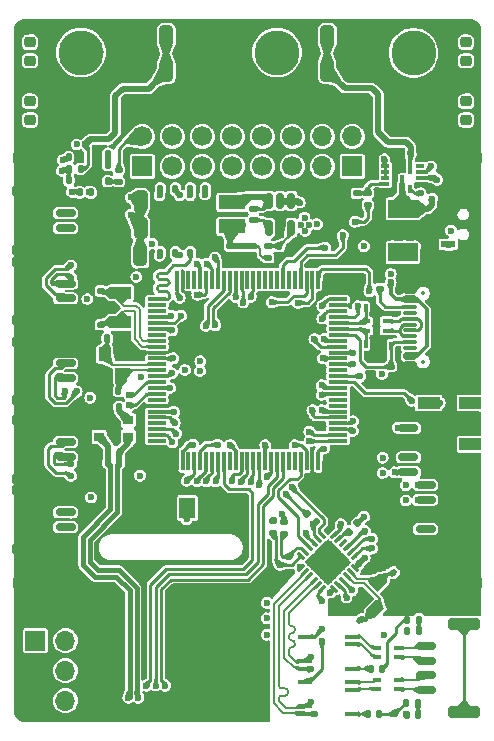
<source format=gtl>
%TF.GenerationSoftware,KiCad,Pcbnew,8.0.5*%
%TF.CreationDate,2024-11-08T19:29:57+08:00*%
%TF.ProjectId,STM32H730,53544d33-3248-4373-9330-2e6b69636164,rev?*%
%TF.SameCoordinates,Original*%
%TF.FileFunction,Copper,L1,Top*%
%TF.FilePolarity,Positive*%
%FSLAX46Y46*%
G04 Gerber Fmt 4.6, Leading zero omitted, Abs format (unit mm)*
G04 Created by KiCad (PCBNEW 8.0.5) date 2024-11-08 19:29:57*
%MOMM*%
%LPD*%
G01*
G04 APERTURE LIST*
G04 Aperture macros list*
%AMRoundRect*
0 Rectangle with rounded corners*
0 $1 Rounding radius*
0 $2 $3 $4 $5 $6 $7 $8 $9 X,Y pos of 4 corners*
0 Add a 4 corners polygon primitive as box body*
4,1,4,$2,$3,$4,$5,$6,$7,$8,$9,$2,$3,0*
0 Add four circle primitives for the rounded corners*
1,1,$1+$1,$2,$3*
1,1,$1+$1,$4,$5*
1,1,$1+$1,$6,$7*
1,1,$1+$1,$8,$9*
0 Add four rect primitives between the rounded corners*
20,1,$1+$1,$2,$3,$4,$5,0*
20,1,$1+$1,$4,$5,$6,$7,0*
20,1,$1+$1,$6,$7,$8,$9,0*
20,1,$1+$1,$8,$9,$2,$3,0*%
%AMRotRect*
0 Rectangle, with rotation*
0 The origin of the aperture is its center*
0 $1 length*
0 $2 width*
0 $3 Rotation angle, in degrees counterclockwise*
0 Add horizontal line*
21,1,$1,$2,0,0,$3*%
G04 Aperture macros list end*
%TA.AperFunction,SMDPad,CuDef*%
%ADD10RoundRect,0.218750X0.256250X-0.218750X0.256250X0.218750X-0.256250X0.218750X-0.256250X-0.218750X0*%
%TD*%
%TA.AperFunction,SMDPad,CuDef*%
%ADD11RoundRect,0.140000X0.170000X-0.140000X0.170000X0.140000X-0.170000X0.140000X-0.170000X-0.140000X0*%
%TD*%
%TA.AperFunction,SMDPad,CuDef*%
%ADD12R,1.200000X0.450000*%
%TD*%
%TA.AperFunction,SMDPad,CuDef*%
%ADD13R,0.864000X0.800000*%
%TD*%
%TA.AperFunction,SMDPad,CuDef*%
%ADD14RoundRect,0.135000X-0.135000X-0.185000X0.135000X-0.185000X0.135000X0.185000X-0.135000X0.185000X0*%
%TD*%
%TA.AperFunction,SMDPad,CuDef*%
%ADD15RoundRect,0.250000X-0.325000X-0.650000X0.325000X-0.650000X0.325000X0.650000X-0.325000X0.650000X0*%
%TD*%
%TA.AperFunction,SMDPad,CuDef*%
%ADD16R,0.300000X0.600000*%
%TD*%
%TA.AperFunction,SMDPad,CuDef*%
%ADD17R,0.800000X0.400000*%
%TD*%
%TA.AperFunction,SMDPad,CuDef*%
%ADD18RoundRect,0.140000X0.140000X0.170000X-0.140000X0.170000X-0.140000X-0.170000X0.140000X-0.170000X0*%
%TD*%
%TA.AperFunction,SMDPad,CuDef*%
%ADD19RoundRect,0.150000X-0.700000X0.150000X-0.700000X-0.150000X0.700000X-0.150000X0.700000X0.150000X0*%
%TD*%
%TA.AperFunction,SMDPad,CuDef*%
%ADD20RoundRect,0.250000X-1.100000X0.250000X-1.100000X-0.250000X1.100000X-0.250000X1.100000X0.250000X0*%
%TD*%
%TA.AperFunction,SMDPad,CuDef*%
%ADD21RoundRect,0.150000X0.700000X-0.150000X0.700000X0.150000X-0.700000X0.150000X-0.700000X-0.150000X0*%
%TD*%
%TA.AperFunction,SMDPad,CuDef*%
%ADD22RoundRect,0.250000X1.100000X-0.250000X1.100000X0.250000X-1.100000X0.250000X-1.100000X-0.250000X0*%
%TD*%
%TA.AperFunction,SMDPad,CuDef*%
%ADD23RoundRect,0.250000X0.325000X0.650000X-0.325000X0.650000X-0.325000X-0.650000X0.325000X-0.650000X0*%
%TD*%
%TA.AperFunction,SMDPad,CuDef*%
%ADD24RoundRect,0.140000X-0.140000X-0.170000X0.140000X-0.170000X0.140000X0.170000X-0.140000X0.170000X0*%
%TD*%
%TA.AperFunction,SMDPad,CuDef*%
%ADD25R,1.350000X1.800000*%
%TD*%
%TA.AperFunction,SMDPad,CuDef*%
%ADD26RoundRect,0.135000X-0.185000X0.135000X-0.185000X-0.135000X0.185000X-0.135000X0.185000X0.135000X0*%
%TD*%
%TA.AperFunction,SMDPad,CuDef*%
%ADD27R,1.900000X1.000000*%
%TD*%
%TA.AperFunction,ComponentPad*%
%ADD28R,1.700000X1.700000*%
%TD*%
%TA.AperFunction,ComponentPad*%
%ADD29O,1.700000X1.700000*%
%TD*%
%TA.AperFunction,SMDPad,CuDef*%
%ADD30RoundRect,0.150000X0.425000X-0.150000X0.425000X0.150000X-0.425000X0.150000X-0.425000X-0.150000X0*%
%TD*%
%TA.AperFunction,SMDPad,CuDef*%
%ADD31RoundRect,0.075000X0.500000X-0.075000X0.500000X0.075000X-0.500000X0.075000X-0.500000X-0.075000X0*%
%TD*%
%TA.AperFunction,ComponentPad*%
%ADD32O,2.100000X1.000000*%
%TD*%
%TA.AperFunction,ComponentPad*%
%ADD33O,1.800000X1.000000*%
%TD*%
%TA.AperFunction,SMDPad,CuDef*%
%ADD34RoundRect,0.125000X0.125000X-0.250000X0.125000X0.250000X-0.125000X0.250000X-0.125000X-0.250000X0*%
%TD*%
%TA.AperFunction,HeatsinkPad*%
%ADD35R,4.300000X3.400000*%
%TD*%
%TA.AperFunction,SMDPad,CuDef*%
%ADD36R,2.200000X1.200000*%
%TD*%
%TA.AperFunction,ComponentPad*%
%ADD37C,3.800000*%
%TD*%
%TA.AperFunction,SMDPad,CuDef*%
%ADD38RoundRect,0.140000X-0.170000X0.140000X-0.170000X-0.140000X0.170000X-0.140000X0.170000X0.140000X0*%
%TD*%
%TA.AperFunction,SMDPad,CuDef*%
%ADD39RoundRect,0.135000X0.185000X-0.135000X0.185000X0.135000X-0.185000X0.135000X-0.185000X-0.135000X0*%
%TD*%
%TA.AperFunction,ComponentPad*%
%ADD40R,3.800000X3.800000*%
%TD*%
%TA.AperFunction,SMDPad,CuDef*%
%ADD41R,2.500000X1.500000*%
%TD*%
%TA.AperFunction,ComponentPad*%
%ADD42C,1.700000*%
%TD*%
%TA.AperFunction,SMDPad,CuDef*%
%ADD43RoundRect,0.062500X0.274004X-0.185616X-0.185616X0.274004X-0.274004X0.185616X0.185616X-0.274004X0*%
%TD*%
%TA.AperFunction,SMDPad,CuDef*%
%ADD44RoundRect,0.062500X0.274004X0.185616X0.185616X0.274004X-0.274004X-0.185616X-0.185616X-0.274004X0*%
%TD*%
%TA.AperFunction,HeatsinkPad*%
%ADD45C,0.500000*%
%TD*%
%TA.AperFunction,HeatsinkPad*%
%ADD46RotRect,2.450000X2.450000X135.000000*%
%TD*%
%TA.AperFunction,SMDPad,CuDef*%
%ADD47RoundRect,0.250000X1.150000X-0.250000X1.150000X0.250000X-1.150000X0.250000X-1.150000X-0.250000X0*%
%TD*%
%TA.AperFunction,SMDPad,CuDef*%
%ADD48R,1.800000X1.000000*%
%TD*%
%TA.AperFunction,SMDPad,CuDef*%
%ADD49RoundRect,0.140000X-0.219203X-0.021213X-0.021213X-0.219203X0.219203X0.021213X0.021213X0.219203X0*%
%TD*%
%TA.AperFunction,SMDPad,CuDef*%
%ADD50RoundRect,0.075000X-0.725000X-0.075000X0.725000X-0.075000X0.725000X0.075000X-0.725000X0.075000X0*%
%TD*%
%TA.AperFunction,SMDPad,CuDef*%
%ADD51RoundRect,0.075000X-0.075000X-0.725000X0.075000X-0.725000X0.075000X0.725000X-0.075000X0.725000X0*%
%TD*%
%TA.AperFunction,SMDPad,CuDef*%
%ADD52RoundRect,0.147500X0.147500X0.172500X-0.147500X0.172500X-0.147500X-0.172500X0.147500X-0.172500X0*%
%TD*%
%TA.AperFunction,SMDPad,CuDef*%
%ADD53R,0.304800X1.498600*%
%TD*%
%TA.AperFunction,SMDPad,CuDef*%
%ADD54R,0.711200X0.304800*%
%TD*%
%TA.AperFunction,SMDPad,CuDef*%
%ADD55R,0.304800X0.711200*%
%TD*%
%TA.AperFunction,SMDPad,CuDef*%
%ADD56RotRect,1.150000X1.000000X225.000000*%
%TD*%
%TA.AperFunction,SMDPad,CuDef*%
%ADD57RoundRect,0.135000X0.135000X0.185000X-0.135000X0.185000X-0.135000X-0.185000X0.135000X-0.185000X0*%
%TD*%
%TA.AperFunction,SMDPad,CuDef*%
%ADD58RoundRect,0.135000X-0.226274X-0.035355X-0.035355X-0.226274X0.226274X0.035355X0.035355X0.226274X0*%
%TD*%
%TA.AperFunction,SMDPad,CuDef*%
%ADD59RoundRect,0.140000X0.219203X0.021213X0.021213X0.219203X-0.219203X-0.021213X-0.021213X-0.219203X0*%
%TD*%
%TA.AperFunction,SMDPad,CuDef*%
%ADD60RoundRect,0.150000X0.150000X-0.512500X0.150000X0.512500X-0.150000X0.512500X-0.150000X-0.512500X0*%
%TD*%
%TA.AperFunction,SMDPad,CuDef*%
%ADD61R,1.200000X0.600000*%
%TD*%
%TA.AperFunction,SMDPad,CuDef*%
%ADD62R,1.300000X1.200000*%
%TD*%
%TA.AperFunction,SMDPad,CuDef*%
%ADD63RoundRect,0.135000X-0.035355X0.226274X-0.226274X0.035355X0.035355X-0.226274X0.226274X-0.035355X0*%
%TD*%
%TA.AperFunction,SMDPad,CuDef*%
%ADD64R,1.000000X1.150000*%
%TD*%
%TA.AperFunction,ViaPad*%
%ADD65C,0.600000*%
%TD*%
%TA.AperFunction,Conductor*%
%ADD66C,0.177800*%
%TD*%
%TA.AperFunction,Conductor*%
%ADD67C,0.200000*%
%TD*%
%TA.AperFunction,Conductor*%
%ADD68C,0.254000*%
%TD*%
%TA.AperFunction,Conductor*%
%ADD69C,0.508000*%
%TD*%
%TA.AperFunction,Conductor*%
%ADD70C,0.304800*%
%TD*%
%TA.AperFunction,Conductor*%
%ADD71C,0.203200*%
%TD*%
%TA.AperFunction,Conductor*%
%ADD72C,0.381000*%
%TD*%
%ADD73C,0.300000*%
%ADD74C,0.350000*%
%ADD75O,1.700000X0.600000*%
%ADD76O,1.400000X0.600000*%
%ADD77C,0.200000*%
G04 APERTURE END LIST*
D10*
%TO.P,D8,1,K*%
%TO.N,Net-(D8-K)*%
X85585000Y-34062500D03*
%TO.P,D8,2,A*%
%TO.N,LED4*%
X85585000Y-32487500D03*
%TD*%
D11*
%TO.P,C66,1*%
%TO.N,GND*%
X104400000Y-50705000D03*
%TO.P,C66,2*%
%TO.N,+3.3V*%
X104400000Y-49745000D03*
%TD*%
D12*
%TO.P,U8,1,1*%
%TO.N,Net-(L5-Pad1)*%
X112809000Y-82810500D03*
%TO.P,U8,2,2*%
%TO.N,Net-(L5-Pad2)*%
X112809000Y-83460500D03*
%TO.P,U8,3,3*%
%TO.N,Net-(C16-Pad1)*%
X112809000Y-85510500D03*
%TO.P,U8,4,4*%
%TO.N,P1_RXIN*%
X108829000Y-85510500D03*
%TO.P,U8,5,5*%
%TO.N,P1_RXIP*%
X108829000Y-84860500D03*
%TO.P,U8,6,6*%
%TO.N,Net-(R5-Pad2)*%
X108829000Y-82810500D03*
%TD*%
D13*
%TO.P,L9,1,1*%
%TO.N,GND*%
X91435000Y-64475000D03*
%TO.P,L9,2,2*%
%TO.N,GND1*%
X91435000Y-65875000D03*
%TD*%
D14*
%TO.P,R31,1*%
%TO.N,GND*%
X91155000Y-44250000D03*
%TO.P,R31,2*%
%TO.N,Net-(U6-FB)*%
X92175000Y-44250000D03*
%TD*%
D15*
%TO.P,C48,1*%
%TO.N,GND*%
X92000000Y-48225000D03*
%TO.P,C48,2*%
%TO.N,+P5V*%
X94950000Y-48225000D03*
%TD*%
D16*
%TO.P,U13,1,1*%
%TO.N,GND*%
X114650400Y-54900000D03*
%TO.P,U13,2,2*%
%TO.N,USB_HS_DP*%
X114000400Y-54900000D03*
%TD*%
D17*
%TO.P,L5,1,1*%
%TO.N,Net-(L5-Pad1)*%
X114928000Y-83761500D03*
%TO.P,L5,2,2*%
%TO.N,Net-(L5-Pad2)*%
X114930000Y-84560000D03*
%TO.P,L5,3,3*%
%TO.N,Net-(CN4-Pad3)*%
X116729500Y-84561000D03*
%TO.P,L5,4,4*%
%TO.N,Net-(CN4-Pad4)*%
X116730000Y-83760000D03*
%TD*%
D18*
%TO.P,C36,1*%
%TO.N,GND*%
X89838881Y-44166755D03*
%TO.P,C36,2*%
%TO.N,Net-(U6-EN)*%
X88878881Y-44166755D03*
%TD*%
D19*
%TO.P,CN1,1,1*%
%TO.N,Net-(U3-CANL)*%
X88598600Y-52916200D03*
%TO.P,CN1,2,2*%
%TO.N,Net-(U3-CANH)*%
X88598600Y-54166200D03*
D20*
%TO.P,CN1,MP,MP*%
%TO.N,GND*%
X85398600Y-51066200D03*
X85398600Y-56016200D03*
%TD*%
D11*
%TO.P,C64,1*%
%TO.N,GND*%
X102515000Y-50705000D03*
%TO.P,C64,2*%
%TO.N,+3.3V*%
X102515000Y-49745000D03*
%TD*%
D21*
%TO.P,CN4,1,1*%
%TO.N,Net-(CN4-Pad1)*%
X119140000Y-87326000D03*
%TO.P,CN4,2,2*%
%TO.N,Net-(CN4-Pad2)*%
X119140000Y-86076000D03*
%TO.P,CN4,3,3*%
%TO.N,Net-(CN4-Pad3)*%
X119140000Y-84826000D03*
%TO.P,CN4,4,4*%
%TO.N,Net-(CN4-Pad4)*%
X119140000Y-83576000D03*
D22*
%TO.P,CN4,MP,MP*%
%TO.N,EARTH*%
X122340000Y-89176000D03*
X122340000Y-81726000D03*
%TD*%
D23*
%TO.P,C42,1*%
%TO.N,GND*%
X113717600Y-31975000D03*
%TO.P,C42,2*%
%TO.N,VIN*%
X110767600Y-31975000D03*
%TD*%
D18*
%TO.P,C57,1*%
%TO.N,Heat_PWR*%
X93165000Y-68075000D03*
%TO.P,C57,2*%
%TO.N,GND1*%
X92205000Y-68075000D03*
%TD*%
D24*
%TO.P,C16,1*%
%TO.N,Net-(C16-Pad1)*%
X114455000Y-85521800D03*
%TO.P,C16,2*%
%TO.N,GND*%
X115415000Y-85521800D03*
%TD*%
D10*
%TO.P,D7,1,K*%
%TO.N,Net-(D7-K)*%
X85600000Y-39062500D03*
%TO.P,D7,2,A*%
%TO.N,LED3*%
X85600000Y-37487500D03*
%TD*%
D25*
%TO.P,SW2,1,1*%
%TO.N,GND*%
X103050000Y-71925000D03*
%TO.P,SW2,2,2*%
%TO.N,NRST*%
X98900000Y-71925000D03*
%TD*%
D16*
%TO.P,U12,1,1*%
%TO.N,GND*%
X114650400Y-58100000D03*
%TO.P,U12,2,2*%
%TO.N,USB_HS_DM*%
X114000400Y-58100000D03*
%TD*%
D11*
%TO.P,C39,1*%
%TO.N,Net-(U5-CB)*%
X104475000Y-47530001D03*
%TO.P,C39,2*%
%TO.N,Net-(U5-SW)*%
X104475000Y-46570001D03*
%TD*%
D26*
%TO.P,R23,1*%
%TO.N,ETH_TXD1*%
X106174800Y-73046801D03*
%TO.P,R23,2*%
%TO.N,Net-(U4-TXD1)*%
X106174800Y-74066799D03*
%TD*%
D27*
%TO.P,BUZZER1,1,1*%
%TO.N,VBUS*%
X122852893Y-63025000D03*
%TO.P,BUZZER1,2,2*%
%TO.N,Net-(D1-A)*%
X119352893Y-63025000D03*
%TO.P,BUZZER1,3,3*%
%TO.N,unconnected-(BUZZER1-Pad3)*%
X122852893Y-66525000D03*
%TD*%
D28*
%TO.P,J7,1,Pin_1*%
%TO.N,+5V*%
X86050200Y-83149200D03*
D29*
%TO.P,J7,2,Pin_2*%
%TO.N,SPI3_MISO_ECAT*%
X88590200Y-83149200D03*
%TO.P,J7,3,Pin_3*%
%TO.N,GND*%
X86050200Y-85689200D03*
%TO.P,J7,4,Pin_4*%
%TO.N,SPI3_SCLK_ECAT*%
X88590200Y-85689200D03*
%TO.P,J7,5,Pin_5*%
%TO.N,GND*%
X86050200Y-88229200D03*
%TO.P,J7,6,Pin_6*%
%TO.N,SPI3_MOSI_ECAT*%
X88590200Y-88229200D03*
%TD*%
D14*
%TO.P,R13,1*%
%TO.N,GND*%
X117514300Y-81356400D03*
%TO.P,R13,2*%
%TO.N,Net-(D3-K)*%
X118534300Y-81356400D03*
%TD*%
D18*
%TO.P,C56,1*%
%TO.N,Heat_PWR*%
X93170000Y-67150000D03*
%TO.P,C56,2*%
%TO.N,GND1*%
X92210000Y-67150000D03*
%TD*%
D30*
%TO.P,J5,A1,GND*%
%TO.N,GND*%
X117800000Y-59830000D03*
%TO.P,J5,A4,VBUS*%
%TO.N,VBUS*%
X117800000Y-59030000D03*
D31*
%TO.P,J5,A5,CC1*%
%TO.N,USB_HS_ID*%
X117800000Y-57880000D03*
%TO.P,J5,A6,D+*%
%TO.N,Net-(J5-D+-PadA6)*%
X117800000Y-56880000D03*
%TO.P,J5,A7,D-*%
%TO.N,Net-(J5-D--PadA7)*%
X117800000Y-56380000D03*
%TO.P,J5,A8,SBU1*%
%TO.N,unconnected-(J5-SBU1-PadA8)*%
X117800000Y-55380000D03*
D30*
%TO.P,J5,A9,VBUS*%
%TO.N,VBUS*%
X117800000Y-54230000D03*
%TO.P,J5,A12,GND*%
%TO.N,GND*%
X117800000Y-53430000D03*
%TO.P,J5,B1,GND*%
X117800000Y-53430000D03*
%TO.P,J5,B4,VBUS*%
%TO.N,VBUS*%
X117800000Y-54230000D03*
D31*
%TO.P,J5,B5,CC2*%
%TO.N,Net-(J5-CC2)*%
X117800000Y-54880000D03*
%TO.P,J5,B6,D+*%
%TO.N,Net-(J5-D+-PadA6)*%
X117800000Y-55880000D03*
%TO.P,J5,B7,D-*%
%TO.N,Net-(J5-D--PadA7)*%
X117800000Y-57380000D03*
%TO.P,J5,B8,SBU2*%
%TO.N,unconnected-(J5-SBU2-PadB8)*%
X117800000Y-58380000D03*
D30*
%TO.P,J5,B9,VBUS*%
%TO.N,VBUS*%
X117800000Y-59030000D03*
%TO.P,J5,B12,GND*%
%TO.N,GND*%
X117800000Y-59830000D03*
D32*
%TO.P,J5,S1,SHIELD*%
X118375000Y-60950000D03*
D33*
X122555000Y-60950000D03*
D32*
X118375000Y-52310000D03*
D33*
X122555000Y-52310000D03*
%TD*%
D24*
%TO.P,C37,1*%
%TO.N,GND*%
X91225881Y-41936119D03*
%TO.P,C37,2*%
%TO.N,Net-(U6-VCC)*%
X92185881Y-41936119D03*
%TD*%
D34*
%TO.P,U2,1,~{CS}*%
%TO.N,FLASH_CS*%
X96620000Y-50325000D03*
%TO.P,U2,2,DO(IO1)*%
%TO.N,FLASH_IO1*%
X97890000Y-50325000D03*
%TO.P,U2,3,~{WP}*%
%TO.N,FLASH_IO2*%
X99160000Y-50325000D03*
%TO.P,U2,4,GND*%
%TO.N,GND*%
X100430000Y-50325000D03*
%TO.P,U2,5,DI(IO0)*%
%TO.N,FLASH_IO0*%
X100430000Y-44925000D03*
%TO.P,U2,6,SCK*%
%TO.N,FLASH_SCK*%
X99160000Y-44925000D03*
%TO.P,U2,7,~{HOLD}*%
%TO.N,FLASH_IO3*%
X97890000Y-44925000D03*
%TO.P,U2,8,VCC*%
%TO.N,+3.3V*%
X96620000Y-44925000D03*
D35*
%TO.P,U2,9,EP*%
%TO.N,GND*%
X98525000Y-47625000D03*
%TD*%
D36*
%TO.P,L1,1,1*%
%TO.N,Net-(U5-SW)*%
X102675000Y-46022001D03*
%TO.P,L1,2,2*%
%TO.N,+3.3V*%
X102675000Y-48078001D03*
%TD*%
D37*
%TO.P,J3,1,Pin_1*%
%TO.N,GND*%
X86000000Y-78250000D03*
%TD*%
D10*
%TO.P,D5,1,K*%
%TO.N,Net-(D5-K)*%
X122525000Y-39062500D03*
%TO.P,D5,2,A*%
%TO.N,LED2*%
X122525000Y-37487500D03*
%TD*%
D38*
%TO.P,C4,1*%
%TO.N,OSC32_IN*%
X91567000Y-53545800D03*
%TO.P,C4,2*%
%TO.N,GND*%
X91567000Y-54505800D03*
%TD*%
D11*
%TO.P,C60,1*%
%TO.N,GND*%
X119725000Y-44905000D03*
%TO.P,C60,2*%
%TO.N,Net-(U15-EN)*%
X119725000Y-43945000D03*
%TD*%
D10*
%TO.P,D6,1,K*%
%TO.N,Net-(D6-K)*%
X122510000Y-34062500D03*
%TO.P,D6,2,A*%
%TO.N,LED1*%
X122510000Y-32487500D03*
%TD*%
D39*
%TO.P,R56,1*%
%TO.N,+5V*%
X114200000Y-46285000D03*
%TO.P,R56,2*%
%TO.N,Net-(U15-FB)*%
X114200000Y-45265000D03*
%TD*%
D40*
%TO.P,CN2,1,-*%
%TO.N,GND*%
X101500000Y-33350000D03*
D37*
%TO.P,CN2,2,+*%
%TO.N,VIN*%
X106500000Y-33350000D03*
%TD*%
D19*
%TO.P,CN6,1,1*%
%TO.N,Net-(U9-CANL)*%
X88600000Y-72279200D03*
%TO.P,CN6,2,2*%
%TO.N,Net-(U9-CANH)*%
X88600000Y-73529200D03*
D20*
%TO.P,CN6,MP,MP*%
%TO.N,GND*%
X85400000Y-70429200D03*
X85400000Y-75379200D03*
%TD*%
D37*
%TO.P,J2,1,Pin_1*%
%TO.N,GND*%
X122000000Y-42250000D03*
%TD*%
D41*
%TO.P,L10,1,1*%
%TO.N,Net-(U15-SW)*%
X117150000Y-46575000D03*
%TO.P,L10,2,2*%
%TO.N,+5V*%
X117150000Y-50275000D03*
%TD*%
D28*
%TO.P,CN5,1,1*%
%TO.N,TIM15_CH1*%
X95095000Y-42985000D03*
D42*
%TO.P,CN5,2,2*%
%TO.N,+P5V*%
X95095000Y-40445000D03*
%TO.P,CN5,3,3*%
%TO.N,GND*%
X95095000Y-37905000D03*
%TO.P,CN5,4,4*%
%TO.N,TIM15_CH2*%
X97635000Y-42985000D03*
%TO.P,CN5,5,5*%
%TO.N,+P5V*%
X97635000Y-40445000D03*
%TO.P,CN5,6,6*%
%TO.N,GND*%
X97635000Y-37905000D03*
%TO.P,CN5,7,7*%
%TO.N,TIM4_CH2*%
X100175000Y-42985000D03*
%TO.P,CN5,8,8*%
%TO.N,+P5V*%
X100175000Y-40445000D03*
%TO.P,CN5,9,9*%
%TO.N,GND*%
X100175000Y-37905000D03*
%TO.P,CN5,10,10*%
%TO.N,TIM2_CH1*%
X102715000Y-42985000D03*
%TO.P,CN5,11,11*%
%TO.N,+P5V*%
X102715000Y-40445000D03*
%TO.P,CN5,12,12*%
%TO.N,GND*%
X102715000Y-37905000D03*
%TO.P,CN5,13,13*%
%TO.N,TIM1_CH1*%
X105255000Y-42985000D03*
%TO.P,CN5,14,14*%
%TO.N,+P5V*%
X105255000Y-40445000D03*
%TO.P,CN5,15,15*%
%TO.N,GND*%
X105255000Y-37905000D03*
%TO.P,CN5,16,16*%
%TO.N,TIM1_CH2*%
X107795000Y-42985000D03*
%TO.P,CN5,17,17*%
%TO.N,+P5V*%
X107795000Y-40445000D03*
%TO.P,CN5,18,18*%
%TO.N,GND*%
X107795000Y-37905000D03*
%TD*%
D40*
%TO.P,CN8,1,-*%
%TO.N,GND*%
X89900000Y-38350000D03*
D37*
%TO.P,CN8,2,+*%
%TO.N,VIN*%
X89900000Y-33350000D03*
%TD*%
D24*
%TO.P,C35,1*%
%TO.N,Net-(U6-BST)*%
X89781481Y-45200000D03*
%TO.P,C35,2*%
%TO.N,Net-(U6-SW)*%
X90741481Y-45200000D03*
%TD*%
%TO.P,C38,1*%
%TO.N,GND*%
X91225881Y-42875000D03*
%TO.P,C38,2*%
%TO.N,Net-(U6-VCC)*%
X92185881Y-42875000D03*
%TD*%
D39*
%TO.P,R34,1*%
%TO.N,+3.3V*%
X105750000Y-50735000D03*
%TO.P,R34,2*%
%TO.N,Net-(U5-FB)*%
X105750000Y-49715000D03*
%TD*%
D37*
%TO.P,J1,1,Pin_1*%
%TO.N,GND*%
X86000000Y-42250000D03*
%TD*%
D26*
%TO.P,R37,1*%
%TO.N,GND*%
X115200000Y-52315000D03*
%TO.P,R37,2*%
%TO.N,Net-(J5-CC2)*%
X115200000Y-53335000D03*
%TD*%
D43*
%TO.P,U4,1,VDD2A*%
%TO.N,+3.3V_E*%
X111341691Y-78768658D03*
%TO.P,U4,2,LED2/~{INTSEL}*%
%TO.N,Net-(D4-A)*%
X111695245Y-78415105D03*
%TO.P,U4,3,LED1/REGOFF*%
%TO.N,Net-(D3-A)*%
X112048798Y-78061551D03*
%TO.P,U4,4,XTAL2*%
%TO.N,Net-(U4-XTAL2)*%
X112402351Y-77707998D03*
%TO.P,U4,5,XTAL1/CLKIN*%
%TO.N,Net-(U4-XTAL1{slash}CLKIN)*%
X112755905Y-77354445D03*
%TO.P,U4,6,VDDCR*%
%TO.N,Net-(U4-VDDCR)*%
X113109458Y-77000891D03*
D44*
%TO.P,U4,7,RXD1/MODE1*%
%TO.N,ETH_RXD1*%
X113109458Y-75957909D03*
%TO.P,U4,8,RXD0/MODE0*%
%TO.N,ETH_RXD0*%
X112755905Y-75604355D03*
%TO.P,U4,9,VDDIO*%
%TO.N,+3.3V*%
X112402351Y-75250802D03*
%TO.P,U4,10,RXER/PHYAD0*%
%TO.N,unconnected-(U4-RXER{slash}PHYAD0-Pad10)*%
X112048798Y-74897249D03*
%TO.P,U4,11,CRS_DV/MODE2*%
%TO.N,Net-(U4-CRS_DV{slash}MODE2)*%
X111695245Y-74543695D03*
%TO.P,U4,12,MDIO*%
%TO.N,ETH_MDIO*%
X111341691Y-74190142D03*
D43*
%TO.P,U4,13,MDC*%
%TO.N,ETH_MDC*%
X110298709Y-74190142D03*
%TO.P,U4,14,~{INT}/REFCLKO*%
%TO.N,Net-(U4-~{INT}{slash}REFCLKO)*%
X109945155Y-74543695D03*
%TO.P,U4,15,~{RST}*%
%TO.N,ETH_nRST*%
X109591602Y-74897249D03*
%TO.P,U4,16,TXEN*%
%TO.N,ETH_TXEN*%
X109238049Y-75250802D03*
%TO.P,U4,17,TXD0*%
%TO.N,Net-(U4-TXD0)*%
X108884495Y-75604355D03*
%TO.P,U4,18,TXD1*%
%TO.N,Net-(U4-TXD1)*%
X108530942Y-75957909D03*
D44*
%TO.P,U4,19,VDD1A*%
%TO.N,+3.3V_E*%
X108530942Y-77000891D03*
%TO.P,U4,20,TXN*%
%TO.N,P1_TXON*%
X108884495Y-77354445D03*
%TO.P,U4,21,TXP*%
%TO.N,P1_TXOP*%
X109238049Y-77707998D03*
%TO.P,U4,22,RXN*%
%TO.N,P1_RXIN*%
X109591602Y-78061551D03*
%TO.P,U4,23,RXP*%
%TO.N,P1_RXIP*%
X109945155Y-78415105D03*
%TO.P,U4,24,RBIAS*%
%TO.N,Net-(U4-RBIAS)*%
X110298709Y-78768658D03*
D45*
%TO.P,U4,25,VSS*%
%TO.N,GND*%
X110820200Y-77858258D03*
X111509629Y-77168829D03*
X112199058Y-76479400D03*
X110130771Y-77168829D03*
X110820200Y-76479400D03*
D46*
X110820200Y-76479400D03*
D45*
X111509629Y-75789971D03*
X109441342Y-76479400D03*
X110130771Y-75789971D03*
X110820200Y-75100542D03*
%TD*%
D21*
%TO.P,CN13,1,1*%
%TO.N,USART3_TX*%
X117625000Y-68875000D03*
%TO.P,CN13,2,2*%
%TO.N,Net-(CN13-Pad2)*%
X117625000Y-67625000D03*
%TO.P,CN13,3,3*%
%TO.N,GND*%
X117625000Y-66375000D03*
%TO.P,CN13,4,4*%
%TO.N,VBUS*%
X117625000Y-65125000D03*
D47*
%TO.P,CN13,MP,MP*%
%TO.N,GND*%
X114275000Y-70725000D03*
X114275000Y-63275000D03*
%TD*%
D48*
%TO.P,Y2,1,1*%
%TO.N,OSC32_IN*%
X93268800Y-53690200D03*
%TO.P,Y2,2,2*%
%TO.N,OSC32_OUT*%
X93268800Y-56190200D03*
%TD*%
D24*
%TO.P,C15,1*%
%TO.N,Net-(C15-Pad1)*%
X114201000Y-89357200D03*
%TO.P,C15,2*%
%TO.N,GND*%
X115161000Y-89357200D03*
%TD*%
D49*
%TO.P,C20,1*%
%TO.N,Net-(U4-XTAL1{slash}CLKIN)*%
X116356336Y-77375497D03*
%TO.P,C20,2*%
%TO.N,GND*%
X117035158Y-78054319D03*
%TD*%
D50*
%TO.P,U1,1,PE2*%
%TO.N,FLASH_IO2*%
X96325000Y-54250000D03*
%TO.P,U1,2,PE3*%
%TO.N,unconnected-(U1-PE3-Pad2)*%
X96325000Y-54750000D03*
%TO.P,U1,3,PE4*%
%TO.N,unconnected-(U1-PE4-Pad3)*%
X96325000Y-55250000D03*
%TO.P,U1,4,PE5*%
%TO.N,TIM15_CH1*%
X96325000Y-55750000D03*
%TO.P,U1,5,PE6*%
%TO.N,TIM15_CH2*%
X96325000Y-56250000D03*
%TO.P,U1,6,VBAT*%
%TO.N,+3.3V*%
X96325000Y-56750000D03*
%TO.P,U1,7,PC13*%
%TO.N,unconnected-(U1-PC13-Pad7)*%
X96325000Y-57250000D03*
%TO.P,U1,8,PC14*%
%TO.N,OSC32_IN*%
X96325000Y-57750000D03*
%TO.P,U1,9,PC15*%
%TO.N,OSC32_OUT*%
X96325000Y-58250000D03*
%TO.P,U1,10,VSS*%
%TO.N,GND*%
X96325000Y-58750000D03*
%TO.P,U1,11,VDD*%
%TO.N,+3.3V*%
X96325000Y-59250000D03*
%TO.P,U1,12,PH0*%
%TO.N,OSC_IN*%
X96325000Y-59750000D03*
%TO.P,U1,13,PH1*%
%TO.N,OSC_OUT*%
X96325000Y-60250000D03*
%TO.P,U1,14,NRST*%
%TO.N,NRST*%
X96325000Y-60750000D03*
%TO.P,U1,15,PC0*%
%TO.N,LED4*%
X96325000Y-61250000D03*
%TO.P,U1,16,PC1*%
%TO.N,ETH_MDC*%
X96325000Y-61750000D03*
%TO.P,U1,17,PC2_C*%
%TO.N,LED3*%
X96325000Y-62250000D03*
%TO.P,U1,18,PC3_C*%
%TO.N,unconnected-(U1-PC3_C-Pad18)*%
X96325000Y-62750000D03*
%TO.P,U1,19,VSSA*%
%TO.N,GND*%
X96325000Y-63250000D03*
%TO.P,U1,20,VREF+*%
%TO.N,+3.3V*%
X96325000Y-63750000D03*
%TO.P,U1,21,VDDA*%
X96325000Y-64250000D03*
%TO.P,U1,22,PA0*%
%TO.N,unconnected-(U1-PA0-Pad22)*%
X96325000Y-64750000D03*
%TO.P,U1,23,PA1*%
%TO.N,ETH_REFCLK*%
X96325000Y-65250000D03*
%TO.P,U1,24,PA2*%
%TO.N,ETH_MDIO*%
X96325000Y-65750000D03*
%TO.P,U1,25,PA3*%
%TO.N,unconnected-(U1-PA3-Pad25)*%
X96325000Y-66250000D03*
D51*
%TO.P,U1,26,VSS*%
%TO.N,GND*%
X98000000Y-67925000D03*
%TO.P,U1,27,VDD*%
%TO.N,+3.3V*%
X98500000Y-67925000D03*
%TO.P,U1,28,PA4*%
%TO.N,unconnected-(U1-PA4-Pad28)*%
X99000000Y-67925000D03*
%TO.P,U1,29,PA5*%
%TO.N,ETH_nRST*%
X99500000Y-67925000D03*
%TO.P,U1,30,PA6*%
%TO.N,FLASH_IO3*%
X100000000Y-67925000D03*
%TO.P,U1,31,PA7*%
%TO.N,ETH_CRS_DV*%
X100500000Y-67925000D03*
%TO.P,U1,32,PC4*%
%TO.N,ETH_RXD0*%
X101000000Y-67925000D03*
%TO.P,U1,33,PC5*%
%TO.N,ETH_RXD1*%
X101500000Y-67925000D03*
%TO.P,U1,34,PB0*%
%TO.N,TIM8_CH2N*%
X102000000Y-67925000D03*
%TO.P,U1,35,PB1*%
%TO.N,unconnected-(U1-PB1-Pad35)*%
X102500000Y-67925000D03*
%TO.P,U1,36,PB2*%
%TO.N,FLASH_SCK*%
X103000000Y-67925000D03*
%TO.P,U1,37,PE7*%
%TO.N,INT1_GYRO*%
X103500000Y-67925000D03*
%TO.P,U1,38,PE8*%
%TO.N,INT1_ACCEL*%
X104000000Y-67925000D03*
%TO.P,U1,39,PE9*%
%TO.N,CS1_GYRO*%
X104500000Y-67925000D03*
%TO.P,U1,40,PE10*%
%TO.N,CS1_ACCEL*%
X105000000Y-67925000D03*
%TO.P,U1,41,PE11*%
%TO.N,FLASH_CS*%
X105500000Y-67925000D03*
%TO.P,U1,42,PE12*%
%TO.N,SPI4_SCK*%
X106000000Y-67925000D03*
%TO.P,U1,43,PE13*%
%TO.N,SPI4_MISO*%
X106500000Y-67925000D03*
%TO.P,U1,44,PE14*%
%TO.N,SPI4_MOSI*%
X107000000Y-67925000D03*
%TO.P,U1,45,PE15*%
%TO.N,unconnected-(U1-PE15-Pad45)*%
X107500000Y-67925000D03*
%TO.P,U1,46,PB10*%
%TO.N,unconnected-(U1-PB10-Pad46)*%
X108000000Y-67925000D03*
%TO.P,U1,47,PB11*%
%TO.N,ETH_TXEN*%
X108500000Y-67925000D03*
%TO.P,U1,48,VCAP*%
%TO.N,Net-(C14-Pad1)*%
X109000000Y-67925000D03*
%TO.P,U1,49,VSS*%
%TO.N,GND*%
X109500000Y-67925000D03*
%TO.P,U1,50,VDD*%
%TO.N,+3.3V*%
X110000000Y-67925000D03*
D50*
%TO.P,U1,51,PB12*%
%TO.N,ETH_TXD0*%
X111675000Y-66250000D03*
%TO.P,U1,52,PB13*%
%TO.N,ETH_TXD1*%
X111675000Y-65750000D03*
%TO.P,U1,53,PB14*%
%TO.N,USART1_TX*%
X111675000Y-65250000D03*
%TO.P,U1,54,PB15*%
%TO.N,USART1_RX*%
X111675000Y-64750000D03*
%TO.P,U1,55,PD8*%
%TO.N,USART3_TX*%
X111675000Y-64250000D03*
%TO.P,U1,56,PD9*%
%TO.N,USART3_RX*%
X111675000Y-63750000D03*
%TO.P,U1,57,PD10*%
%TO.N,unconnected-(U1-PD10-Pad57)*%
X111675000Y-63250000D03*
%TO.P,U1,58,PD11*%
%TO.N,unconnected-(U1-PD11-Pad58)*%
X111675000Y-62750000D03*
%TO.P,U1,59,PD12*%
%TO.N,CAN3_RX*%
X111675000Y-62250000D03*
%TO.P,U1,60,PD13*%
%TO.N,CAN3_TX*%
X111675000Y-61750000D03*
%TO.P,U1,61,PD14*%
%TO.N,BUZZER*%
X111675000Y-61250000D03*
%TO.P,U1,62,PD15*%
%TO.N,LED2*%
X111675000Y-60750000D03*
%TO.P,U1,63,PC6*%
%TO.N,unconnected-(U1-PC6-Pad63)*%
X111675000Y-60250000D03*
%TO.P,U1,64,PC7*%
%TO.N,LED1*%
X111675000Y-59750000D03*
%TO.P,U1,65,PC8*%
%TO.N,TIM3_CH3*%
X111675000Y-59250000D03*
%TO.P,U1,66,PC9*%
%TO.N,FLASH_IO0*%
X111675000Y-58750000D03*
%TO.P,U1,67,PA8*%
%TO.N,TIM1_CH1*%
X111675000Y-58250000D03*
%TO.P,U1,68,PA9*%
%TO.N,TIM1_CH2*%
X111675000Y-57750000D03*
%TO.P,U1,69,PA10*%
%TO.N,USB_HS_ID*%
X111675000Y-57250000D03*
%TO.P,U1,70,PA11*%
%TO.N,USB_HS_DM*%
X111675000Y-56750000D03*
%TO.P,U1,71,PA12*%
%TO.N,USB_HS_DP*%
X111675000Y-56250000D03*
%TO.P,U1,72,PA13(JTMS*%
%TO.N,SWDIO*%
X111675000Y-55750000D03*
%TO.P,U1,73,VCAP*%
%TO.N,Net-(C13-Pad1)*%
X111675000Y-55250000D03*
%TO.P,U1,74,VSS*%
%TO.N,GND*%
X111675000Y-54750000D03*
%TO.P,U1,75,VDD*%
%TO.N,+3.3V*%
X111675000Y-54250000D03*
D51*
%TO.P,U1,76,PA14(JTCK*%
%TO.N,SWCLK*%
X110000000Y-52575000D03*
%TO.P,U1,77,PA15(JTDI)*%
%TO.N,TIM2_CH1*%
X109500000Y-52575000D03*
%TO.P,U1,78,PC10*%
%TO.N,FLASH_IO1*%
X109000000Y-52575000D03*
%TO.P,U1,79,PC11*%
%TO.N,USART4_RX*%
X108500000Y-52575000D03*
%TO.P,U1,80,PC12*%
%TO.N,unconnected-(U1-PC12-Pad80)*%
X108000000Y-52575000D03*
%TO.P,U1,81,PD0*%
%TO.N,unconnected-(U1-PD0-Pad81)*%
X107500000Y-52575000D03*
%TO.P,U1,82,PD1*%
%TO.N,KEY_PD1*%
X107000000Y-52575000D03*
%TO.P,U1,83,PD2*%
%TO.N,unconnected-(U1-PD2-Pad83)*%
X106500000Y-52575000D03*
%TO.P,U1,84,PD3*%
%TO.N,unconnected-(U1-PD3-Pad84)*%
X106000000Y-52575000D03*
%TO.P,U1,85,PD4*%
%TO.N,unconnected-(U1-PD4-Pad85)*%
X105500000Y-52575000D03*
%TO.P,U1,86,PD5*%
%TO.N,unconnected-(U1-PD5-Pad86)*%
X105000000Y-52575000D03*
%TO.P,U1,87,PD6*%
%TO.N,SPI3_MOSI_ECAT*%
X104500000Y-52575000D03*
%TO.P,U1,88,PD7*%
%TO.N,unconnected-(U1-PD7-Pad88)*%
X104000000Y-52575000D03*
%TO.P,U1,89,PB3(JTDO*%
%TO.N,SPI3_SCLK_ECAT*%
X103500000Y-52575000D03*
%TO.P,U1,90,PB4(NJTRST)*%
%TO.N,SPI3_MISO_ECAT*%
X103000000Y-52575000D03*
%TO.P,U1,91,PB5*%
%TO.N,CAN2_RX*%
X102500000Y-52575000D03*
%TO.P,U1,92,PB6*%
%TO.N,CAN2_TX*%
X102000000Y-52575000D03*
%TO.P,U1,93,PB7*%
%TO.N,TIM4_CH2*%
X101500000Y-52575000D03*
%TO.P,U1,94,BOOT0*%
%TO.N,Net-(U1-BOOT0)*%
X101000000Y-52575000D03*
%TO.P,U1,95,PB8*%
%TO.N,CAN1_RX*%
X100500000Y-52575000D03*
%TO.P,U1,96,PB9*%
%TO.N,CAN1_TX*%
X100000000Y-52575000D03*
%TO.P,U1,97,PE0*%
%TO.N,unconnected-(U1-PE0-Pad97)*%
X99500000Y-52575000D03*
%TO.P,U1,98,PE1*%
%TO.N,unconnected-(U1-PE1-Pad98)*%
X99000000Y-52575000D03*
%TO.P,U1,99,VSS*%
%TO.N,GND*%
X98500000Y-52575000D03*
%TO.P,U1,100,VDD*%
%TO.N,+3.3V*%
X98000000Y-52575000D03*
%TD*%
D13*
%TO.P,L8,1,1*%
%TO.N,+5V*%
X93909000Y-64475000D03*
%TO.P,L8,2,2*%
%TO.N,Heat_PWR*%
X93909000Y-65875000D03*
%TD*%
D39*
%TO.P,R57,1*%
%TO.N,GND*%
X113250000Y-46285000D03*
%TO.P,R57,2*%
%TO.N,Net-(U15-FB)*%
X113250000Y-45265000D03*
%TD*%
D37*
%TO.P,J4,1,Pin_1*%
%TO.N,GND*%
X122000000Y-78250000D03*
%TD*%
D19*
%TO.P,CN10,1,1*%
%TO.N,Net-(U3-CANL)*%
X88600000Y-46950000D03*
%TO.P,CN10,2,2*%
%TO.N,Net-(U3-CANH)*%
X88600000Y-48200000D03*
D20*
%TO.P,CN10,MP,MP*%
%TO.N,GND*%
X85400000Y-45100000D03*
X85400000Y-50050000D03*
%TD*%
D52*
%TO.P,D4,1,K*%
%TO.N,Net-(D4-K)*%
X118442600Y-89433600D03*
%TO.P,D4,2,A*%
%TO.N,Net-(D4-A)*%
X117472600Y-89433600D03*
%TD*%
D15*
%TO.P,C40,1*%
%TO.N,GND*%
X94183200Y-31975000D03*
%TO.P,C40,2*%
%TO.N,VIN*%
X97133200Y-31975000D03*
%TD*%
D53*
%TO.P,U15,1,IN*%
%TO.N,VIN*%
X117775126Y-42898937D03*
%TO.P,U15,2,PGND*%
%TO.N,GND*%
X116474874Y-42898937D03*
D54*
%TO.P,U15,3,VCC*%
%TO.N,Net-(U15-VCC)*%
X115675000Y-42949748D03*
%TO.P,U15,4,VSEL1*%
X115675000Y-43449874D03*
%TO.P,U15,5,VSEL2*%
X115675000Y-43950000D03*
%TO.P,U15,6,FB*%
%TO.N,Net-(U15-FB)*%
X115675000Y-44450126D03*
D55*
%TO.P,U15,7,AGND*%
%TO.N,GND*%
X116474874Y-44899937D03*
D53*
%TO.P,U15,8,SW*%
%TO.N,Net-(U15-SW)*%
X117125000Y-44500937D03*
D55*
%TO.P,U15,9,BST*%
%TO.N,Net-(U15-BST)*%
X117775126Y-44899937D03*
D54*
%TO.P,U15,10,MODE*%
%TO.N,GND*%
X118575000Y-44450126D03*
%TO.P,U15,11,EN*%
%TO.N,Net-(U15-EN)*%
X118575000Y-43950000D03*
%TO.P,U15,12,ILIM*%
%TO.N,Net-(U15-ILIM)*%
X118575000Y-43449874D03*
%TO.P,U15,13,PG*%
%TO.N,unconnected-(U15-PG-Pad13)*%
X118575000Y-42949748D03*
%TD*%
D17*
%TO.P,L4,1,1*%
%TO.N,Net-(L4-Pad1)*%
X114928000Y-86461500D03*
%TO.P,L4,2,2*%
%TO.N,Net-(L4-Pad2)*%
X114930000Y-87260000D03*
%TO.P,L4,3,3*%
%TO.N,Net-(CN4-Pad1)*%
X116729500Y-87261000D03*
%TO.P,L4,4,4*%
%TO.N,Net-(CN4-Pad2)*%
X116730000Y-86460000D03*
%TD*%
D26*
%TO.P,R22,1*%
%TO.N,ETH_TXD0*%
X107125000Y-73065001D03*
%TO.P,R22,2*%
%TO.N,Net-(U4-TXD0)*%
X107125000Y-74084999D03*
%TD*%
D15*
%TO.P,C49,1*%
%TO.N,GND*%
X91975000Y-50525000D03*
%TO.P,C49,2*%
%TO.N,+P5V*%
X94925000Y-50525000D03*
%TD*%
D56*
%TO.P,Y3,1,1*%
%TO.N,Net-(U4-XTAL1{slash}CLKIN)*%
X115080080Y-78261804D03*
%TO.P,Y3,2,2*%
%TO.N,GND*%
X113842643Y-79499241D03*
%TO.P,Y3,3,3*%
%TO.N,Net-(U4-XTAL2)*%
X114832592Y-80489190D03*
%TO.P,Y3,4,4*%
%TO.N,GND*%
X116070029Y-79251753D03*
%TD*%
D11*
%TO.P,C5,1*%
%TO.N,OSC32_OUT*%
X91567000Y-56385400D03*
%TO.P,C5,2*%
%TO.N,GND*%
X91567000Y-55425400D03*
%TD*%
D57*
%TO.P,R35,1*%
%TO.N,GND*%
X107710000Y-49750000D03*
%TO.P,R35,2*%
%TO.N,Net-(U5-FB)*%
X106690000Y-49750000D03*
%TD*%
D18*
%TO.P,C2,1*%
%TO.N,OSC_OUT*%
X93080000Y-62020400D03*
%TO.P,C2,2*%
%TO.N,GND*%
X92120000Y-62020400D03*
%TD*%
D14*
%TO.P,R32,1*%
%TO.N,Net-(U6-ILIM)*%
X88851481Y-42236355D03*
%TO.P,R32,2*%
%TO.N,GND*%
X89871481Y-42236355D03*
%TD*%
D11*
%TO.P,C65,1*%
%TO.N,GND*%
X103450000Y-50705000D03*
%TO.P,C65,2*%
%TO.N,+3.3V*%
X103450000Y-49745000D03*
%TD*%
D39*
%TO.P,R36,1*%
%TO.N,GND*%
X116154200Y-60962000D03*
%TO.P,R36,2*%
%TO.N,USB_HS_ID*%
X116154200Y-59942000D03*
%TD*%
D19*
%TO.P,CN7,1,1*%
%TO.N,Net-(U10-CANL)*%
X88594800Y-59675000D03*
%TO.P,CN7,2,2*%
%TO.N,Net-(U10-CANH)*%
X88594800Y-60925000D03*
D20*
%TO.P,CN7,MP,MP*%
%TO.N,GND*%
X85394800Y-57825000D03*
X85394800Y-62775000D03*
%TD*%
D58*
%TO.P,R15,1*%
%TO.N,ETH_REFCLK*%
X109062576Y-72384976D03*
%TO.P,R15,2*%
%TO.N,Net-(U4-~{INT}{slash}REFCLKO)*%
X109783824Y-73106224D03*
%TD*%
D57*
%TO.P,R33,1*%
%TO.N,VIN*%
X89871481Y-43201555D03*
%TO.P,R33,2*%
%TO.N,Net-(U6-EN)*%
X88851481Y-43201555D03*
%TD*%
D17*
%TO.P,L3,1,1*%
%TO.N,USB_HS_DP*%
X113999000Y-56101000D03*
%TO.P,L3,2,2*%
%TO.N,USB_HS_DM*%
X114001000Y-56899500D03*
%TO.P,L3,3,3*%
%TO.N,Net-(J5-D--PadA7)*%
X115800500Y-56900500D03*
%TO.P,L3,4,4*%
%TO.N,Net-(J5-D+-PadA6)*%
X115801000Y-56099500D03*
%TD*%
D59*
%TO.P,C21,1*%
%TO.N,Net-(U4-XTAL2)*%
X113556336Y-81375497D03*
%TO.P,C21,2*%
%TO.N,GND*%
X112877514Y-80696675D03*
%TD*%
D60*
%TO.P,U5,1,CB*%
%TO.N,Net-(U5-CB)*%
X105825000Y-48187500D03*
%TO.P,U5,2,GND*%
%TO.N,GND*%
X106775000Y-48187500D03*
%TO.P,U5,3,FB*%
%TO.N,Net-(U5-FB)*%
X107725000Y-48187500D03*
%TO.P,U5,4,EN*%
%TO.N,+5V*%
X107725000Y-45912500D03*
%TO.P,U5,5,VIN*%
X106775000Y-45912500D03*
%TO.P,U5,6,SW*%
%TO.N,Net-(U5-SW)*%
X105825000Y-45912500D03*
%TD*%
D23*
%TO.P,C43,1*%
%TO.N,GND*%
X113692200Y-34874200D03*
%TO.P,C43,2*%
%TO.N,VIN*%
X110742200Y-34874200D03*
%TD*%
D19*
%TO.P,CN11,1,1*%
%TO.N,Net-(U9-CANL)*%
X88600000Y-66325000D03*
%TO.P,CN11,2,2*%
%TO.N,Net-(U9-CANH)*%
X88600000Y-67575000D03*
D20*
%TO.P,CN11,MP,MP*%
%TO.N,GND*%
X85400000Y-64475000D03*
X85400000Y-69425000D03*
%TD*%
D21*
%TO.P,CN12,1,1*%
%TO.N,VBUS*%
X119075000Y-73706200D03*
%TO.P,CN12,2,2*%
%TO.N,GND*%
X119075000Y-72456200D03*
%TO.P,CN12,3,3*%
%TO.N,Net-(CN12-Pad3)*%
X119075000Y-71206200D03*
%TO.P,CN12,4,4*%
%TO.N,USART1_TX*%
X119075000Y-69956200D03*
D22*
%TO.P,CN12,MP,MP*%
%TO.N,GND*%
X122275000Y-75556200D03*
X122275000Y-68106200D03*
%TD*%
D26*
%TO.P,R30,1*%
%TO.N,+P5V*%
X93100000Y-43265000D03*
%TO.P,R30,2*%
%TO.N,Net-(U6-FB)*%
X93100000Y-44285000D03*
%TD*%
D61*
%TO.P,SW1,1,1*%
%TO.N,GND*%
X120986500Y-46200000D03*
%TO.P,SW1,2,2*%
%TO.N,KEY_PD1*%
X120986500Y-49600000D03*
D62*
%TO.P,SW1,3,3*%
%TO.N,GND*%
X122936500Y-45800000D03*
%TO.P,SW1,4,4*%
X122936500Y-50000000D03*
%TD*%
D14*
%TO.P,R12,1*%
%TO.N,GND*%
X117448000Y-88451800D03*
%TO.P,R12,2*%
%TO.N,Net-(D4-K)*%
X118468000Y-88451800D03*
%TD*%
D40*
%TO.P,CN9,1,-*%
%TO.N,GND*%
X118060000Y-38380000D03*
D37*
%TO.P,CN9,2,+*%
%TO.N,VIN*%
X118060000Y-33380000D03*
%TD*%
D15*
%TO.P,C41,1*%
%TO.N,GND*%
X94181400Y-34899600D03*
%TO.P,C41,2*%
%TO.N,VIN*%
X97131400Y-34899600D03*
%TD*%
D52*
%TO.P,D3,1,K*%
%TO.N,Net-(D3-K)*%
X118518800Y-82347000D03*
%TO.P,D3,2,A*%
%TO.N,Net-(D3-A)*%
X117548800Y-82347000D03*
%TD*%
D15*
%TO.P,C47,1*%
%TO.N,GND*%
X92000000Y-45925000D03*
%TO.P,C47,2*%
%TO.N,+P5V*%
X94950000Y-45925000D03*
%TD*%
D28*
%TO.P,J6,1,Pin_1*%
%TO.N,Net-(J6-Pin_1)*%
X112875000Y-42985000D03*
D29*
%TO.P,J6,2,Pin_2*%
%TO.N,TIM3_CH3*%
X110335000Y-42985000D03*
%TO.P,J6,3,Pin_3*%
%TO.N,+P5V*%
X112875000Y-40445000D03*
%TO.P,J6,4,Pin_4*%
X110335000Y-40445000D03*
%TO.P,J6,5,Pin_5*%
%TO.N,GND*%
X112875000Y-37905000D03*
%TO.P,J6,6,Pin_6*%
X110335000Y-37905000D03*
%TD*%
D16*
%TO.P,U11,1,1*%
%TO.N,GND*%
X115508600Y-58089800D03*
%TO.P,U11,2,2*%
%TO.N,USB_HS_ID*%
X116158600Y-58089800D03*
%TD*%
D12*
%TO.P,U7,1,1*%
%TO.N,Net-(L4-Pad1)*%
X112819000Y-86660500D03*
%TO.P,U7,2,2*%
%TO.N,Net-(L4-Pad2)*%
X112819000Y-87310500D03*
%TO.P,U7,3,3*%
%TO.N,Net-(C15-Pad1)*%
X112819000Y-89360500D03*
%TO.P,U7,4,4*%
%TO.N,P1_TXON*%
X108839000Y-89360500D03*
%TO.P,U7,5,5*%
%TO.N,P1_TXOP*%
X108839000Y-88710500D03*
%TO.P,U7,6,6*%
%TO.N,Net-(R4-Pad2)*%
X108839000Y-86660500D03*
%TD*%
D63*
%TO.P,R21,1*%
%TO.N,ETH_CRS_DV*%
X113309400Y-73202800D03*
%TO.P,R21,2*%
%TO.N,Net-(U4-CRS_DV{slash}MODE2)*%
X112588152Y-73924048D03*
%TD*%
D64*
%TO.P,Y1,1,1*%
%TO.N,OSC_IN*%
X91900000Y-58910200D03*
%TO.P,Y1,2,2*%
%TO.N,GND*%
X91900000Y-60660200D03*
%TO.P,Y1,3,3*%
%TO.N,OSC_OUT*%
X93300000Y-60660200D03*
%TO.P,Y1,4,4*%
%TO.N,GND*%
X93300000Y-58910200D03*
%TD*%
D18*
%TO.P,C55,1*%
%TO.N,+5V*%
X93125000Y-63375000D03*
%TO.P,C55,2*%
%TO.N,GND*%
X92165000Y-63375000D03*
%TD*%
D24*
%TO.P,C1,1*%
%TO.N,OSC_IN*%
X92120000Y-57550000D03*
%TO.P,C1,2*%
%TO.N,GND*%
X93080000Y-57550000D03*
%TD*%
D65*
%TO.N,+3.3V*%
X117397500Y-69975000D03*
X105625148Y-79947681D03*
X103600000Y-47925000D03*
X109200000Y-47925000D03*
X108524998Y-47924999D03*
X121250000Y-48423398D03*
X115440000Y-67650000D03*
X97836737Y-64676944D03*
X96554000Y-45424998D03*
X115386138Y-60569000D03*
X97700000Y-59248200D03*
X113979011Y-73879389D03*
X98706400Y-60225000D03*
X110330000Y-54809800D03*
X98262000Y-54106800D03*
X97631074Y-56877000D03*
X108829000Y-47331399D03*
X105614600Y-81244050D03*
X95915426Y-49521960D03*
X109875000Y-47875000D03*
X117397500Y-71275000D03*
X97818000Y-63785200D03*
X108900000Y-48450000D03*
X115440000Y-68950000D03*
X102675000Y-48078001D03*
X99379000Y-66543107D03*
X110475000Y-66880936D03*
%TO.N,KEY_PD1*%
X121060750Y-49674250D03*
X110598000Y-49873000D03*
%TO.N,SWDIO*%
X113350398Y-54813200D03*
%TO.N,SWCLK*%
X114325400Y-53568600D03*
%TO.N,Net-(U3-CANH)*%
X88650000Y-48225000D03*
X89048800Y-51378601D03*
%TO.N,Net-(U3-CANL)*%
X89048800Y-52398601D03*
X88650000Y-46950000D03*
%TO.N,CAN1_TX*%
X99755234Y-51225000D03*
%TO.N,CAN1_RX*%
X99757903Y-53851275D03*
%TO.N,VBUS*%
X122941400Y-63195200D03*
X116125000Y-52099997D03*
X116730145Y-65113783D03*
X116125000Y-52800000D03*
X118757500Y-73706200D03*
%TO.N,EARTH*%
X115550000Y-82650000D03*
X122340000Y-89155000D03*
X122340000Y-81745000D03*
%TO.N,+3.3V_E*%
X108477909Y-76877148D03*
X105614600Y-82644050D03*
X110998000Y-79070200D03*
%TO.N,Net-(U4-VDDCR)*%
X113420211Y-76641011D03*
X113928211Y-76133011D03*
%TO.N,+5V*%
X118200000Y-49750000D03*
X93909000Y-64475000D03*
X90452402Y-54222601D03*
X90695000Y-62575000D03*
X106750169Y-46029851D03*
X116250000Y-49750000D03*
X95002572Y-60815123D03*
X94600000Y-52352601D03*
X117275000Y-49750000D03*
X113850000Y-49750000D03*
X113069592Y-47687499D03*
X94900000Y-69180000D03*
X117112865Y-50430967D03*
X108427000Y-46050000D03*
X90770000Y-71025000D03*
%TO.N,Net-(U6-BST)*%
X89150000Y-45150000D03*
%TO.N,Net-(U6-SW)*%
X90611481Y-45150000D03*
%TO.N,Net-(U6-EN)*%
X88300000Y-43375000D03*
%TO.N,Net-(U6-VCC)*%
X92185881Y-42350000D03*
%TO.N,VIN*%
X90262500Y-41137500D03*
X89562497Y-41137500D03*
X97150000Y-31558900D03*
X110750000Y-31559500D03*
X117825000Y-42000000D03*
%TO.N,Net-(U9-CANL)*%
X89050000Y-69200201D03*
X89051400Y-72288000D03*
%TO.N,Net-(U9-CANH)*%
X89051400Y-73538000D03*
X89050000Y-68180201D03*
%TO.N,Net-(U10-CANH)*%
X88515000Y-62050000D03*
%TO.N,Net-(U10-CANL)*%
X89535000Y-62050000D03*
%TO.N,P1_TXON*%
X109758623Y-89320000D03*
%TO.N,P1_RXIN*%
X109374400Y-85585502D03*
%TO.N,P1_RXIP*%
X109376400Y-84556600D03*
%TO.N,P1_TXOP*%
X109374400Y-88341200D03*
%TO.N,Net-(D3-A)*%
X117525800Y-82346800D03*
X112875732Y-78865574D03*
%TO.N,Net-(D4-A)*%
X117449600Y-89320000D03*
X112385053Y-79497427D03*
%TO.N,CAN2_TX*%
X100479294Y-56496613D03*
%TO.N,CAN2_RX*%
X101289000Y-56451692D03*
%TO.N,CAN3_TX*%
X110275000Y-61525000D03*
X100005054Y-59500564D03*
%TO.N,CAN3_RX*%
X110271523Y-62333890D03*
X99975000Y-60300000D03*
%TO.N,Net-(U6-FB)*%
X92175000Y-44250000D03*
%TO.N,Net-(U6-ILIM)*%
X88393072Y-42445873D03*
%TO.N,ETH_MDIO*%
X97650749Y-66354464D03*
X111907376Y-73285238D03*
%TO.N,ETH_RXD0*%
X100528653Y-69653653D03*
X114527067Y-74528950D03*
%TO.N,Net-(U4-RBIAS)*%
X110317224Y-79761024D03*
%TO.N,Net-(U4-TXD1)*%
X106725000Y-76725000D03*
%TO.N,Net-(U4-TXD0)*%
X107554634Y-76026999D03*
%TO.N,Net-(U4-~{INT}{slash}REFCLKO)*%
X109575413Y-73285237D03*
%TO.N,ETH_MDC*%
X107803089Y-70177000D03*
X97439352Y-61750000D03*
%TO.N,ETH_RXD1*%
X114528849Y-75328951D03*
X101328617Y-69645784D03*
%TO.N,Net-(U4-CRS_DV{slash}MODE2)*%
X112588152Y-73924048D03*
%TO.N,Net-(R4-Pad2)*%
X110310200Y-83134200D03*
%TO.N,Net-(R5-Pad2)*%
X110310200Y-82169000D03*
%TO.N,ETH_REFCLK*%
X97941452Y-65609148D03*
X107237401Y-70742687D03*
%TO.N,ETH_CRS_DV*%
X113856762Y-72661217D03*
X99727285Y-69663026D03*
%TO.N,ETH_TXD0*%
X106882442Y-72381750D03*
X109247191Y-66253936D03*
%TO.N,ETH_TXD1*%
X106255443Y-72957000D03*
X109243952Y-65453940D03*
%TO.N,GND*%
X119375000Y-80000000D03*
X103875000Y-87325000D03*
X92000000Y-48225000D03*
X104775000Y-65100000D03*
X86000000Y-69550000D03*
X85825000Y-81025000D03*
X86000000Y-51175000D03*
X110820200Y-76479400D03*
X86000000Y-61075000D03*
X100000000Y-61475000D03*
X95875000Y-76975000D03*
X110820200Y-77893614D03*
X88025000Y-56325000D03*
X120650000Y-35150000D03*
X122936500Y-45800000D03*
X110275000Y-69625000D03*
X99650000Y-64250000D03*
X91205879Y-41936119D03*
X105200000Y-56025000D03*
X92100000Y-83775000D03*
X103875000Y-86125000D03*
X108275000Y-58475000D03*
X106675000Y-62575000D03*
X86000000Y-52650000D03*
X86000000Y-62275000D03*
X122340000Y-75536200D03*
X111850000Y-67025000D03*
X92100000Y-80175000D03*
X94450000Y-76950000D03*
X115875000Y-35175000D03*
X100950000Y-72750000D03*
X86000000Y-74250000D03*
X94250000Y-71850000D03*
X115400000Y-85550000D03*
X88075000Y-45225000D03*
X101950000Y-87325000D03*
X106650000Y-56250000D03*
X86000000Y-49975000D03*
X88050000Y-58325000D03*
X98825000Y-48825000D03*
X86000000Y-65950000D03*
X100025000Y-65175000D03*
X115975000Y-75725000D03*
X102900000Y-86238500D03*
X101950000Y-84925000D03*
X86000000Y-59875000D03*
X92300000Y-54975000D03*
X89150000Y-49975000D03*
X92100000Y-86238500D03*
X105525000Y-57550000D03*
X114600000Y-64150000D03*
X95175000Y-77825000D03*
X87900000Y-64475000D03*
X101950000Y-88525000D03*
X109550000Y-76479400D03*
X111625000Y-80275000D03*
X114625000Y-76975000D03*
X86000000Y-45125000D03*
X85600000Y-35625000D03*
X104075000Y-80200000D03*
X118550000Y-76000000D03*
X120925000Y-32075000D03*
X86000000Y-75450000D03*
X86000000Y-46375000D03*
X107900000Y-62500000D03*
X115975000Y-74675000D03*
X92100000Y-81375000D03*
X100950000Y-73675000D03*
X111075000Y-70075000D03*
X86000000Y-55050000D03*
X102050000Y-73675000D03*
X114425000Y-61250000D03*
X86000000Y-71850000D03*
X99275000Y-57150000D03*
X116000000Y-73700000D03*
X118825000Y-78025000D03*
X92100000Y-82575000D03*
X114275000Y-70725000D03*
X99875000Y-73650000D03*
X86000000Y-56250000D03*
X86000000Y-73050000D03*
X100850000Y-65650000D03*
X107575000Y-63600000D03*
X105525000Y-61650000D03*
X122936500Y-50000000D03*
X98675000Y-59300000D03*
X86000000Y-64750000D03*
X86000000Y-63475000D03*
X92000000Y-45925000D03*
X110820200Y-75050000D03*
X86000000Y-47575000D03*
X112175000Y-76475000D03*
X120986500Y-46200000D03*
X112075000Y-46975000D03*
X110025000Y-70825000D03*
X111275000Y-69000000D03*
X86000000Y-58675000D03*
X103875000Y-83725000D03*
X99950000Y-58025000D03*
X107125000Y-65000000D03*
X101950000Y-83725000D03*
X92100000Y-84975000D03*
X86000000Y-53850000D03*
X87475000Y-31950000D03*
X86000000Y-57450000D03*
X122900000Y-35600000D03*
X86000000Y-70650000D03*
X108100000Y-56900000D03*
X101250000Y-62925000D03*
X86000000Y-48775000D03*
X106600000Y-61350000D03*
X116450000Y-89320000D03*
X103875000Y-88525000D03*
X101950000Y-86125000D03*
X107125000Y-57625000D03*
X86000000Y-68350000D03*
X103875000Y-84925000D03*
X100825000Y-64675000D03*
X115975000Y-72750000D03*
X86000000Y-67150000D03*
X92025000Y-35100000D03*
X89200000Y-81425000D03*
X104400000Y-50705000D03*
X99425000Y-55025000D03*
X109175000Y-59950000D03*
%TO.N,Net-(D1-A)*%
X120271200Y-63025000D03*
X119352893Y-63025000D03*
%TO.N,ETH_nRST*%
X108932804Y-74058844D03*
X98840318Y-69609682D03*
%TO.N,BUZZER*%
X117902891Y-62825000D03*
%TO.N,Net-(U1-BOOT0)*%
X100576906Y-51224188D03*
%TO.N,NRST*%
X97600138Y-60496001D03*
X98844787Y-72875001D03*
%TO.N,SPI3_MOSI_ECAT*%
X104270867Y-54026269D03*
%TO.N,SPI3_MISO_ECAT*%
X102997000Y-54051200D03*
%TO.N,SPI3_SCLK_ECAT*%
X103643402Y-54522547D03*
%TO.N,USART4_RX*%
X112075000Y-48825000D03*
%TO.N,FLASH_CS*%
X96554000Y-50575000D03*
X105511600Y-66588400D03*
%TO.N,FLASH_IO1*%
X98262000Y-50499000D03*
X106044144Y-54480856D03*
%TO.N,FLASH_SCK*%
X102543000Y-66575000D03*
X99160000Y-45425000D03*
%TO.N,FLASH_IO3*%
X101525000Y-66575000D03*
X98262000Y-45425000D03*
%TO.N,FLASH_IO0*%
X112896400Y-58750200D03*
X100402878Y-45375000D03*
%TO.N,SPI4_SCK*%
X105612501Y-69254681D03*
%TO.N,SPI4_MISO*%
X96237354Y-86949866D03*
%TO.N,SPI4_MOSI*%
X97037309Y-86958544D03*
%TO.N,TIM3_CH3*%
X110400000Y-59250000D03*
%TO.N,INT1_GYRO*%
X102675156Y-69665644D03*
%TO.N,CS1_GYRO*%
X104273470Y-69670803D03*
%TO.N,INT1_ACCEL*%
X103474193Y-69704870D03*
%TO.N,CS1_ACCEL*%
X105003549Y-69997893D03*
%TO.N,TIM15_CH2*%
X98354508Y-55646136D03*
%TO.N,TIM2_CH1*%
X108250000Y-54552000D03*
%TO.N,TIM15_CH1*%
X97550000Y-55623000D03*
%TO.N,TIM1_CH1*%
X109657716Y-57625746D03*
%TO.N,TIM4_CH2*%
X101273072Y-50701928D03*
%TO.N,TIM1_CH2*%
X110457713Y-57623000D03*
%TO.N,USART1_RX*%
X112919754Y-64574045D03*
%TO.N,USART1_TX*%
X112925342Y-65374028D03*
X118417500Y-69950000D03*
%TO.N,TIM8_CH2N*%
X95437352Y-86950002D03*
%TO.N,LED1*%
X112915757Y-59750000D03*
X122447581Y-32272501D03*
%TO.N,LED2*%
X122622390Y-37272500D03*
X113550000Y-60748400D03*
%TO.N,LED3*%
X93975000Y-63225000D03*
X85537581Y-37272501D03*
%TO.N,LED4*%
X85682390Y-32272500D03*
X94000000Y-62375000D03*
%TO.N,Net-(D5-K)*%
X122525000Y-39062500D03*
%TO.N,Net-(D6-K)*%
X122510000Y-34062500D03*
%TO.N,Net-(D7-K)*%
X85600000Y-39062500D03*
%TO.N,Net-(D8-K)*%
X85585000Y-34062500D03*
%TO.N,GND1*%
X93925000Y-87975000D03*
%TO.N,Heat_PWR*%
X94749967Y-87988498D03*
%TO.N,Net-(C13-Pad1)*%
X110330000Y-55876117D03*
%TO.N,+P5V*%
X94131000Y-45625000D03*
X94131000Y-47075000D03*
%TO.N,Net-(U15-VCC)*%
X115600002Y-42375000D03*
%TO.N,Net-(U15-BST)*%
X118670000Y-45275000D03*
%TO.N,Net-(U15-SW)*%
X119625000Y-45725000D03*
%TO.N,Net-(U15-EN)*%
X120050000Y-44125000D03*
%TO.N,Net-(U15-ILIM)*%
X119550000Y-43000000D03*
%TO.N,Net-(C14-Pad1)*%
X107993191Y-66600000D03*
%TO.N,USART3_RX*%
X110302237Y-63622510D03*
%TO.N,USART3_TX*%
X109502354Y-63636358D03*
X116460000Y-68900000D03*
%TO.N,Net-(CN12-Pad3)*%
X118417500Y-71275000D03*
%TO.N,Net-(CN13-Pad2)*%
X117325000Y-67625000D03*
%TD*%
D66*
%TO.N,OSC_IN*%
X91900000Y-59163000D02*
X91900000Y-58910200D01*
D67*
X91905000Y-58785200D02*
X91905000Y-59030000D01*
D68*
X92125000Y-57425000D02*
X92125000Y-58565200D01*
D66*
X92511100Y-59774100D02*
X91900000Y-59163000D01*
D68*
X92125000Y-58565200D02*
X91905000Y-58785200D01*
D66*
X96300900Y-59774100D02*
X92511100Y-59774100D01*
X96325000Y-59750000D02*
X96300900Y-59774100D01*
%TO.N,OSC_OUT*%
X96301223Y-60226223D02*
X93733977Y-60226223D01*
D68*
X93085000Y-61895400D02*
X93085000Y-60755200D01*
D66*
X93733977Y-60226223D02*
X93300000Y-60660200D01*
D68*
X93085000Y-60755200D02*
X93305000Y-60535200D01*
D66*
X96325000Y-60250000D02*
X96301223Y-60226223D01*
D67*
X93305000Y-60535200D02*
X93625077Y-60215123D01*
X96290123Y-60215123D02*
X96325000Y-60250000D01*
D68*
%TO.N,OSC32_IN*%
X93268800Y-53690200D02*
X91711400Y-53690200D01*
D67*
X94869000Y-57469000D02*
X95150000Y-57750000D01*
X95150000Y-57750000D02*
X96325000Y-57750000D01*
X93668800Y-53690200D02*
X93268800Y-53690200D01*
X93268800Y-53690200D02*
X93268800Y-54508400D01*
X94564200Y-54787800D02*
X94869000Y-55092600D01*
D68*
X91711400Y-53690200D02*
X91567000Y-53545800D01*
D67*
X94869000Y-55092600D02*
X94869000Y-57469000D01*
X93268800Y-54508400D02*
X93548200Y-54787800D01*
X93548200Y-54787800D02*
X94564200Y-54787800D01*
%TO.N,OSC32_OUT*%
X94469000Y-57634686D02*
X95084314Y-58250000D01*
X94469000Y-55302200D02*
X94469000Y-57634686D01*
D68*
X91762200Y-56190200D02*
X91567000Y-56385400D01*
D67*
X93268800Y-55473600D02*
X93548200Y-55194200D01*
X93548200Y-55194200D02*
X94361000Y-55194200D01*
D68*
X93268800Y-56190200D02*
X91762200Y-56190200D01*
D67*
X93268800Y-56190200D02*
X93268800Y-55473600D01*
X94361000Y-55194200D02*
X94469000Y-55302200D01*
X95084314Y-58250000D02*
X96325000Y-58250000D01*
D68*
%TO.N,+3.3V*%
X96325000Y-56750000D02*
X97504074Y-56750000D01*
X97678800Y-59227000D02*
X96150000Y-59227000D01*
X111675000Y-54250000D02*
X110804408Y-54250000D01*
X113773764Y-73879389D02*
X113979011Y-73879389D01*
X98500000Y-67925000D02*
X98500000Y-67054408D01*
X110804408Y-54250000D02*
X110330000Y-54724408D01*
D69*
X102515000Y-49745000D02*
X103475000Y-49745000D01*
D68*
X96620000Y-45358998D02*
X96620000Y-45175000D01*
D67*
X105310000Y-50735000D02*
X105750000Y-50735000D01*
D68*
X99011301Y-66543107D02*
X99379000Y-66543107D01*
X98000000Y-53844800D02*
X98000000Y-52575000D01*
D69*
X102515000Y-48238001D02*
X102515000Y-49745000D01*
D68*
X110194064Y-66880936D02*
X110475000Y-66880936D01*
X97409793Y-64250000D02*
X97836737Y-64676944D01*
X110330000Y-54724408D02*
X110330000Y-54809800D01*
X96325000Y-64250000D02*
X97409793Y-64250000D01*
X96325000Y-63750000D02*
X97782800Y-63750000D01*
X112366996Y-75286157D02*
X113773764Y-73879389D01*
X97504074Y-56750000D02*
X97631074Y-56877000D01*
X98500000Y-67054408D02*
X99011301Y-66543107D01*
D67*
X104400000Y-49745000D02*
X104870000Y-49745000D01*
D69*
X103475000Y-49745000D02*
X104400000Y-49745000D01*
D68*
X110000000Y-67075000D02*
X110194064Y-66880936D01*
D67*
X102675000Y-48078001D02*
X102515000Y-48238001D01*
D68*
X97782800Y-63750000D02*
X97818000Y-63785200D01*
X98262000Y-54106800D02*
X98000000Y-53844800D01*
D67*
X105075000Y-49950000D02*
X105075000Y-50500000D01*
X105075000Y-50500000D02*
X105310000Y-50735000D01*
D68*
X96554000Y-45424998D02*
X96620000Y-45358998D01*
X110000000Y-67925000D02*
X110000000Y-67075000D01*
D69*
X103450000Y-49745000D02*
X103475000Y-49745000D01*
D67*
X104870000Y-49745000D02*
X105075000Y-49950000D01*
D68*
%TO.N,KEY_PD1*%
X110596000Y-49875000D02*
X109057948Y-49875000D01*
X110598000Y-49873000D02*
X110596000Y-49875000D01*
X109057948Y-49875000D02*
X107957948Y-50975000D01*
X107000000Y-51350000D02*
X107000000Y-52575000D01*
X107957948Y-50975000D02*
X107375000Y-50975000D01*
X107375000Y-50975000D02*
X107000000Y-51350000D01*
%TO.N,SWDIO*%
X111672000Y-55753000D02*
X111675000Y-55750000D01*
X113350398Y-54813200D02*
X113350398Y-55449602D01*
X113350398Y-55449602D02*
X113050000Y-55750000D01*
X113050000Y-55750000D02*
X111675000Y-55750000D01*
%TO.N,USB_HS_ID*%
X113523400Y-59472200D02*
X113995200Y-59944000D01*
X113125000Y-57250000D02*
X113523400Y-57648400D01*
X116368400Y-57880000D02*
X116158600Y-58089800D01*
X111675000Y-57250000D02*
X113125000Y-57250000D01*
X113995200Y-59944000D02*
X113997200Y-59942000D01*
X113523400Y-57648400D02*
X113523400Y-59472200D01*
X116154200Y-59942000D02*
X116154200Y-58094200D01*
X116154200Y-58094200D02*
X116158600Y-58089800D01*
X113997200Y-59942000D02*
X116154200Y-59942000D01*
X117800000Y-57880000D02*
X116368400Y-57880000D01*
%TO.N,Net-(J5-D--PadA7)*%
X116898000Y-56636408D02*
X116898000Y-56921400D01*
X116898000Y-57123592D02*
X117154408Y-57380000D01*
X115800500Y-56900500D02*
X116877100Y-56900500D01*
X117154408Y-57380000D02*
X117800000Y-57380000D01*
X117800000Y-56380000D02*
X117154408Y-56380000D01*
X116877100Y-56900500D02*
X116898000Y-56921400D01*
X117154408Y-56380000D02*
X116898000Y-56636408D01*
X116898000Y-56921400D02*
X116898000Y-57123592D01*
%TO.N,SWCLK*%
X114000000Y-51650000D02*
X110325000Y-51650000D01*
X110325000Y-51650000D02*
X110000000Y-51975000D01*
X114325400Y-53568600D02*
X114325400Y-51975400D01*
X114325400Y-51975400D02*
X114000000Y-51650000D01*
X110000000Y-51975000D02*
X110000000Y-52575000D01*
%TO.N,Net-(J5-D+-PadA6)*%
X118702000Y-56136408D02*
X118702000Y-56623592D01*
X116792856Y-56099500D02*
X115801000Y-56099500D01*
X117012356Y-55880000D02*
X116792856Y-56099500D01*
X118702000Y-56623592D02*
X118445592Y-56880000D01*
X118445592Y-55880000D02*
X118702000Y-56136408D01*
X117800000Y-55880000D02*
X118445592Y-55880000D01*
X117800000Y-55880000D02*
X117012356Y-55880000D01*
X118445592Y-56880000D02*
X117800000Y-56880000D01*
%TO.N,Net-(U3-CANH)*%
X88756401Y-51671000D02*
X87703999Y-51671000D01*
X88343600Y-53825000D02*
X88722600Y-54204000D01*
X86925000Y-52449999D02*
X86925000Y-53075000D01*
X89048800Y-51378601D02*
X88756401Y-51671000D01*
X89051400Y-48208800D02*
X89066200Y-48208800D01*
X86925000Y-53075000D02*
X87675000Y-53825000D01*
X87675000Y-53825000D02*
X88343600Y-53825000D01*
X89066200Y-48208800D02*
X89075000Y-48200000D01*
X87703999Y-51671000D02*
X86925000Y-52449999D01*
%TO.N,Net-(U3-CANL)*%
X89051400Y-46951400D02*
X89050000Y-46950000D01*
X89048800Y-52398601D02*
X88775199Y-52125000D01*
X87379000Y-52886948D02*
X87408252Y-52916200D01*
X87379000Y-52638052D02*
X87379000Y-52886948D01*
X88775199Y-52125000D02*
X87892052Y-52125000D01*
X89051400Y-46958800D02*
X89051400Y-46951400D01*
X87408252Y-52916200D02*
X88684800Y-52916200D01*
X87892052Y-52125000D02*
X87379000Y-52638052D01*
%TO.N,CAN1_TX*%
X100000000Y-51469766D02*
X99755234Y-51225000D01*
X100000000Y-52575000D02*
X100000000Y-51469766D01*
%TO.N,CAN1_RX*%
X99757903Y-53851275D02*
X100323725Y-53851275D01*
X100500000Y-53675000D02*
X100500000Y-52575000D01*
X100323725Y-53851275D02*
X100500000Y-53675000D01*
D70*
%TO.N,VBUS*%
X119181400Y-58180114D02*
X119181400Y-55079886D01*
X116125000Y-53775000D02*
X116580000Y-54230000D01*
X118331514Y-54230000D02*
X117800000Y-54230000D01*
D69*
X122941400Y-63195200D02*
X122880000Y-63195200D01*
D70*
X116580000Y-54230000D02*
X117800000Y-54230000D01*
X118331514Y-59030000D02*
X119181400Y-58180114D01*
X117800000Y-59030000D02*
X118331514Y-59030000D01*
D69*
X117625000Y-65125000D02*
X116741362Y-65125000D01*
D68*
X118875000Y-73706200D02*
X119410853Y-73706200D01*
D69*
X122880000Y-63195200D02*
X122857200Y-63172400D01*
D68*
X118875000Y-73706200D02*
X118338800Y-73706200D01*
X118338800Y-73706200D02*
X118320000Y-73725000D01*
D69*
X116741362Y-65125000D02*
X116730145Y-65113783D01*
D70*
X116125000Y-52800000D02*
X116125000Y-53775000D01*
X119181400Y-55079886D02*
X118331514Y-54230000D01*
D68*
%TO.N,Net-(J5-CC2)*%
X117800000Y-54880000D02*
X115655000Y-54880000D01*
X115655000Y-54880000D02*
X115200000Y-54425000D01*
X115200000Y-54425000D02*
X115200000Y-53335000D01*
%TO.N,USB_HS_DM*%
X113851500Y-56750000D02*
X111675000Y-56750000D01*
X114001000Y-56899500D02*
X113851500Y-56750000D01*
X114001000Y-56899500D02*
X114001000Y-58099400D01*
X114001000Y-58099400D02*
X114000400Y-58100000D01*
%TO.N,USB_HS_DP*%
X113999000Y-56101000D02*
X113850000Y-56250000D01*
X114000400Y-54900000D02*
X114000400Y-56099600D01*
X114000400Y-56099600D02*
X113999000Y-56101000D01*
X113850000Y-56250000D02*
X111675000Y-56250000D01*
D71*
%TO.N,Net-(C15-Pad1)*%
X112819000Y-89360500D02*
X114197700Y-89360500D01*
X114197700Y-89360500D02*
X114201000Y-89357200D01*
%TO.N,Net-(C16-Pad1)*%
X114443700Y-85510500D02*
X114455000Y-85521800D01*
X112809000Y-85510500D02*
X114443700Y-85510500D01*
D68*
%TO.N,EARTH*%
X122340000Y-81745000D02*
X122340000Y-89155000D01*
%TO.N,+3.3V_E*%
X111306336Y-78761864D02*
X110998000Y-79070200D01*
X111306336Y-78733303D02*
X111306336Y-78761864D01*
X108477909Y-76877148D02*
X108566297Y-76965536D01*
D66*
%TO.N,Net-(U4-XTAL1{slash}CLKIN)*%
X114726526Y-77908250D02*
X113309710Y-77908250D01*
X115080080Y-78261804D02*
X114726526Y-77908250D01*
X113309710Y-77908250D02*
X112720549Y-77319089D01*
D68*
X115966387Y-77375497D02*
X115080080Y-78261804D01*
X116356336Y-77375497D02*
X115966387Y-77375497D01*
%TO.N,Net-(U4-XTAL2)*%
X113946285Y-81375497D02*
X114832592Y-80489190D01*
X113556336Y-81375497D02*
X113946285Y-81375497D01*
D66*
X115239179Y-80082603D02*
X115239179Y-79658341D01*
X115239179Y-79658341D02*
X113866888Y-78286050D01*
X114832592Y-80489190D02*
X115239179Y-80082603D01*
X112980403Y-78286050D02*
X112366996Y-77672643D01*
X113866888Y-78286050D02*
X112980403Y-78286050D01*
D68*
%TO.N,Net-(U4-VDDCR)*%
X113074103Y-76965536D02*
X113095686Y-76965536D01*
X113095686Y-76965536D02*
X113420211Y-76641011D01*
X113420211Y-76641011D02*
X113928211Y-76133011D01*
D69*
%TO.N,+5V*%
X107049999Y-45950000D02*
X107449999Y-45950000D01*
X93125000Y-63691000D02*
X93125000Y-63375000D01*
X108289500Y-45912500D02*
X108427000Y-46050000D01*
X93909000Y-64475000D02*
X93125000Y-63691000D01*
X107487499Y-45912500D02*
X108289500Y-45912500D01*
D68*
X114200000Y-47325000D02*
X114200000Y-46285000D01*
D69*
X107449999Y-45950000D02*
X107487499Y-45912500D01*
X106775000Y-45675001D02*
X107049999Y-45950000D01*
D68*
X113837501Y-47687499D02*
X114200000Y-47325000D01*
X113069592Y-47687499D02*
X113837501Y-47687499D01*
%TO.N,Net-(U6-BST)*%
X89150000Y-45150000D02*
X89770126Y-45150000D01*
X89770126Y-45150000D02*
X89781481Y-45161355D01*
%TO.N,Net-(U6-SW)*%
X90741481Y-45161355D02*
X90622836Y-45161355D01*
X90622836Y-45161355D02*
X90611481Y-45150000D01*
%TO.N,Net-(U6-EN)*%
X88878881Y-43228955D02*
X88851481Y-43201555D01*
X88300000Y-43375000D02*
X88678036Y-43375000D01*
X88878881Y-44166755D02*
X88878881Y-43228955D01*
X88678036Y-43375000D02*
X88851481Y-43201555D01*
%TO.N,Net-(U6-VCC)*%
X92185881Y-42663881D02*
X92185881Y-41698681D01*
D69*
%TO.N,Net-(U5-SW)*%
X103825000Y-45550000D02*
X105699998Y-45550000D01*
D68*
X105304999Y-46570001D02*
X105824999Y-46050001D01*
D69*
X105699998Y-45550000D02*
X105824999Y-45675001D01*
X103352999Y-46022001D02*
X103825000Y-45550000D01*
D68*
X104475000Y-46570001D02*
X105304999Y-46570001D01*
D69*
X102675000Y-46022001D02*
X103352999Y-46022001D01*
D68*
X105824999Y-46050001D02*
X105824999Y-45675001D01*
%TO.N,Net-(U5-CB)*%
X105305001Y-47530001D02*
X105824999Y-48049999D01*
X105824999Y-48049999D02*
X105824999Y-48425001D01*
X104475000Y-47530001D02*
X105305001Y-47530001D01*
D69*
%TO.N,VIN*%
X91587500Y-33337500D02*
X89912500Y-33337500D01*
D68*
X90468481Y-42874554D02*
X90468481Y-41343481D01*
D69*
X112218000Y-36350000D02*
X110742200Y-34874200D01*
X97133200Y-31575700D02*
X97150000Y-31558900D01*
X93425000Y-36400000D02*
X95631000Y-36400000D01*
X117450000Y-40950000D02*
X115922000Y-40950000D01*
X97131400Y-31726400D02*
X97133200Y-31724600D01*
D68*
X89871481Y-43201555D02*
X90141480Y-43201555D01*
D69*
X117825000Y-42000000D02*
X117825000Y-41325000D01*
X117825000Y-41325000D02*
X117450000Y-40950000D01*
X110767600Y-31724600D02*
X110767600Y-31577100D01*
X115922000Y-40950000D02*
X115075000Y-40103000D01*
D68*
X90141480Y-43201555D02*
X90468481Y-42874554D01*
D69*
X90696000Y-40704000D02*
X92254000Y-40704000D01*
X92254000Y-40704000D02*
X92800000Y-40158000D01*
X97133200Y-31724600D02*
X97133200Y-31575700D01*
X97131400Y-34899600D02*
X97131400Y-31726400D01*
X92800000Y-37025000D02*
X93425000Y-36400000D01*
X90262500Y-41137500D02*
X90696000Y-40704000D01*
X110742200Y-34874200D02*
X110742200Y-31750000D01*
D68*
X117775126Y-42049874D02*
X117775126Y-42898937D01*
X117825000Y-42000000D02*
X117775126Y-42049874D01*
X90468481Y-41343481D02*
X90262500Y-41137500D01*
D69*
X114550000Y-36350000D02*
X112218000Y-36350000D01*
X92800000Y-40158000D02*
X92800000Y-37025000D01*
X110767600Y-31577100D02*
X110750000Y-31559500D01*
X110742200Y-31750000D02*
X110767600Y-31724600D01*
X115075000Y-40103000D02*
X115075000Y-36875000D01*
X95631000Y-36400000D02*
X97131400Y-34899600D01*
X115075000Y-36875000D02*
X114550000Y-36350000D01*
D71*
%TO.N,Net-(CN4-Pad2)*%
X118490000Y-86460000D02*
X118875000Y-86075000D01*
X116730000Y-86460000D02*
X118490000Y-86460000D01*
%TO.N,Net-(CN4-Pad1)*%
X118811000Y-87261000D02*
X118875000Y-87325000D01*
X116729500Y-87261000D02*
X118811000Y-87261000D01*
%TO.N,Net-(CN4-Pad3)*%
X118611000Y-84561000D02*
X118875000Y-84825000D01*
X116729500Y-84561000D02*
X118611000Y-84561000D01*
%TO.N,Net-(CN4-Pad4)*%
X118690000Y-83760000D02*
X118875000Y-83575000D01*
X116730000Y-83760000D02*
X118690000Y-83760000D01*
D68*
%TO.N,Net-(U9-CANL)*%
X87125000Y-66907948D02*
X87382948Y-66650000D01*
X87382948Y-66650000D02*
X88275000Y-66650000D01*
X89050000Y-69200201D02*
X88778799Y-68929000D01*
X87804000Y-68929000D02*
X87125000Y-68250000D01*
X88275000Y-66650000D02*
X88600000Y-66325000D01*
X88778799Y-68929000D02*
X87804000Y-68929000D01*
X87125000Y-68250000D02*
X87125000Y-66907948D01*
%TO.N,Net-(U9-CANH)*%
X88250000Y-67225000D02*
X88600000Y-67575000D01*
X87579000Y-68061948D02*
X87579000Y-67421000D01*
X87579000Y-67421000D02*
X87775000Y-67225000D01*
X88691200Y-67575000D02*
X88600000Y-67575000D01*
X87775000Y-67225000D02*
X88250000Y-67225000D01*
X87697253Y-68180201D02*
X87579000Y-68061948D01*
X89050000Y-68180201D02*
X87697253Y-68180201D01*
%TO.N,Net-(U10-CANH)*%
X87896000Y-62571000D02*
X87677200Y-62352200D01*
X87917052Y-60550000D02*
X88219800Y-60550000D01*
X88219800Y-60550000D02*
X88552000Y-60882200D01*
X88552000Y-60882200D02*
X89046200Y-60882200D01*
X88429000Y-62571000D02*
X87896000Y-62571000D01*
X87677200Y-62352200D02*
X87677200Y-60789852D01*
X88515000Y-62050000D02*
X88515000Y-62485000D01*
X88515000Y-62485000D02*
X88429000Y-62571000D01*
X87677200Y-60789852D02*
X87917052Y-60550000D01*
%TO.N,Net-(U10-CANL)*%
X89535000Y-62050000D02*
X89535000Y-62115000D01*
X88613156Y-59656644D02*
X89021756Y-59656644D01*
X88625000Y-63025000D02*
X87707947Y-63025000D01*
X87223200Y-62540253D02*
X87223200Y-60601799D01*
X88173800Y-60096000D02*
X88613156Y-59656644D01*
X87707947Y-63025000D02*
X87223200Y-62540253D01*
X89535000Y-62115000D02*
X88625000Y-63025000D01*
X87728999Y-60096000D02*
X88173800Y-60096000D01*
X87223200Y-60601799D02*
X87728999Y-60096000D01*
D67*
%TO.N,P1_TXON*%
X108919851Y-77354444D02*
X106214600Y-80059695D01*
X108919851Y-77319089D02*
X108919851Y-77354444D01*
D71*
X107003700Y-89237100D02*
X108715600Y-89237100D01*
D67*
X106214600Y-80059695D02*
X106214600Y-88448000D01*
X106214600Y-88448000D02*
X107003700Y-89237100D01*
D68*
X109718123Y-89360500D02*
X109758623Y-89320000D01*
D71*
X108715600Y-89237100D02*
X108826900Y-89348400D01*
D68*
X108839000Y-89360500D02*
X109718123Y-89360500D01*
D67*
%TO.N,P1_RXIN*%
X107901500Y-85410500D02*
X107064600Y-84573600D01*
X108354000Y-85410500D02*
X107901500Y-85410500D01*
X107064600Y-80623907D02*
X109626957Y-78061550D01*
X108829000Y-85510500D02*
X108454000Y-85510500D01*
X108454000Y-85510500D02*
X108354000Y-85410500D01*
X109626957Y-78061550D02*
X109626957Y-78026196D01*
X107064600Y-84573600D02*
X107064600Y-80623907D01*
D68*
X109299398Y-85510500D02*
X109374400Y-85585502D01*
X108829000Y-85510500D02*
X109299398Y-85510500D01*
D67*
%TO.N,P1_RXIP*%
X107760170Y-81912222D02*
X107754600Y-81912222D01*
X108454000Y-84860500D02*
X108354000Y-84960500D01*
D68*
X108829000Y-84860500D02*
X109072500Y-84860500D01*
D67*
X107754600Y-83712222D02*
X107760170Y-83712222D01*
X108829000Y-84860500D02*
X108454000Y-84860500D01*
X107514600Y-80810305D02*
X107828295Y-80496610D01*
X107754600Y-82512222D02*
X107760170Y-82512222D01*
X107514600Y-84387200D02*
X107514600Y-83952222D01*
X107514600Y-82872222D02*
X107514600Y-82752222D01*
X107514600Y-81672222D02*
X107514600Y-81552222D01*
X108354000Y-84960500D02*
X108087900Y-84960500D01*
X108000170Y-83472222D02*
X108000170Y-83352222D01*
X107514600Y-81552222D02*
X107514600Y-80810305D01*
X108000170Y-82272222D02*
X108000170Y-82152222D01*
D68*
X109072500Y-84860500D02*
X109376400Y-84556600D01*
D67*
X109945156Y-78379749D02*
X109980511Y-78379749D01*
X108087900Y-84960500D02*
X107514600Y-84387200D01*
X107760170Y-83112222D02*
X107754600Y-83112222D01*
X107828295Y-80496610D02*
X109945156Y-78379749D01*
X107514600Y-82752222D02*
G75*
G02*
X107754600Y-82512200I240000J22D01*
G01*
X107754600Y-83112222D02*
G75*
G02*
X107514578Y-82872222I0J240022D01*
G01*
X107754600Y-81912222D02*
G75*
G02*
X107514578Y-81672222I0J240022D01*
G01*
X107760170Y-83712222D02*
G75*
G03*
X108000222Y-83472222I30J240022D01*
G01*
X107760170Y-82512222D02*
G75*
G03*
X108000222Y-82272222I30J240022D01*
G01*
X107514600Y-83952222D02*
G75*
G02*
X107754600Y-83712200I240000J22D01*
G01*
X108000170Y-83352222D02*
G75*
G03*
X107760170Y-83112230I-239970J22D01*
G01*
X108000170Y-82152222D02*
G75*
G03*
X107760170Y-81912230I-239970J22D01*
G01*
%TO.N,P1_TXOP*%
X106664600Y-85679148D02*
X106664600Y-80246093D01*
X106664600Y-86951342D02*
X106664600Y-86831342D01*
D71*
X107236900Y-88833900D02*
X106664600Y-88261600D01*
D68*
X109005100Y-88710500D02*
X109374400Y-88341200D01*
D67*
X109238050Y-77672643D02*
X109273404Y-77672643D01*
D68*
X108839000Y-88710500D02*
X109005100Y-88710500D01*
D67*
X106664600Y-88261600D02*
X106664600Y-88031342D01*
X106664600Y-80246093D02*
X109238050Y-77672643D01*
X106904600Y-87791342D02*
X107190761Y-87791342D01*
X106664600Y-86831342D02*
X106664600Y-85679148D01*
X107190761Y-87191342D02*
X106904600Y-87191342D01*
D71*
X108839000Y-88710500D02*
X108715600Y-88833900D01*
D67*
X107430761Y-87551342D02*
X107430761Y-87431342D01*
D71*
X108715600Y-88833900D02*
X107236900Y-88833900D01*
D67*
X107190761Y-87791342D02*
G75*
G03*
X107430842Y-87551342I39J240042D01*
G01*
X106664600Y-88031342D02*
G75*
G02*
X106904600Y-87791300I240000J42D01*
G01*
X107430761Y-87431342D02*
G75*
G03*
X107190761Y-87191339I-239961J42D01*
G01*
X106904600Y-87191342D02*
G75*
G02*
X106664558Y-86951342I0J240042D01*
G01*
D68*
%TO.N,Net-(D3-A)*%
X112852821Y-78865574D02*
X112013443Y-78026196D01*
X117526000Y-82347000D02*
X117525800Y-82346800D01*
X112875732Y-78865574D02*
X112852821Y-78865574D01*
X117548800Y-82347000D02*
X117526000Y-82347000D01*
%TO.N,Net-(D3-K)*%
X118518800Y-81371900D02*
X118534300Y-81356400D01*
X118518800Y-82347000D02*
X118518800Y-81371900D01*
%TO.N,Net-(D4-K)*%
X118442600Y-89433600D02*
X118442600Y-88477200D01*
X118442600Y-88477200D02*
X118468000Y-88451800D01*
%TO.N,Net-(D4-A)*%
X117472600Y-89433600D02*
X117472600Y-89343000D01*
X112248732Y-78968592D02*
X111659889Y-78379749D01*
X112385053Y-79497427D02*
X112248732Y-79361106D01*
X112248732Y-79361106D02*
X112248732Y-78968592D01*
X117472600Y-89343000D02*
X117449600Y-89320000D01*
D71*
%TO.N,Net-(L4-Pad1)*%
X114724700Y-86664800D02*
X112823300Y-86664800D01*
X114928000Y-86461500D02*
X114724700Y-86664800D01*
X112823300Y-86664800D02*
X112819000Y-86660500D01*
%TO.N,Net-(L4-Pad2)*%
X114868200Y-87198200D02*
X112931300Y-87198200D01*
X114930000Y-87260000D02*
X114868200Y-87198200D01*
X112931300Y-87198200D02*
X112819000Y-87310500D01*
%TO.N,Net-(L5-Pad1)*%
X114571700Y-83761500D02*
X113620700Y-82810500D01*
X113620700Y-82810500D02*
X112809000Y-82810500D01*
X114928000Y-83761500D02*
X114571700Y-83761500D01*
%TO.N,Net-(L5-Pad2)*%
X114930000Y-84560000D02*
X114684400Y-84560000D01*
X114684400Y-84560000D02*
X113584900Y-83460500D01*
X113584900Y-83460500D02*
X112809000Y-83460500D01*
D68*
%TO.N,CAN2_TX*%
X100479294Y-56496613D02*
X100662000Y-56313907D01*
X100662000Y-54783591D02*
X100927947Y-54517644D01*
X100927948Y-54517644D02*
X102000000Y-53445592D01*
X100662000Y-56313907D02*
X100662000Y-54783591D01*
X100927947Y-54517644D02*
X100927948Y-54517644D01*
X102000000Y-53445592D02*
X102000000Y-52575000D01*
%TO.N,CAN2_RX*%
X101116000Y-54971644D02*
X102500000Y-53587644D01*
X101289000Y-56451692D02*
X101116000Y-56278692D01*
X102500000Y-53587644D02*
X102500000Y-52575000D01*
X101116000Y-56278692D02*
X101116000Y-54971644D01*
%TO.N,CAN3_TX*%
X110275000Y-61525000D02*
X110500000Y-61750000D01*
X110500000Y-61750000D02*
X111675000Y-61750000D01*
%TO.N,CAN3_RX*%
X110271523Y-62333890D02*
X110355413Y-62250000D01*
X110355413Y-62250000D02*
X111675000Y-62250000D01*
%TO.N,Net-(U6-FB)*%
X92210000Y-44285000D02*
X92175000Y-44250000D01*
X93100000Y-44285000D02*
X92210000Y-44285000D01*
%TO.N,Net-(U6-ILIM)*%
X88641963Y-42445873D02*
X88851481Y-42236355D01*
X88393072Y-42445873D02*
X88641963Y-42445873D01*
D67*
%TO.N,Net-(U5-FB)*%
X105810000Y-49750000D02*
X106690000Y-49750000D01*
X107724998Y-48715002D02*
X107724998Y-48425001D01*
X106690000Y-49750000D02*
X107724998Y-48715002D01*
D68*
%TO.N,ETH_MDIO*%
X111306336Y-74215264D02*
X111306336Y-74225497D01*
X97650749Y-66354464D02*
X97650749Y-66205157D01*
X111907376Y-73285238D02*
X111907376Y-73614224D01*
X97650749Y-66205157D02*
X97195592Y-65750000D01*
X111907376Y-73614224D02*
X111306336Y-74215264D01*
X97195592Y-65750000D02*
X96325000Y-65750000D01*
%TO.N,ETH_RXD0*%
X112720549Y-75639711D02*
X113831310Y-74528950D01*
X100528653Y-69408991D02*
X101000000Y-68937644D01*
X101000000Y-68937644D02*
X101000000Y-67925000D01*
X100528653Y-69653653D02*
X100528653Y-69408991D01*
X113831310Y-74528950D02*
X114527067Y-74528950D01*
%TO.N,Net-(U4-RBIAS)*%
X109931200Y-79375000D02*
X110317224Y-79761024D01*
X109931200Y-79136167D02*
X109931200Y-79375000D01*
X110334064Y-78733303D02*
X109931200Y-79136167D01*
%TO.N,Net-(U4-TXD1)*%
X106400000Y-74291999D02*
X106174800Y-74066799D01*
X108475081Y-75993264D02*
X107743345Y-76725000D01*
X107743345Y-76725000D02*
X106725000Y-76725000D01*
X106400000Y-76400000D02*
X106400000Y-74291999D01*
X108566297Y-75993264D02*
X108475081Y-75993264D01*
X106725000Y-76725000D02*
X106400000Y-76400000D01*
%TO.N,Net-(U4-TXD0)*%
X106854000Y-75854000D02*
X107026999Y-76026999D01*
X107125000Y-74084999D02*
X106854000Y-74355999D01*
X107554634Y-76026999D02*
X107554634Y-75923761D01*
X108185215Y-75293180D02*
X108573320Y-75293180D01*
X106854000Y-74355999D02*
X106854000Y-75854000D01*
X107026999Y-76026999D02*
X107554634Y-76026999D01*
X107554634Y-75923761D02*
X108185215Y-75293180D01*
X108573320Y-75293180D02*
X108919851Y-75639711D01*
%TO.N,Net-(U4-~{INT}{slash}REFCLKO)*%
X109633980Y-73256068D02*
X109783824Y-73106224D01*
X109754426Y-73106224D02*
X109575413Y-73285237D01*
X109633980Y-74232520D02*
X109633980Y-73256068D01*
X109783824Y-73106224D02*
X109754426Y-73106224D01*
X109980511Y-74579051D02*
X109633980Y-74232520D01*
%TO.N,ETH_MDC*%
X107803089Y-70177000D02*
X107803089Y-70210493D01*
X97439352Y-61750000D02*
X96325000Y-61750000D01*
X110087980Y-73979413D02*
X110334064Y-74225497D01*
X110474744Y-73259590D02*
X110087980Y-73646354D01*
X107803089Y-70210493D02*
X110474744Y-72882148D01*
X110474744Y-72882148D02*
X110474744Y-73259590D01*
X110087980Y-73646354D02*
X110087980Y-73979413D01*
%TO.N,ETH_RXD1*%
X101500000Y-69357053D02*
X101500000Y-67925000D01*
X101328617Y-69528436D02*
X101500000Y-69357053D01*
X113738416Y-75328951D02*
X113074103Y-75993264D01*
X114528849Y-75328951D02*
X113738416Y-75328951D01*
X101328617Y-69645784D02*
X101328617Y-69528436D01*
%TO.N,Net-(U4-CRS_DV{slash}MODE2)*%
X111659889Y-74579051D02*
X112314892Y-73924048D01*
X112314892Y-73924048D02*
X112588152Y-73924048D01*
%TO.N,Net-(R4-Pad2)*%
X108839000Y-86660500D02*
X109214000Y-86660500D01*
X110310200Y-85564300D02*
X110310200Y-83134200D01*
X109214000Y-86660500D02*
X110310200Y-85564300D01*
%TO.N,Net-(R5-Pad2)*%
X109668700Y-82810500D02*
X110310200Y-82169000D01*
X108829000Y-82810500D02*
X109668700Y-82810500D01*
%TO.N,ETH_REFCLK*%
X107237401Y-70742687D02*
X108879690Y-72384976D01*
X97941452Y-65609148D02*
X97582304Y-65250000D01*
X97582304Y-65250000D02*
X96325000Y-65250000D01*
X108879690Y-72384976D02*
X109062576Y-72384976D01*
%TO.N,ETH_CRS_DV*%
X113856762Y-72661217D02*
X113850983Y-72661217D01*
X99727285Y-69663026D02*
X99727285Y-69568307D01*
X100500000Y-68795592D02*
X100500000Y-67925000D01*
X99727285Y-69568307D02*
X100500000Y-68795592D01*
X113850983Y-72661217D02*
X113309400Y-73202800D01*
%TO.N,ETH_TXD0*%
X109247191Y-66253936D02*
X111671064Y-66253936D01*
X107125000Y-72624308D02*
X107125000Y-73065001D01*
X111671064Y-66253936D02*
X111675000Y-66250000D01*
X106882442Y-72381750D02*
X107125000Y-72624308D01*
%TO.N,ETH_TXD1*%
X109629967Y-65750000D02*
X111675000Y-65750000D01*
X106255443Y-72957000D02*
X106250000Y-72962443D01*
X109333907Y-65453940D02*
X109629967Y-65750000D01*
X106250000Y-72962443D02*
X106250000Y-72971601D01*
X106250000Y-72971601D02*
X106174800Y-73046801D01*
X109243952Y-65453940D02*
X109333907Y-65453940D01*
%TO.N,GND*%
X115825000Y-85125000D02*
X115825000Y-83261712D01*
X118875000Y-72456200D02*
X118351200Y-72456200D01*
X118351200Y-72456200D02*
X118320000Y-72425000D01*
X115161000Y-89357200D02*
X116412800Y-89357200D01*
X116600000Y-82486712D02*
X116600000Y-81975000D01*
X100000000Y-47210000D02*
X100000000Y-47175000D01*
X116412800Y-89357200D02*
X116450000Y-89320000D01*
X117218600Y-81356400D02*
X117514300Y-81356400D01*
X117318200Y-88451800D02*
X116450000Y-89320000D01*
X115400000Y-85550000D02*
X115825000Y-85125000D01*
X116600000Y-81975000D02*
X117218600Y-81356400D01*
X115825000Y-83261712D02*
X116600000Y-82486712D01*
X117448000Y-88451800D02*
X117318200Y-88451800D01*
D69*
%TO.N,Net-(D1-A)*%
X120123800Y-63172400D02*
X119357200Y-63172400D01*
X120271200Y-63025000D02*
X120123800Y-63172400D01*
D68*
%TO.N,ETH_nRST*%
X108932804Y-74238451D02*
X109626957Y-74932604D01*
X98893918Y-69609682D02*
X99500000Y-69003600D01*
X98840318Y-69609682D02*
X98893918Y-69609682D01*
X99500000Y-69003600D02*
X99500000Y-67925000D01*
X108932804Y-74058844D02*
X108932804Y-74238451D01*
%TO.N,ETH_TXEN*%
X108275000Y-74287753D02*
X108275000Y-72666998D01*
X108200000Y-69475000D02*
X108500000Y-69175000D01*
X106610401Y-70427599D02*
X107563000Y-69475000D01*
X106610401Y-71002399D02*
X106610401Y-70427599D01*
X107563000Y-69475000D02*
X108200000Y-69475000D01*
X109273404Y-75286157D02*
X108275000Y-74287753D01*
X108275000Y-72666998D02*
X106610401Y-71002399D01*
X108500000Y-69175000D02*
X108500000Y-67925000D01*
%TO.N,BUZZER*%
X117902891Y-62825000D02*
X117277891Y-62200000D01*
X117277891Y-62200000D02*
X113975000Y-62200000D01*
X113975000Y-62200000D02*
X113025000Y-61250000D01*
X113025000Y-61250000D02*
X111675000Y-61250000D01*
%TO.N,Net-(U1-BOOT0)*%
X100576906Y-51224188D02*
X101000000Y-51647282D01*
X101000000Y-51647282D02*
X101000000Y-52575000D01*
%TO.N,NRST*%
X97195592Y-60750000D02*
X96325000Y-60750000D01*
X97600138Y-60496001D02*
X97449591Y-60496001D01*
X97449591Y-60496001D02*
X97195592Y-60750000D01*
D69*
X98900000Y-71925000D02*
X98900000Y-72819788D01*
X98900000Y-72819788D02*
X98844787Y-72875001D01*
D68*
%TO.N,SPI3_MOSI_ECAT*%
X104500000Y-53445592D02*
X104500000Y-52575000D01*
X104270867Y-53674725D02*
X104500000Y-53445592D01*
X104270867Y-54026269D02*
X104270867Y-53674725D01*
%TO.N,SPI3_MISO_ECAT*%
X102997000Y-54051200D02*
X102997000Y-52578000D01*
X102997000Y-52578000D02*
X103000000Y-52575000D01*
%TO.N,SPI3_SCLK_ECAT*%
X103643402Y-53588994D02*
X103500000Y-53445592D01*
X103500000Y-53445592D02*
X103500000Y-52575000D01*
X103643402Y-54522547D02*
X103643402Y-53588994D01*
%TO.N,USART4_RX*%
X112075000Y-49875000D02*
X111450000Y-50500000D01*
X109075000Y-50500000D02*
X108500000Y-51075000D01*
X108500000Y-51075000D02*
X108500000Y-52575000D01*
X112075000Y-48825000D02*
X112075000Y-49875000D01*
X111450000Y-50500000D02*
X109075000Y-50500000D01*
%TO.N,FLASH_CS*%
X96620000Y-50575000D02*
X96554000Y-50575000D01*
X105500000Y-67925000D02*
X105500000Y-66600000D01*
X105500000Y-66600000D02*
X105511600Y-66588400D01*
%TO.N,FLASH_IO1*%
X109000000Y-53675000D02*
X108750000Y-53925000D01*
X97890000Y-50575000D02*
X98186000Y-50575000D01*
X109000000Y-52575000D02*
X109000000Y-53675000D01*
X98186000Y-50575000D02*
X98262000Y-50499000D01*
X108750000Y-53925000D02*
X107900000Y-53925000D01*
X107344144Y-54480856D02*
X106044144Y-54480856D01*
X107900000Y-53925000D02*
X107344144Y-54480856D01*
%TO.N,FLASH_SCK*%
X99160000Y-45175000D02*
X99160000Y-45425000D01*
X103000000Y-67032000D02*
X103000000Y-67925000D01*
X102543000Y-66575000D02*
X103000000Y-67032000D01*
%TO.N,FLASH_IO3*%
X100479408Y-66575000D02*
X100000000Y-67054408D01*
X98012000Y-45175000D02*
X97890000Y-45175000D01*
X100000000Y-67054408D02*
X100000000Y-67925000D01*
X98262000Y-45425000D02*
X98012000Y-45175000D01*
X101525000Y-66575000D02*
X100479408Y-66575000D01*
%TO.N,FLASH_IO2*%
X96325000Y-54250000D02*
X97200000Y-54250000D01*
X97350000Y-51743000D02*
X97350000Y-51725000D01*
X98725000Y-51375000D02*
X99160000Y-50940000D01*
X96334000Y-52352600D02*
X96334000Y-52251000D01*
X97146800Y-53571800D02*
X96537200Y-53571800D01*
X96537200Y-53063800D02*
X97146800Y-53063800D01*
X97225000Y-54250000D02*
X97350000Y-54125000D01*
X99160000Y-50575000D02*
X99175000Y-50575000D01*
X97700000Y-51375000D02*
X98725000Y-51375000D01*
X97350000Y-52860600D02*
X97350000Y-52759000D01*
X97350000Y-51844600D02*
X97350000Y-51743000D01*
X97350000Y-51725000D02*
X97700000Y-51375000D01*
X99160000Y-50940000D02*
X99160000Y-50575000D01*
X96537200Y-52047800D02*
X97146800Y-52047800D01*
X97350000Y-54125000D02*
X97350000Y-53775000D01*
X96334000Y-53368600D02*
X96334000Y-53267000D01*
X96325000Y-54250000D02*
X97225000Y-54250000D01*
X97146800Y-52555800D02*
X96537200Y-52555800D01*
X97350000Y-52759000D02*
G75*
G03*
X97146800Y-52555800I-203200J0D01*
G01*
X97146800Y-52047800D02*
G75*
G03*
X97350000Y-51844600I0J203200D01*
G01*
X97146800Y-53063800D02*
G75*
G03*
X97350000Y-52860600I0J203200D01*
G01*
X96334000Y-53267000D02*
G75*
G02*
X96537200Y-53063800I203200J0D01*
G01*
X96334000Y-52251000D02*
G75*
G02*
X96537200Y-52047800I203200J0D01*
G01*
X96537200Y-52555800D02*
G75*
G02*
X96334000Y-52352600I0J203200D01*
G01*
X97350000Y-53775000D02*
G75*
G03*
X97146800Y-53571800I-203200J0D01*
G01*
X96537200Y-53571800D02*
G75*
G02*
X96334000Y-53368600I0J203200D01*
G01*
%TO.N,FLASH_IO0*%
X112896200Y-58750000D02*
X112896400Y-58750200D01*
X111675000Y-58750000D02*
X112896200Y-58750000D01*
X100402878Y-45202122D02*
X100430000Y-45175000D01*
X100402878Y-45375000D02*
X100402878Y-45202122D01*
%TO.N,SPI4_SCK*%
X105612501Y-69254681D02*
X105670319Y-69254681D01*
X105670319Y-69254681D02*
X106000000Y-68925000D01*
X106000000Y-68925000D02*
X106000000Y-67925000D01*
%TO.N,SPI4_MISO*%
X106500000Y-69253895D02*
X106500000Y-67925000D01*
X97321052Y-77521000D02*
X103836948Y-77521000D01*
X105702401Y-70051494D02*
X106500000Y-69253895D01*
X103836948Y-77521000D02*
X104871000Y-76486948D01*
X104871000Y-76486948D02*
X104871000Y-71554000D01*
X96237354Y-86949866D02*
X96237354Y-78604698D01*
X105702401Y-70722599D02*
X105702401Y-70051494D01*
X104871000Y-71554000D02*
X105702401Y-70722599D01*
X96237354Y-78604698D02*
X97321052Y-77521000D01*
%TO.N,SPI4_MOSI*%
X105325000Y-71742052D02*
X105890453Y-71176599D01*
X97037309Y-86863109D02*
X96691354Y-86517154D01*
X105890453Y-71176599D02*
X105890454Y-71176599D01*
X106156401Y-70239547D02*
X107000000Y-69395948D01*
X107000000Y-69395948D02*
X107000000Y-67925000D01*
X97509104Y-77975000D02*
X104025000Y-77975000D01*
X96691354Y-86517154D02*
X96691354Y-78792750D01*
X96691354Y-78792750D02*
X97509104Y-77975000D01*
X105325000Y-76675000D02*
X105325000Y-71742052D01*
X106156401Y-70910652D02*
X106156401Y-70239547D01*
X105890454Y-71176599D02*
X106156401Y-70910652D01*
X97037309Y-86958544D02*
X97037309Y-86863109D01*
X104025000Y-77975000D02*
X105325000Y-76675000D01*
%TO.N,TIM3_CH3*%
X111675000Y-59250000D02*
X110400000Y-59250000D01*
%TO.N,INT1_GYRO*%
X102675152Y-69665640D02*
X102675152Y-69271045D01*
X102675152Y-69271045D02*
X102894197Y-69052000D01*
X103243592Y-69052000D02*
X103500000Y-68795592D01*
X102675152Y-69665640D02*
X102675156Y-69665644D01*
X103500000Y-68795592D02*
X103500000Y-67925000D01*
X102894197Y-69052000D02*
X103243592Y-69052000D01*
%TO.N,CS1_GYRO*%
X104500000Y-69151499D02*
X104500000Y-67925000D01*
X104250863Y-69648196D02*
X104250863Y-69400636D01*
X104250863Y-69400636D02*
X104500000Y-69151499D01*
X104273470Y-69670803D02*
X104250863Y-69648196D01*
%TO.N,INT1_ACCEL*%
X103474193Y-69535253D02*
X104000000Y-69009446D01*
X104000000Y-69009446D02*
X104000000Y-67925000D01*
X103474193Y-69704870D02*
X103474193Y-69535253D01*
%TO.N,CS1_ACCEL*%
X104985501Y-69979845D02*
X104985501Y-67939499D01*
X104985501Y-67939499D02*
X105000000Y-67925000D01*
X105003549Y-69997893D02*
X104985501Y-69979845D01*
%TO.N,TIM15_CH2*%
X98177000Y-55882712D02*
X97809712Y-56250000D01*
X98354508Y-55646136D02*
X98177000Y-55823644D01*
X97809712Y-56250000D02*
X96325000Y-56250000D01*
X98177000Y-55823644D02*
X98177000Y-55882712D01*
%TO.N,TIM2_CH1*%
X109500000Y-54150000D02*
X109500000Y-52575000D01*
X108250000Y-54552000D02*
X109098000Y-54552000D01*
X109098000Y-54552000D02*
X109500000Y-54150000D01*
%TO.N,TIM15_CH1*%
X97423000Y-55750000D02*
X96325000Y-55750000D01*
X97550000Y-55623000D02*
X97423000Y-55750000D01*
%TO.N,TIM1_CH1*%
X109657716Y-57625746D02*
X109830713Y-57798743D01*
X109830713Y-57798743D02*
X109830713Y-57882712D01*
X110198001Y-58250000D02*
X111675000Y-58250000D01*
X109830713Y-57882712D02*
X110198001Y-58250000D01*
%TO.N,TIM4_CH2*%
X101500000Y-50928856D02*
X101500000Y-52575000D01*
X101273072Y-50701928D02*
X101500000Y-50928856D01*
%TO.N,TIM1_CH2*%
X110804408Y-57750000D02*
X111675000Y-57750000D01*
X110677408Y-57623000D02*
X110804408Y-57750000D01*
X110457713Y-57623000D02*
X110677408Y-57623000D01*
%TO.N,USART1_RX*%
X112743799Y-64750000D02*
X112919754Y-64574045D01*
X111675000Y-64750000D02*
X112743799Y-64750000D01*
%TO.N,USART1_TX*%
X111675000Y-65250000D02*
X112801314Y-65250000D01*
X112801314Y-65250000D02*
X112925342Y-65374028D01*
D67*
X118875000Y-69956200D02*
X118706200Y-69956200D01*
D68*
X118423700Y-69956200D02*
X118417500Y-69950000D01*
X118757500Y-69956200D02*
X118423700Y-69956200D01*
%TO.N,TIM8_CH2N*%
X102000000Y-69877200D02*
X102000000Y-67925000D01*
X95437352Y-86950002D02*
X95437352Y-86863156D01*
X104417000Y-70642000D02*
X104106870Y-70331870D01*
X104417000Y-76298896D02*
X104417000Y-70642000D01*
X95783354Y-86517154D02*
X95783354Y-78416645D01*
X103648896Y-77067000D02*
X104417000Y-76298896D01*
X104106870Y-70331870D02*
X102454670Y-70331870D01*
X95783354Y-78416645D02*
X97132999Y-77067000D01*
X102454670Y-70331870D02*
X102000000Y-69877200D01*
X95437352Y-86863156D02*
X95783354Y-86517154D01*
X97132999Y-77067000D02*
X103648896Y-77067000D01*
%TO.N,LED1*%
X112915757Y-59750000D02*
X111675000Y-59750000D01*
%TO.N,LED2*%
X113548400Y-60750000D02*
X111675000Y-60750000D01*
X113550000Y-60748400D02*
X113548400Y-60750000D01*
%TO.N,LED3*%
X93975000Y-63225000D02*
X94479408Y-63225000D01*
X94479408Y-63225000D02*
X95454408Y-62250000D01*
X95454408Y-62250000D02*
X96325000Y-62250000D01*
%TO.N,LED4*%
X94329408Y-62375000D02*
X95454408Y-61250000D01*
X95454408Y-61250000D02*
X96325000Y-61250000D01*
X94000000Y-62375000D02*
X94329408Y-62375000D01*
D72*
%TO.N,GND1*%
X92878342Y-77750000D02*
X91100000Y-77750000D01*
X93925000Y-87975000D02*
X94025000Y-87875000D01*
X90075000Y-76725000D02*
X90075000Y-74353342D01*
X92400000Y-68270000D02*
X92205000Y-68075000D01*
D69*
X92210000Y-68070000D02*
X92205000Y-68075000D01*
X92210000Y-67150000D02*
X92210000Y-66650000D01*
X92210000Y-67150000D02*
X92210000Y-68070000D01*
D72*
X94025000Y-78896658D02*
X92878342Y-77750000D01*
X90075000Y-74353342D02*
X92400000Y-72028342D01*
X94025000Y-87875000D02*
X94025000Y-78896658D01*
X92400000Y-72028342D02*
X92400000Y-68270000D01*
X91100000Y-77750000D02*
X90075000Y-76725000D01*
D69*
X92210000Y-66650000D02*
X91435000Y-65875000D01*
D72*
%TO.N,Heat_PWR*%
X94606000Y-87844531D02*
X94606000Y-78656000D01*
X92981000Y-68259000D02*
X93165000Y-68075000D01*
D69*
X93165000Y-67155000D02*
X93170000Y-67150000D01*
D72*
X94749967Y-87988498D02*
X94606000Y-87844531D01*
X91340658Y-77169000D02*
X90656000Y-76484342D01*
D69*
X93909000Y-65875000D02*
X93909000Y-66411000D01*
D72*
X90656000Y-76484342D02*
X90656000Y-74594000D01*
X92981000Y-72269000D02*
X92981000Y-68259000D01*
D69*
X93909000Y-66411000D02*
X93170000Y-67150000D01*
X93165000Y-68075000D02*
X93165000Y-67155000D01*
D72*
X94606000Y-78656000D02*
X93119000Y-77169000D01*
X93119000Y-77169000D02*
X91340658Y-77169000D01*
X90656000Y-74594000D02*
X92981000Y-72269000D01*
D68*
%TO.N,Net-(C13-Pad1)*%
X110330000Y-55695000D02*
X110330000Y-55775000D01*
X111675000Y-55250000D02*
X110776512Y-55250000D01*
X110588200Y-55436800D02*
X110330000Y-55695000D01*
X110589712Y-55436800D02*
X110588200Y-55436800D01*
X110776512Y-55250000D02*
X110589712Y-55436800D01*
%TO.N,+P5V*%
X93100000Y-41525000D02*
X94180000Y-40445000D01*
X93100000Y-43265000D02*
X93100000Y-41525000D01*
X94180000Y-40445000D02*
X95095000Y-40445000D01*
D69*
X94925000Y-50525000D02*
X94925000Y-45950000D01*
X94950000Y-47894000D02*
X94131000Y-47075000D01*
X94650000Y-45625000D02*
X94950000Y-45925000D01*
X94925000Y-45950000D02*
X94950000Y-45925000D01*
X94950000Y-48225000D02*
X94950000Y-47894000D01*
X94131000Y-45625000D02*
X94650000Y-45625000D01*
D68*
%TO.N,Net-(U15-VCC)*%
X115675000Y-42449998D02*
X115600002Y-42375000D01*
X115675000Y-43950000D02*
X115675000Y-42449998D01*
%TO.N,Net-(U15-BST)*%
X117775126Y-44899937D02*
X118150189Y-45275000D01*
X118150189Y-45275000D02*
X118670000Y-45275000D01*
D69*
%TO.N,Net-(U15-SW)*%
X117125000Y-46550000D02*
X117150000Y-46575000D01*
X119275000Y-46575000D02*
X117150000Y-46575000D01*
X119625000Y-46225000D02*
X119275000Y-46575000D01*
X119625000Y-45725000D02*
X119625000Y-46225000D01*
X117125000Y-44500937D02*
X117125000Y-46550000D01*
D68*
%TO.N,Net-(U15-EN)*%
X119655000Y-43950000D02*
X118575000Y-43950000D01*
X120050000Y-44125000D02*
X119945000Y-44020000D01*
X119945000Y-44020000D02*
X119725000Y-44020000D01*
X119725000Y-44020000D02*
X119655000Y-43950000D01*
%TO.N,Net-(U15-ILIM)*%
X119550000Y-43000000D02*
X119100126Y-43449874D01*
X119100126Y-43449874D02*
X118575000Y-43449874D01*
%TO.N,Net-(U15-FB)*%
X114200000Y-44725000D02*
X114200000Y-45265000D01*
X113250000Y-45265000D02*
X114200000Y-45265000D01*
X114474874Y-44450126D02*
X114200000Y-44725000D01*
X115675000Y-44450126D02*
X114474874Y-44450126D01*
%TO.N,Net-(C14-Pad1)*%
X108545592Y-66600000D02*
X109000000Y-67054408D01*
X107993191Y-66600000D02*
X108545592Y-66600000D01*
X109000000Y-67054408D02*
X109000000Y-67925000D01*
%TO.N,USART3_RX*%
X110302237Y-63622510D02*
X110429727Y-63750000D01*
X110349700Y-63575047D02*
X110366115Y-63575047D01*
X110429727Y-63750000D02*
X111675000Y-63750000D01*
X110302237Y-63622510D02*
X110349700Y-63575047D01*
%TO.N,USART3_TX*%
X116485000Y-68875000D02*
X116460000Y-68900000D01*
X109502354Y-63636358D02*
X109502354Y-64002354D01*
X109502354Y-64002354D02*
X109750000Y-64250000D01*
X117625000Y-68875000D02*
X116485000Y-68875000D01*
X109750000Y-64250000D02*
X111675000Y-64250000D01*
%TO.N,Net-(CN12-Pad3)*%
X118757500Y-71206200D02*
X118486300Y-71206200D01*
X118486300Y-71206200D02*
X118417500Y-71275000D01*
%TO.N,Net-(CN13-Pad2)*%
X117625000Y-67625000D02*
X117325000Y-67625000D01*
%TD*%
%TA.AperFunction,Conductor*%
%TO.N,GND*%
G36*
X122907261Y-30504097D02*
G01*
X123054780Y-30518626D01*
X123078608Y-30523365D01*
X123214610Y-30564621D01*
X123237055Y-30573918D01*
X123362387Y-30640910D01*
X123382598Y-30654415D01*
X123492446Y-30744565D01*
X123509634Y-30761753D01*
X123599784Y-30871601D01*
X123613289Y-30891812D01*
X123680278Y-31017137D01*
X123689581Y-31039596D01*
X123730832Y-31175585D01*
X123735574Y-31199426D01*
X123750103Y-31346938D01*
X123750700Y-31359092D01*
X123750700Y-62200500D01*
X123731015Y-62267539D01*
X123678211Y-62313294D01*
X123626700Y-62324500D01*
X121883140Y-62324500D01*
X121824663Y-62336131D01*
X121824662Y-62336132D01*
X121758340Y-62380447D01*
X121714025Y-62446769D01*
X121714024Y-62446770D01*
X121702393Y-62505247D01*
X121702393Y-63544752D01*
X121714024Y-63603229D01*
X121714025Y-63603230D01*
X121758340Y-63669552D01*
X121824662Y-63713867D01*
X121824663Y-63713868D01*
X121883140Y-63725499D01*
X121883143Y-63725500D01*
X121883145Y-63725500D01*
X123626700Y-63725500D01*
X123693739Y-63745185D01*
X123739494Y-63797989D01*
X123750700Y-63849500D01*
X123750700Y-65700500D01*
X123731015Y-65767539D01*
X123678211Y-65813294D01*
X123626700Y-65824500D01*
X121883140Y-65824500D01*
X121824663Y-65836131D01*
X121824662Y-65836132D01*
X121758340Y-65880447D01*
X121714025Y-65946769D01*
X121714024Y-65946770D01*
X121702393Y-66005247D01*
X121702393Y-67044752D01*
X121714024Y-67103229D01*
X121714025Y-67103230D01*
X121758340Y-67169552D01*
X121824662Y-67213867D01*
X121824663Y-67213868D01*
X121883140Y-67225499D01*
X121883143Y-67225500D01*
X121883145Y-67225500D01*
X123626700Y-67225500D01*
X123693739Y-67245185D01*
X123739494Y-67297989D01*
X123750700Y-67349500D01*
X123750700Y-80927400D01*
X123731015Y-80994439D01*
X123678211Y-81040194D01*
X123626700Y-81051400D01*
X123611630Y-81051400D01*
X123570675Y-81044441D01*
X123524701Y-81028354D01*
X123524699Y-81028353D01*
X123494270Y-81025500D01*
X123494266Y-81025500D01*
X121185734Y-81025500D01*
X121185730Y-81025500D01*
X121155300Y-81028353D01*
X121155298Y-81028354D01*
X121109325Y-81044441D01*
X121068370Y-81051400D01*
X119062523Y-81051400D01*
X118995484Y-81031715D01*
X118950141Y-80979805D01*
X118949724Y-80978911D01*
X118948365Y-80975996D01*
X118864704Y-80892335D01*
X118757473Y-80842332D01*
X118757471Y-80842331D01*
X118757472Y-80842331D01*
X118708617Y-80835900D01*
X118708616Y-80835900D01*
X118359984Y-80835900D01*
X118359983Y-80835900D01*
X118311128Y-80842331D01*
X118203895Y-80892335D01*
X118120235Y-80975995D01*
X118118459Y-80979805D01*
X118114106Y-80984748D01*
X118114012Y-80984883D01*
X118113997Y-80984872D01*
X118072286Y-81032244D01*
X118006077Y-81051400D01*
X115560401Y-81051400D01*
X115493362Y-81031715D01*
X115447607Y-80978911D01*
X115437663Y-80909753D01*
X115466688Y-80846197D01*
X115472720Y-80839719D01*
X115748469Y-80563970D01*
X115748471Y-80563968D01*
X115781599Y-80514388D01*
X115797159Y-80436157D01*
X115781599Y-80357926D01*
X115748471Y-80308346D01*
X115689009Y-80248884D01*
X115655616Y-80187971D01*
X115530763Y-79623160D01*
X115530762Y-79623158D01*
X115530762Y-79623156D01*
X115528013Y-79615842D01*
X115524309Y-79604306D01*
X115514208Y-79566609D01*
X115508857Y-79546637D01*
X115499340Y-79530153D01*
X115470757Y-79480645D01*
X115249007Y-79258895D01*
X115215522Y-79197572D01*
X115220506Y-79127880D01*
X115249007Y-79083533D01*
X115609424Y-78723117D01*
X115995959Y-78336582D01*
X116003030Y-78325998D01*
X116009482Y-78317943D01*
X116009343Y-78317838D01*
X116013553Y-78312292D01*
X116013552Y-78312292D01*
X116013556Y-78312289D01*
X116018138Y-78304595D01*
X116018139Y-78304591D01*
X116021259Y-78299353D01*
X116021452Y-78299468D01*
X116025225Y-78292779D01*
X116029087Y-78287002D01*
X116033351Y-78265557D01*
X116038102Y-78248296D01*
X116038593Y-78246914D01*
X116044935Y-78229031D01*
X116075168Y-78021203D01*
X116104297Y-77957698D01*
X116163137Y-77920021D01*
X116233007Y-77920137D01*
X116240274Y-77922530D01*
X116275084Y-77935200D01*
X116275086Y-77935200D01*
X116395160Y-77935200D01*
X116395162Y-77935200D01*
X116508000Y-77894131D01*
X116547678Y-77863684D01*
X116844522Y-77566839D01*
X116874970Y-77527161D01*
X116916039Y-77414323D01*
X116916039Y-77294245D01*
X116874970Y-77181407D01*
X116844523Y-77141728D01*
X116590105Y-76887311D01*
X116590104Y-76887310D01*
X116590097Y-76887304D01*
X116550430Y-76856866D01*
X116550429Y-76856865D01*
X116550426Y-76856863D01*
X116548390Y-76856122D01*
X116437588Y-76815794D01*
X116317510Y-76815794D01*
X116317509Y-76815794D01*
X116204676Y-76856861D01*
X116204667Y-76856866D01*
X116165001Y-76887303D01*
X116107342Y-76944962D01*
X116087690Y-76960953D01*
X116085246Y-76962557D01*
X115986014Y-77027670D01*
X115930995Y-77044395D01*
X115931330Y-77046936D01*
X115923273Y-77047996D01*
X115839976Y-77070316D01*
X115765296Y-77113432D01*
X115690712Y-77188016D01*
X115629388Y-77221500D01*
X115620882Y-77223042D01*
X115112860Y-77296946D01*
X115112844Y-77296950D01*
X115073427Y-77308588D01*
X115062517Y-77311277D01*
X115058706Y-77312036D01*
X115054880Y-77312797D01*
X115054879Y-77312798D01*
X115041503Y-77321735D01*
X115036823Y-77324713D01*
X115010655Y-77340550D01*
X115008846Y-77342116D01*
X115006280Y-77344946D01*
X114896985Y-77454239D01*
X114835662Y-77487723D01*
X114833661Y-77488141D01*
X114193237Y-77616434D01*
X114168881Y-77618850D01*
X113622418Y-77618850D01*
X113555379Y-77599165D01*
X113509624Y-77546361D01*
X113499680Y-77477203D01*
X113528705Y-77413647D01*
X113534737Y-77407169D01*
X113587739Y-77354166D01*
X113587738Y-77354166D01*
X113587744Y-77354161D01*
X113631202Y-77289124D01*
X113631202Y-77289122D01*
X113631203Y-77289122D01*
X113651614Y-77186509D01*
X113651614Y-77186507D01*
X113650630Y-77181560D01*
X113650586Y-77181339D01*
X113656811Y-77111748D01*
X113699672Y-77056569D01*
X113705120Y-77052856D01*
X113751339Y-77023154D01*
X113845588Y-76914384D01*
X113864777Y-76872365D01*
X113881279Y-76845749D01*
X113884109Y-76842263D01*
X113950918Y-76715563D01*
X113999598Y-76665446D01*
X114002735Y-76663733D01*
X114125308Y-76599100D01*
X114131646Y-76595985D01*
X114138254Y-76592966D01*
X114138264Y-76592964D01*
X114259339Y-76515154D01*
X114353588Y-76406384D01*
X114413376Y-76275468D01*
X114433858Y-76133011D01*
X114413376Y-75990554D01*
X114413374Y-75990550D01*
X114412741Y-75988393D01*
X114412740Y-75986136D01*
X114412114Y-75981776D01*
X114412740Y-75981685D01*
X114412737Y-75918523D01*
X114450508Y-75859743D01*
X114514062Y-75830714D01*
X114531716Y-75829451D01*
X114600811Y-75829451D01*
X114600811Y-75829450D01*
X114707970Y-75797986D01*
X114738899Y-75788905D01*
X114738899Y-75788904D01*
X114738902Y-75788904D01*
X114859977Y-75711094D01*
X114954226Y-75602324D01*
X115014014Y-75471408D01*
X115034496Y-75328951D01*
X115014014Y-75186494D01*
X114954226Y-75055578D01*
X114913973Y-75009123D01*
X114884949Y-74945569D01*
X114894893Y-74876411D01*
X114913971Y-74846723D01*
X114952444Y-74802323D01*
X115012232Y-74671407D01*
X115032714Y-74528950D01*
X115012232Y-74386493D01*
X114952444Y-74255577D01*
X114858195Y-74146807D01*
X114737120Y-74068997D01*
X114737118Y-74068996D01*
X114737116Y-74068995D01*
X114737117Y-74068995D01*
X114599030Y-74028450D01*
X114590251Y-74027188D01*
X114590728Y-74023868D01*
X114539291Y-74008765D01*
X114493536Y-73955961D01*
X114483592Y-73886803D01*
X114483848Y-73885020D01*
X114484658Y-73879389D01*
X114464176Y-73736932D01*
X114439036Y-73681884D01*
X117992500Y-73681884D01*
X117992500Y-73768116D01*
X118011559Y-73839242D01*
X118014820Y-73851414D01*
X118015547Y-73853168D01*
X118023117Y-73885127D01*
X118023853Y-73885020D01*
X118034426Y-73957591D01*
X118085803Y-74062685D01*
X118168514Y-74145396D01*
X118168515Y-74145396D01*
X118168517Y-74145398D01*
X118273607Y-74196773D01*
X118307673Y-74201736D01*
X118341739Y-74206700D01*
X118341740Y-74206700D01*
X119808261Y-74206700D01*
X119830971Y-74203391D01*
X119876393Y-74196773D01*
X119981483Y-74145398D01*
X120064198Y-74062683D01*
X120115573Y-73957593D01*
X120125500Y-73889460D01*
X120125500Y-73522940D01*
X120124678Y-73517301D01*
X120115573Y-73454808D01*
X120115573Y-73454807D01*
X120064198Y-73349717D01*
X120064196Y-73349715D01*
X120064196Y-73349714D01*
X119981485Y-73267003D01*
X119876391Y-73215626D01*
X119808261Y-73205700D01*
X119808260Y-73205700D01*
X118341740Y-73205700D01*
X118341739Y-73205700D01*
X118273608Y-73215626D01*
X118168514Y-73267003D01*
X118085803Y-73349714D01*
X118034426Y-73454808D01*
X118024500Y-73522939D01*
X118024500Y-73550553D01*
X118016527Y-73590634D01*
X118016923Y-73590740D01*
X118015307Y-73596769D01*
X118015062Y-73598003D01*
X118014820Y-73598585D01*
X118003344Y-73641414D01*
X117992500Y-73681884D01*
X114439036Y-73681884D01*
X114404388Y-73606016D01*
X114310139Y-73497246D01*
X114189064Y-73419436D01*
X114189062Y-73419435D01*
X114189060Y-73419434D01*
X114189061Y-73419434D01*
X114042463Y-73376390D01*
X114043187Y-73373923D01*
X113991919Y-73350505D01*
X113954149Y-73291724D01*
X113954155Y-73221854D01*
X113991934Y-73163079D01*
X114016179Y-73146650D01*
X114053132Y-73127548D01*
X114058921Y-73125237D01*
X114058746Y-73124854D01*
X114066808Y-73121171D01*
X114066815Y-73121170D01*
X114187890Y-73043360D01*
X114282139Y-72934590D01*
X114341927Y-72803674D01*
X114362409Y-72661217D01*
X114341927Y-72518760D01*
X114282139Y-72387844D01*
X114187890Y-72279074D01*
X114066815Y-72201264D01*
X114066813Y-72201263D01*
X114066811Y-72201262D01*
X114066812Y-72201262D01*
X113928725Y-72160717D01*
X113928723Y-72160717D01*
X113784801Y-72160717D01*
X113784798Y-72160717D01*
X113646711Y-72201262D01*
X113525635Y-72279073D01*
X113431383Y-72387845D01*
X113431382Y-72387847D01*
X113412771Y-72428599D01*
X113395710Y-72455897D01*
X113393533Y-72458540D01*
X113393532Y-72458542D01*
X113330688Y-72575657D01*
X113281644Y-72625422D01*
X113221425Y-72641026D01*
X113214886Y-72641026D01*
X113103706Y-72681491D01*
X113064603Y-72711497D01*
X113064602Y-72711499D01*
X112818099Y-72958002D01*
X112818097Y-72958003D01*
X112788091Y-72997106D01*
X112747626Y-73108286D01*
X112747626Y-73237450D01*
X112743633Y-73237450D01*
X112738159Y-73286393D01*
X112694085Y-73340608D01*
X112627697Y-73362389D01*
X112622802Y-73362038D01*
X112622802Y-73362274D01*
X112531546Y-73362274D01*
X112464507Y-73342589D01*
X112418752Y-73289785D01*
X112408808Y-73255921D01*
X112392541Y-73142781D01*
X112392541Y-73142780D01*
X112332753Y-73011865D01*
X112238504Y-72903095D01*
X112117429Y-72825285D01*
X112117427Y-72825284D01*
X112117425Y-72825283D01*
X112117426Y-72825283D01*
X111979339Y-72784738D01*
X111979337Y-72784738D01*
X111835415Y-72784738D01*
X111835412Y-72784738D01*
X111697325Y-72825283D01*
X111576249Y-72903094D01*
X111481999Y-73011864D01*
X111481998Y-73011866D01*
X111422210Y-73142781D01*
X111401729Y-73285238D01*
X111401729Y-73289839D01*
X111402183Y-73300178D01*
X111402328Y-73300172D01*
X111402590Y-73306256D01*
X111402590Y-73306257D01*
X111410343Y-73486201D01*
X111411246Y-73507150D01*
X111411246Y-73507152D01*
X111414683Y-73586947D01*
X111397902Y-73654771D01*
X111378479Y-73679964D01*
X111105246Y-73953199D01*
X111044273Y-74014171D01*
X111044271Y-74014174D01*
X111034590Y-74030942D01*
X111014886Y-74056620D01*
X110907882Y-74163625D01*
X110846559Y-74197110D01*
X110776867Y-74192126D01*
X110732521Y-74163627D01*
X110611196Y-74042303D01*
X110600503Y-74030108D01*
X110596130Y-74024408D01*
X110540118Y-73968396D01*
X110472284Y-73900562D01*
X110438801Y-73839242D01*
X110443785Y-73769550D01*
X110472284Y-73725204D01*
X110736809Y-73460680D01*
X110779925Y-73386000D01*
X110802244Y-73302706D01*
X110802244Y-73216474D01*
X110802244Y-72839032D01*
X110779925Y-72755738D01*
X110736809Y-72681058D01*
X110675834Y-72620083D01*
X109330751Y-71275000D01*
X116891853Y-71275000D01*
X116912334Y-71417456D01*
X116961677Y-71525499D01*
X116972123Y-71548373D01*
X117066372Y-71657143D01*
X117187447Y-71734953D01*
X117187450Y-71734954D01*
X117187449Y-71734954D01*
X117325536Y-71775499D01*
X117325538Y-71775500D01*
X117325539Y-71775500D01*
X117469462Y-71775500D01*
X117469462Y-71775499D01*
X117576621Y-71744035D01*
X117607550Y-71734954D01*
X117607550Y-71734953D01*
X117607553Y-71734953D01*
X117728628Y-71657143D01*
X117813787Y-71558862D01*
X117872565Y-71521089D01*
X117942435Y-71521089D01*
X118001212Y-71558862D01*
X118086372Y-71657143D01*
X118207447Y-71734953D01*
X118207450Y-71734954D01*
X118207449Y-71734954D01*
X118345536Y-71775499D01*
X118345538Y-71775500D01*
X118345539Y-71775500D01*
X118489462Y-71775500D01*
X118489462Y-71775499D01*
X118590431Y-71745853D01*
X118627547Y-71734955D01*
X118627547Y-71734954D01*
X118627553Y-71734953D01*
X118640889Y-71726382D01*
X118707925Y-71706700D01*
X119808261Y-71706700D01*
X119830971Y-71703391D01*
X119876393Y-71696773D01*
X119981483Y-71645398D01*
X120064198Y-71562683D01*
X120115573Y-71457593D01*
X120125500Y-71389460D01*
X120125500Y-71022940D01*
X120115573Y-70954807D01*
X120064198Y-70849717D01*
X120064196Y-70849715D01*
X120064196Y-70849714D01*
X119981485Y-70767003D01*
X119876391Y-70715626D01*
X119808261Y-70705700D01*
X119808260Y-70705700D01*
X118341740Y-70705700D01*
X118341739Y-70705700D01*
X118273608Y-70715626D01*
X118168514Y-70767003D01*
X118085801Y-70849716D01*
X118085799Y-70849719D01*
X118043771Y-70935690D01*
X118026084Y-70962432D01*
X118001213Y-70991135D01*
X117942436Y-71028910D01*
X117872566Y-71028910D01*
X117813788Y-70991136D01*
X117813787Y-70991136D01*
X117728628Y-70892857D01*
X117607553Y-70815047D01*
X117607551Y-70815046D01*
X117607549Y-70815045D01*
X117607550Y-70815045D01*
X117469463Y-70774500D01*
X117469461Y-70774500D01*
X117325539Y-70774500D01*
X117325536Y-70774500D01*
X117187449Y-70815045D01*
X117066373Y-70892856D01*
X116972123Y-71001626D01*
X116972122Y-71001628D01*
X116912334Y-71132543D01*
X116891853Y-71275000D01*
X109330751Y-71275000D01*
X108489476Y-70433725D01*
X108464875Y-70398662D01*
X108463345Y-70395398D01*
X108394445Y-70248371D01*
X108271063Y-69985085D01*
X108271061Y-69985082D01*
X108263251Y-69974197D01*
X108251213Y-69953436D01*
X108249812Y-69950369D01*
X108239866Y-69881216D01*
X108268888Y-69817658D01*
X108319629Y-69785044D01*
X108318903Y-69783290D01*
X108326403Y-69780182D01*
X108326410Y-69780181D01*
X108401090Y-69737065D01*
X108762065Y-69376090D01*
X108805181Y-69301410D01*
X108827500Y-69218116D01*
X108827500Y-69131884D01*
X108827500Y-69049499D01*
X108847185Y-68982460D01*
X108884646Y-68950000D01*
X114934353Y-68950000D01*
X114954834Y-69092456D01*
X115014622Y-69223371D01*
X115014623Y-69223373D01*
X115108872Y-69332143D01*
X115229947Y-69409953D01*
X115229950Y-69409954D01*
X115229949Y-69409954D01*
X115318707Y-69436015D01*
X115364633Y-69449500D01*
X115368036Y-69450499D01*
X115368038Y-69450500D01*
X115368039Y-69450500D01*
X115511962Y-69450500D01*
X115511962Y-69450499D01*
X115650053Y-69409953D01*
X115771128Y-69332143D01*
X115865377Y-69223373D01*
X115865380Y-69223365D01*
X115866341Y-69221872D01*
X115867691Y-69220701D01*
X115871185Y-69216670D01*
X115871764Y-69217172D01*
X115919143Y-69176115D01*
X115988302Y-69166170D01*
X116051858Y-69195192D01*
X116064369Y-69207702D01*
X116128872Y-69282143D01*
X116249947Y-69359953D01*
X116249950Y-69359954D01*
X116249949Y-69359954D01*
X116388036Y-69400499D01*
X116388038Y-69400500D01*
X116388039Y-69400500D01*
X116531961Y-69400500D01*
X116631799Y-69371184D01*
X116647772Y-69367621D01*
X116655721Y-69366393D01*
X116655726Y-69366391D01*
X116655727Y-69366391D01*
X116664802Y-69363080D01*
X116703094Y-69349112D01*
X116772818Y-69344631D01*
X116776588Y-69345542D01*
X116777319Y-69345731D01*
X116800694Y-69354371D01*
X116823607Y-69365573D01*
X116891740Y-69375500D01*
X116891745Y-69375500D01*
X116984759Y-69375500D01*
X117051798Y-69395185D01*
X117097553Y-69447989D01*
X117107497Y-69517147D01*
X117078472Y-69580703D01*
X117066733Y-69592440D01*
X116972123Y-69701626D01*
X116972122Y-69701628D01*
X116912334Y-69832543D01*
X116891853Y-69975000D01*
X116912334Y-70117456D01*
X116972122Y-70248371D01*
X116972123Y-70248373D01*
X117066372Y-70357143D01*
X117187447Y-70434953D01*
X117187450Y-70434954D01*
X117187449Y-70434954D01*
X117325536Y-70475499D01*
X117325538Y-70475500D01*
X117325539Y-70475500D01*
X117469462Y-70475500D01*
X117469462Y-70475499D01*
X117607553Y-70434953D01*
X117728628Y-70357143D01*
X117822877Y-70248373D01*
X117822876Y-70248373D01*
X117824618Y-70246364D01*
X117883396Y-70208589D01*
X117953265Y-70208589D01*
X118012043Y-70246362D01*
X118086372Y-70332143D01*
X118086374Y-70332144D01*
X118128020Y-70358909D01*
X118148661Y-70375543D01*
X118168514Y-70395396D01*
X118168515Y-70395396D01*
X118168517Y-70395398D01*
X118273607Y-70446773D01*
X118307673Y-70451736D01*
X118341739Y-70456700D01*
X118341740Y-70456700D01*
X119808261Y-70456700D01*
X119830971Y-70453391D01*
X119876393Y-70446773D01*
X119981483Y-70395398D01*
X120064198Y-70312683D01*
X120115573Y-70207593D01*
X120125500Y-70139460D01*
X120125500Y-69772940D01*
X120115573Y-69704807D01*
X120064198Y-69599717D01*
X120064196Y-69599715D01*
X120064196Y-69599714D01*
X119981485Y-69517003D01*
X119876391Y-69465626D01*
X119808261Y-69455700D01*
X119808260Y-69455700D01*
X118689344Y-69455700D01*
X118622305Y-69436015D01*
X118576550Y-69383211D01*
X118566606Y-69314053D01*
X118595631Y-69250497D01*
X118601663Y-69244019D01*
X118614196Y-69231485D01*
X118614198Y-69231483D01*
X118665573Y-69126393D01*
X118675500Y-69058260D01*
X118675500Y-68691740D01*
X118665573Y-68623607D01*
X118614198Y-68518517D01*
X118614196Y-68518515D01*
X118614196Y-68518514D01*
X118531485Y-68435803D01*
X118426391Y-68384426D01*
X118358261Y-68374500D01*
X118358260Y-68374500D01*
X116891740Y-68374500D01*
X116891739Y-68374500D01*
X116823608Y-68384426D01*
X116823604Y-68384427D01*
X116814893Y-68388686D01*
X116786700Y-68398471D01*
X116782177Y-68399451D01*
X116726929Y-68423170D01*
X116657561Y-68431529D01*
X116646741Y-68429219D01*
X116636465Y-68426541D01*
X116636453Y-68426539D01*
X116630069Y-68425938D01*
X116606757Y-68421461D01*
X116531963Y-68399500D01*
X116531961Y-68399500D01*
X116388039Y-68399500D01*
X116388036Y-68399500D01*
X116249949Y-68440045D01*
X116128873Y-68517856D01*
X116128872Y-68517856D01*
X116128872Y-68517857D01*
X116119889Y-68528224D01*
X116034616Y-68626634D01*
X116033649Y-68628140D01*
X116032297Y-68629310D01*
X116028815Y-68633330D01*
X116028236Y-68632828D01*
X115980841Y-68673890D01*
X115911681Y-68683827D01*
X115848128Y-68654796D01*
X115835630Y-68642297D01*
X115771128Y-68567857D01*
X115650053Y-68490047D01*
X115650051Y-68490046D01*
X115650049Y-68490045D01*
X115650050Y-68490045D01*
X115511963Y-68449500D01*
X115511961Y-68449500D01*
X115368039Y-68449500D01*
X115368036Y-68449500D01*
X115229949Y-68490045D01*
X115108873Y-68567856D01*
X115014623Y-68676626D01*
X115014622Y-68676628D01*
X114954834Y-68807543D01*
X114934353Y-68950000D01*
X108884646Y-68950000D01*
X108899989Y-68936705D01*
X108951496Y-68925499D01*
X109102132Y-68925499D01*
X109182495Y-68909515D01*
X109273624Y-68848624D01*
X109334515Y-68757495D01*
X109350500Y-68677133D01*
X109350499Y-67172868D01*
X109334515Y-67092505D01*
X109334514Y-67092503D01*
X109332132Y-67080527D01*
X109333343Y-67080286D01*
X109327500Y-67050904D01*
X109327500Y-67011293D01*
X109318139Y-66976358D01*
X109305181Y-66927998D01*
X109300363Y-66919653D01*
X109283891Y-66851756D01*
X109306743Y-66785729D01*
X109361664Y-66742538D01*
X109372794Y-66738685D01*
X109404996Y-66729229D01*
X109427081Y-66724876D01*
X109429341Y-66724640D01*
X109432909Y-66724269D01*
X109535274Y-66692588D01*
X109612757Y-66668608D01*
X109682619Y-66667591D01*
X109741940Y-66704507D01*
X109771886Y-66767634D01*
X109762950Y-66836930D01*
X109742354Y-66867060D01*
X109742881Y-66867465D01*
X109737934Y-66873911D01*
X109694819Y-66948589D01*
X109694819Y-66948590D01*
X109674776Y-67023392D01*
X109672500Y-67031885D01*
X109672500Y-67050903D01*
X109666656Y-67080286D01*
X109667867Y-67080527D01*
X109649500Y-67172862D01*
X109649500Y-68677129D01*
X109665485Y-68757495D01*
X109726375Y-68848624D01*
X109762876Y-68873013D01*
X109817505Y-68909515D01*
X109817508Y-68909515D01*
X109817509Y-68909516D01*
X109827494Y-68911502D01*
X109897867Y-68925500D01*
X110102132Y-68925499D01*
X110182495Y-68909515D01*
X110273624Y-68848624D01*
X110334515Y-68757495D01*
X110350500Y-68677133D01*
X110350499Y-67950861D01*
X110353199Y-67925126D01*
X110355626Y-67913691D01*
X110358972Y-67650000D01*
X114934353Y-67650000D01*
X114954834Y-67792456D01*
X115010199Y-67913686D01*
X115014623Y-67923373D01*
X115108872Y-68032143D01*
X115229947Y-68109953D01*
X115229950Y-68109954D01*
X115229949Y-68109954D01*
X115368036Y-68150499D01*
X115368038Y-68150500D01*
X115368039Y-68150500D01*
X115511962Y-68150500D01*
X115511962Y-68150499D01*
X115650053Y-68109953D01*
X115771128Y-68032143D01*
X115865377Y-67923373D01*
X115925165Y-67792457D01*
X115945647Y-67650000D01*
X115925165Y-67507543D01*
X115895113Y-67441739D01*
X116574500Y-67441739D01*
X116574500Y-67808260D01*
X116584426Y-67876391D01*
X116635803Y-67981485D01*
X116718514Y-68064196D01*
X116718515Y-68064196D01*
X116718517Y-68064198D01*
X116823607Y-68115573D01*
X116857673Y-68120536D01*
X116891739Y-68125500D01*
X116891740Y-68125500D01*
X118358261Y-68125500D01*
X118380971Y-68122191D01*
X118426393Y-68115573D01*
X118531483Y-68064198D01*
X118614198Y-67981483D01*
X118665573Y-67876393D01*
X118675500Y-67808260D01*
X118675500Y-67441740D01*
X118673254Y-67426328D01*
X118666714Y-67381436D01*
X118665573Y-67373607D01*
X118614198Y-67268517D01*
X118614196Y-67268515D01*
X118614196Y-67268514D01*
X118531485Y-67185803D01*
X118426391Y-67134426D01*
X118358261Y-67124500D01*
X118358260Y-67124500D01*
X116891740Y-67124500D01*
X116891739Y-67124500D01*
X116823608Y-67134426D01*
X116718514Y-67185803D01*
X116635803Y-67268514D01*
X116584426Y-67373608D01*
X116574500Y-67441739D01*
X115895113Y-67441739D01*
X115865377Y-67376627D01*
X115771128Y-67267857D01*
X115650053Y-67190047D01*
X115650051Y-67190046D01*
X115650049Y-67190045D01*
X115650050Y-67190045D01*
X115511963Y-67149500D01*
X115511961Y-67149500D01*
X115368039Y-67149500D01*
X115368036Y-67149500D01*
X115229949Y-67190045D01*
X115108873Y-67267856D01*
X115014623Y-67376626D01*
X115014622Y-67376628D01*
X114954834Y-67507543D01*
X114934353Y-67650000D01*
X110358972Y-67650000D01*
X110360827Y-67503862D01*
X110381361Y-67437078D01*
X110434741Y-67391997D01*
X110484817Y-67381436D01*
X110546962Y-67381436D01*
X110546962Y-67381435D01*
X110685053Y-67340889D01*
X110806128Y-67263079D01*
X110900377Y-67154309D01*
X110960165Y-67023393D01*
X110980647Y-66880936D01*
X110960692Y-66742145D01*
X110970636Y-66672987D01*
X111016391Y-66620184D01*
X111083430Y-66600499D01*
X112427130Y-66600499D01*
X112427132Y-66600499D01*
X112507495Y-66584515D01*
X112598624Y-66523624D01*
X112659515Y-66432495D01*
X112675500Y-66352133D01*
X112675499Y-66147868D01*
X112659515Y-66067505D01*
X112659513Y-66067502D01*
X112654841Y-66056222D01*
X112656285Y-66055623D01*
X112639563Y-66002211D01*
X112655514Y-65944067D01*
X112654838Y-65943787D01*
X112657071Y-65938393D01*
X112658049Y-65934831D01*
X112660443Y-65931106D01*
X112666302Y-65922338D01*
X112667331Y-65923025D01*
X112703153Y-65878568D01*
X112769445Y-65856498D01*
X112808811Y-65861441D01*
X112853381Y-65874528D01*
X112997304Y-65874528D01*
X112997304Y-65874527D01*
X113128066Y-65836133D01*
X113135392Y-65833982D01*
X113135392Y-65833981D01*
X113135395Y-65833981D01*
X113256470Y-65756171D01*
X113350719Y-65647401D01*
X113410507Y-65516485D01*
X113430989Y-65374028D01*
X113410507Y-65231571D01*
X113356714Y-65113783D01*
X116224498Y-65113783D01*
X116244979Y-65256239D01*
X116299852Y-65376391D01*
X116304768Y-65387156D01*
X116399017Y-65495926D01*
X116520092Y-65573736D01*
X116520095Y-65573737D01*
X116520094Y-65573737D01*
X116658181Y-65614282D01*
X116658183Y-65614283D01*
X116805766Y-65614283D01*
X116823639Y-65615577D01*
X116891740Y-65625500D01*
X116891745Y-65625500D01*
X118358261Y-65625500D01*
X118380971Y-65622191D01*
X118426393Y-65615573D01*
X118531483Y-65564198D01*
X118614198Y-65481483D01*
X118665573Y-65376393D01*
X118675500Y-65308260D01*
X118675500Y-64941740D01*
X118674153Y-64932498D01*
X118668654Y-64894752D01*
X118665573Y-64873607D01*
X118614198Y-64768517D01*
X118614196Y-64768515D01*
X118614196Y-64768514D01*
X118531485Y-64685803D01*
X118426391Y-64634426D01*
X118358261Y-64624500D01*
X118358260Y-64624500D01*
X116891740Y-64624500D01*
X116884169Y-64625602D01*
X116831365Y-64621874D01*
X116802107Y-64613283D01*
X116802106Y-64613283D01*
X116658184Y-64613283D01*
X116658181Y-64613283D01*
X116520094Y-64653828D01*
X116399018Y-64731639D01*
X116304768Y-64840409D01*
X116304767Y-64840411D01*
X116244979Y-64971326D01*
X116224498Y-65113783D01*
X113356714Y-65113783D01*
X113350719Y-65100655D01*
X113308571Y-65052013D01*
X113279547Y-64988457D01*
X113289491Y-64919299D01*
X113308569Y-64889612D01*
X113345131Y-64847418D01*
X113404919Y-64716502D01*
X113425401Y-64574045D01*
X113404919Y-64431588D01*
X113345131Y-64300672D01*
X113250882Y-64191902D01*
X113129807Y-64114092D01*
X113129805Y-64114091D01*
X113129803Y-64114090D01*
X113129804Y-64114090D01*
X112991717Y-64073545D01*
X112991715Y-64073545D01*
X112847793Y-64073545D01*
X112814545Y-64083307D01*
X112744675Y-64083306D01*
X112685898Y-64045530D01*
X112656874Y-63981974D01*
X112657995Y-63940138D01*
X112672656Y-63866431D01*
X112675500Y-63852133D01*
X112675499Y-63647868D01*
X112659515Y-63567505D01*
X112659513Y-63567502D01*
X112654841Y-63556222D01*
X112656285Y-63555623D01*
X112639563Y-63502211D01*
X112655517Y-63444056D01*
X112654842Y-63443777D01*
X112657070Y-63438396D01*
X112658049Y-63434831D01*
X112659452Y-63432647D01*
X112659516Y-63432493D01*
X112673341Y-63362985D01*
X112675500Y-63352133D01*
X112675499Y-63147868D01*
X112659515Y-63067505D01*
X112659513Y-63067502D01*
X112654841Y-63056222D01*
X112656285Y-63055623D01*
X112639563Y-63002211D01*
X112655517Y-62944056D01*
X112654842Y-62943777D01*
X112657070Y-62938396D01*
X112658049Y-62934831D01*
X112659452Y-62932647D01*
X112659516Y-62932493D01*
X112671741Y-62871029D01*
X112675500Y-62852133D01*
X112675499Y-62647868D01*
X112659515Y-62567505D01*
X112659513Y-62567502D01*
X112654841Y-62556222D01*
X112656285Y-62555623D01*
X112639563Y-62502211D01*
X112655517Y-62444056D01*
X112654842Y-62443777D01*
X112657070Y-62438396D01*
X112658049Y-62434831D01*
X112659452Y-62432647D01*
X112659516Y-62432493D01*
X112670694Y-62376293D01*
X112675500Y-62352133D01*
X112675499Y-62147868D01*
X112659515Y-62067505D01*
X112659513Y-62067502D01*
X112654841Y-62056222D01*
X112656285Y-62055623D01*
X112639563Y-62002211D01*
X112655517Y-61944056D01*
X112654842Y-61943777D01*
X112657070Y-61938396D01*
X112658049Y-61934831D01*
X112659452Y-61932647D01*
X112659516Y-61932493D01*
X112671900Y-61870229D01*
X112675500Y-61852133D01*
X112675499Y-61701500D01*
X112695183Y-61634461D01*
X112747987Y-61588706D01*
X112799499Y-61577500D01*
X112837983Y-61577500D01*
X112905022Y-61597185D01*
X112925664Y-61613819D01*
X113773910Y-62462065D01*
X113848590Y-62505181D01*
X113931884Y-62527500D01*
X114018116Y-62527500D01*
X117090874Y-62527500D01*
X117157913Y-62547185D01*
X117178555Y-62563819D01*
X117200394Y-62585658D01*
X117222398Y-62615501D01*
X117438988Y-63026246D01*
X117438993Y-63026254D01*
X117443936Y-63032654D01*
X117458587Y-63056930D01*
X117467068Y-63075500D01*
X117477514Y-63098373D01*
X117571763Y-63207143D01*
X117692838Y-63284953D01*
X117692841Y-63284954D01*
X117692840Y-63284954D01*
X117799998Y-63316417D01*
X117830068Y-63325247D01*
X117830927Y-63325499D01*
X117830929Y-63325500D01*
X117830930Y-63325500D01*
X117974853Y-63325500D01*
X117974853Y-63325499D01*
X118002829Y-63317285D01*
X118043459Y-63305356D01*
X118113328Y-63305356D01*
X118172106Y-63343131D01*
X118201131Y-63406686D01*
X118202393Y-63424333D01*
X118202393Y-63544752D01*
X118214024Y-63603229D01*
X118214025Y-63603230D01*
X118258340Y-63669552D01*
X118324662Y-63713867D01*
X118324663Y-63713868D01*
X118383140Y-63725499D01*
X118383143Y-63725500D01*
X118383145Y-63725500D01*
X120322643Y-63725500D01*
X120322644Y-63725499D01*
X120337461Y-63722552D01*
X120381122Y-63713868D01*
X120381122Y-63713867D01*
X120381124Y-63713867D01*
X120447445Y-63669552D01*
X120491760Y-63603231D01*
X120491760Y-63603229D01*
X120491761Y-63603229D01*
X120503392Y-63544752D01*
X120503393Y-63544750D01*
X120503393Y-63538433D01*
X120523078Y-63471394D01*
X120560355Y-63434117D01*
X120562643Y-63432647D01*
X120602328Y-63407143D01*
X120696577Y-63298373D01*
X120756365Y-63167457D01*
X120776847Y-63025000D01*
X120756365Y-62882543D01*
X120696577Y-62751627D01*
X120696575Y-62751625D01*
X120696574Y-62751622D01*
X120602333Y-62642862D01*
X120602330Y-62642859D01*
X120602328Y-62642857D01*
X120560353Y-62615881D01*
X120514598Y-62563077D01*
X120503393Y-62511566D01*
X120503393Y-62505249D01*
X120503392Y-62505247D01*
X120491761Y-62446770D01*
X120491760Y-62446769D01*
X120447445Y-62380447D01*
X120381123Y-62336132D01*
X120381122Y-62336131D01*
X120322645Y-62324500D01*
X120322641Y-62324500D01*
X118383145Y-62324500D01*
X118383140Y-62324500D01*
X118324663Y-62336131D01*
X118324662Y-62336132D01*
X118266374Y-62375080D01*
X118199697Y-62395958D01*
X118132317Y-62377474D01*
X118130443Y-62376293D01*
X118112942Y-62365045D01*
X118106317Y-62362020D01*
X118099994Y-62358912D01*
X117981971Y-62296678D01*
X117693391Y-62144506D01*
X117663548Y-62122502D01*
X117478982Y-61937936D01*
X117478981Y-61937935D01*
X117404301Y-61894819D01*
X117404302Y-61894819D01*
X117376536Y-61887379D01*
X117321007Y-61872500D01*
X117321005Y-61872500D01*
X114162017Y-61872500D01*
X114094978Y-61852815D01*
X114074336Y-61836181D01*
X113665455Y-61427300D01*
X113631970Y-61365977D01*
X113636954Y-61296285D01*
X113678826Y-61240352D01*
X113718202Y-61220642D01*
X113760050Y-61208354D01*
X113760050Y-61208353D01*
X113760053Y-61208353D01*
X113881128Y-61130543D01*
X113975377Y-61021773D01*
X114035165Y-60890857D01*
X114055647Y-60748400D01*
X114035165Y-60605943D01*
X113975377Y-60475027D01*
X113975375Y-60475025D01*
X113975374Y-60475022D01*
X113975097Y-60474703D01*
X113974921Y-60474317D01*
X113970582Y-60467566D01*
X113971552Y-60466942D01*
X113946071Y-60411148D01*
X113956014Y-60341989D01*
X114001769Y-60289185D01*
X114068808Y-60269500D01*
X114781440Y-60269500D01*
X114848479Y-60289185D01*
X114894234Y-60341989D01*
X114904178Y-60411147D01*
X114901254Y-60424587D01*
X114880491Y-60569000D01*
X114900972Y-60711456D01*
X114941638Y-60800500D01*
X114960761Y-60842373D01*
X115055010Y-60951143D01*
X115176085Y-61028953D01*
X115176088Y-61028954D01*
X115176087Y-61028954D01*
X115265410Y-61055181D01*
X115299011Y-61065047D01*
X115314174Y-61069499D01*
X115314176Y-61069500D01*
X115314177Y-61069500D01*
X115458100Y-61069500D01*
X115458100Y-61069499D01*
X115569892Y-61036675D01*
X115596188Y-61028954D01*
X115596188Y-61028953D01*
X115596191Y-61028953D01*
X115717266Y-60951143D01*
X115811515Y-60842373D01*
X115871303Y-60711457D01*
X115891785Y-60569000D01*
X115889649Y-60554146D01*
X115899592Y-60484990D01*
X115945346Y-60432186D01*
X116012385Y-60412500D01*
X116378517Y-60412500D01*
X116394801Y-60410356D01*
X116427373Y-60406068D01*
X116534604Y-60356065D01*
X116618265Y-60272404D01*
X116668268Y-60165173D01*
X116674700Y-60116316D01*
X116674700Y-59767684D01*
X116668268Y-59718827D01*
X116618265Y-59611596D01*
X116613196Y-59606527D01*
X116588768Y-59571833D01*
X116584796Y-59563430D01*
X116550913Y-59491740D01*
X116493591Y-59370459D01*
X116481700Y-59317472D01*
X116481700Y-58594018D01*
X116484951Y-58569135D01*
X116484639Y-58569085D01*
X116487175Y-58553541D01*
X116507890Y-58426562D01*
X116507890Y-58426546D01*
X116508295Y-58421792D01*
X116508428Y-58421803D01*
X116509075Y-58415673D01*
X116508503Y-58415617D01*
X116509100Y-58409553D01*
X116509100Y-58331500D01*
X116528785Y-58264461D01*
X116581589Y-58218706D01*
X116633100Y-58207500D01*
X116900500Y-58207500D01*
X116967539Y-58227185D01*
X117013294Y-58279989D01*
X117024500Y-58331499D01*
X117024500Y-58482129D01*
X117034025Y-58530017D01*
X117040485Y-58562495D01*
X117058106Y-58588867D01*
X117058382Y-58589279D01*
X117079260Y-58655956D01*
X117066681Y-58712630D01*
X117034426Y-58778608D01*
X117024500Y-58846739D01*
X117024500Y-59213260D01*
X117034426Y-59281391D01*
X117085803Y-59386485D01*
X117168514Y-59469196D01*
X117168515Y-59469196D01*
X117168517Y-59469198D01*
X117273607Y-59520573D01*
X117292811Y-59523371D01*
X117341739Y-59530500D01*
X118186864Y-59530500D01*
X118253903Y-59550185D01*
X118299658Y-59602989D01*
X118306636Y-59622399D01*
X118325515Y-59692855D01*
X118338719Y-59742136D01*
X118357964Y-59775469D01*
X118414485Y-59873365D01*
X118521635Y-59980515D01*
X118610716Y-60031946D01*
X118652757Y-60056219D01*
X118652865Y-60056281D01*
X118799234Y-60095500D01*
X118799236Y-60095500D01*
X118950764Y-60095500D01*
X118950766Y-60095500D01*
X119097135Y-60056281D01*
X119228365Y-59980515D01*
X119335515Y-59873365D01*
X119411281Y-59742135D01*
X119450500Y-59595766D01*
X119450500Y-59444234D01*
X119411281Y-59297865D01*
X119335515Y-59166635D01*
X119228365Y-59059485D01*
X119097442Y-58983896D01*
X119049226Y-58933329D01*
X119036004Y-58864722D01*
X119061972Y-58799857D01*
X119071753Y-58788836D01*
X119463790Y-58396800D01*
X119510250Y-58316328D01*
X119534300Y-58226574D01*
X119534300Y-58133654D01*
X119534300Y-55033426D01*
X119510250Y-54943672D01*
X119463790Y-54863200D01*
X119398086Y-54797496D01*
X119071761Y-54471171D01*
X119038276Y-54409848D01*
X119043260Y-54340156D01*
X119085132Y-54284223D01*
X119097432Y-54276109D01*
X119228365Y-54200515D01*
X119335515Y-54093365D01*
X119411281Y-53962135D01*
X119450500Y-53815766D01*
X119450500Y-53664234D01*
X119411281Y-53517865D01*
X119335515Y-53386635D01*
X119228365Y-53279485D01*
X119132062Y-53223884D01*
X119097136Y-53203719D01*
X119023950Y-53184109D01*
X118950766Y-53164500D01*
X118799234Y-53164500D01*
X118652863Y-53203719D01*
X118521635Y-53279485D01*
X118521632Y-53279487D01*
X118414487Y-53386632D01*
X118414485Y-53386635D01*
X118338719Y-53517863D01*
X118327576Y-53559451D01*
X118306637Y-53637594D01*
X118270274Y-53697254D01*
X118207428Y-53727783D01*
X118186864Y-53729500D01*
X117341739Y-53729500D01*
X117273608Y-53739426D01*
X117270899Y-53740263D01*
X117249180Y-53748073D01*
X117245098Y-53749053D01*
X116895699Y-53870252D01*
X116855062Y-53877100D01*
X116777538Y-53877100D01*
X116710499Y-53857415D01*
X116689857Y-53840781D01*
X116514219Y-53665143D01*
X116480734Y-53603820D01*
X116477900Y-53577462D01*
X116477900Y-53461129D01*
X116481807Y-53430248D01*
X116599906Y-52970971D01*
X116600473Y-52971116D01*
X116607595Y-52948081D01*
X116610165Y-52942457D01*
X116630647Y-52800000D01*
X116610165Y-52657543D01*
X116550377Y-52526627D01*
X116550374Y-52526624D01*
X116545582Y-52519166D01*
X116548104Y-52517544D01*
X116525316Y-52467652D01*
X116535256Y-52398493D01*
X116546309Y-52381297D01*
X116545582Y-52380830D01*
X116550368Y-52373379D01*
X116550377Y-52373370D01*
X116610165Y-52242454D01*
X116630647Y-52099997D01*
X116610165Y-51957540D01*
X116550377Y-51826624D01*
X116456128Y-51717854D01*
X116335053Y-51640044D01*
X116335051Y-51640043D01*
X116335049Y-51640042D01*
X116335050Y-51640042D01*
X116196963Y-51599497D01*
X116196961Y-51599497D01*
X116053039Y-51599497D01*
X116053036Y-51599497D01*
X115914949Y-51640042D01*
X115793873Y-51717853D01*
X115699623Y-51826623D01*
X115699622Y-51826625D01*
X115639834Y-51957540D01*
X115619353Y-52099997D01*
X115639834Y-52242453D01*
X115699622Y-52373368D01*
X115704418Y-52380831D01*
X115701895Y-52382452D01*
X115724683Y-52432348D01*
X115714741Y-52501507D01*
X115703694Y-52518700D01*
X115704418Y-52519166D01*
X115699622Y-52526628D01*
X115639834Y-52657543D01*
X115624010Y-52767609D01*
X115594985Y-52831165D01*
X115536207Y-52868939D01*
X115482997Y-52868991D01*
X115482579Y-52872170D01*
X115424317Y-52864500D01*
X115424316Y-52864500D01*
X114975684Y-52864500D01*
X114975683Y-52864500D01*
X114926827Y-52870931D01*
X114926826Y-52870931D01*
X114829304Y-52916407D01*
X114760227Y-52926899D01*
X114696443Y-52898379D01*
X114658204Y-52839902D01*
X114652900Y-52804025D01*
X114652900Y-51932285D01*
X114650170Y-51922097D01*
X114630581Y-51848990D01*
X114587465Y-51774310D01*
X114526490Y-51713335D01*
X114201090Y-51387935D01*
X114126410Y-51344819D01*
X114126411Y-51344819D01*
X114087702Y-51334447D01*
X114043116Y-51322500D01*
X110368116Y-51322500D01*
X110281884Y-51322500D01*
X110237298Y-51334447D01*
X110198589Y-51344819D01*
X110123911Y-51387933D01*
X109973029Y-51538815D01*
X109911705Y-51572299D01*
X109898391Y-51574397D01*
X109897868Y-51574500D01*
X109897868Y-51574501D01*
X109817505Y-51590485D01*
X109817504Y-51590485D01*
X109817501Y-51590486D01*
X109806220Y-51595159D01*
X109805621Y-51593714D01*
X109752204Y-51610436D01*
X109694061Y-51594481D01*
X109693781Y-51595159D01*
X109688383Y-51592923D01*
X109684825Y-51591947D01*
X109682648Y-51590547D01*
X109682494Y-51590484D01*
X109602135Y-51574500D01*
X109397870Y-51574500D01*
X109337867Y-51586434D01*
X109317505Y-51590485D01*
X109317504Y-51590485D01*
X109317501Y-51590486D01*
X109306220Y-51595159D01*
X109305621Y-51593714D01*
X109252204Y-51610436D01*
X109194061Y-51594481D01*
X109193781Y-51595159D01*
X109188383Y-51592923D01*
X109184825Y-51591947D01*
X109182648Y-51590547D01*
X109182494Y-51590484D01*
X109102136Y-51574500D01*
X108951500Y-51574500D01*
X108884461Y-51554815D01*
X108838706Y-51502011D01*
X108827500Y-51450500D01*
X108827500Y-51262017D01*
X108847185Y-51194978D01*
X108863819Y-51174336D01*
X109174336Y-50863819D01*
X109235659Y-50830334D01*
X109262017Y-50827500D01*
X111493114Y-50827500D01*
X111493116Y-50827500D01*
X111576410Y-50805181D01*
X111651090Y-50762065D01*
X112337065Y-50076090D01*
X112380181Y-50001411D01*
X112402500Y-49918116D01*
X112402500Y-49831885D01*
X112402500Y-49831884D01*
X112402500Y-49750000D01*
X113344353Y-49750000D01*
X113364834Y-49892456D01*
X113421901Y-50017412D01*
X113424623Y-50023373D01*
X113518872Y-50132143D01*
X113639947Y-50209953D01*
X113639950Y-50209954D01*
X113639949Y-50209954D01*
X113778036Y-50250499D01*
X113778038Y-50250500D01*
X113778039Y-50250500D01*
X113921962Y-50250500D01*
X113921962Y-50250499D01*
X114031864Y-50218230D01*
X114060050Y-50209954D01*
X114060050Y-50209953D01*
X114060053Y-50209953D01*
X114181128Y-50132143D01*
X114275377Y-50023373D01*
X114335165Y-49892457D01*
X114355647Y-49750000D01*
X114335165Y-49607543D01*
X114288447Y-49505247D01*
X115699500Y-49505247D01*
X115699500Y-51044752D01*
X115711131Y-51103229D01*
X115711132Y-51103230D01*
X115755447Y-51169552D01*
X115821769Y-51213867D01*
X115821770Y-51213868D01*
X115880247Y-51225499D01*
X115880250Y-51225500D01*
X115880252Y-51225500D01*
X118419750Y-51225500D01*
X118419751Y-51225499D01*
X118434568Y-51222552D01*
X118478229Y-51213868D01*
X118478229Y-51213867D01*
X118478231Y-51213867D01*
X118544552Y-51169552D01*
X118588867Y-51103231D01*
X118588867Y-51103229D01*
X118588868Y-51103229D01*
X118597627Y-51059193D01*
X118600500Y-51044748D01*
X118600500Y-50098332D01*
X118620185Y-50031293D01*
X118620901Y-50030336D01*
X118625368Y-50023382D01*
X118625377Y-50023373D01*
X118685165Y-49892457D01*
X118705647Y-49750000D01*
X118685165Y-49607543D01*
X118625377Y-49476627D01*
X118558099Y-49398983D01*
X118548717Y-49386681D01*
X118544553Y-49380449D01*
X118537359Y-49373256D01*
X118531129Y-49367858D01*
X118531128Y-49367857D01*
X118410053Y-49290047D01*
X118410051Y-49290046D01*
X118410049Y-49290045D01*
X118410050Y-49290045D01*
X118376680Y-49280247D01*
X120186000Y-49280247D01*
X120186000Y-49919752D01*
X120197631Y-49978229D01*
X120197632Y-49978230D01*
X120241947Y-50044552D01*
X120308269Y-50088867D01*
X120308270Y-50088868D01*
X120366747Y-50100499D01*
X120366750Y-50100500D01*
X120366752Y-50100500D01*
X120761844Y-50100500D01*
X120828883Y-50120184D01*
X120850699Y-50134204D01*
X120914084Y-50152815D01*
X120966556Y-50168222D01*
X120988786Y-50174749D01*
X120988788Y-50174750D01*
X120988789Y-50174750D01*
X121132712Y-50174750D01*
X121132712Y-50174749D01*
X121239871Y-50143285D01*
X121270800Y-50134204D01*
X121270800Y-50134203D01*
X121270803Y-50134203D01*
X121292617Y-50120183D01*
X121359656Y-50100500D01*
X121606250Y-50100500D01*
X121606251Y-50100499D01*
X121621068Y-50097552D01*
X121664729Y-50088868D01*
X121664729Y-50088867D01*
X121664731Y-50088867D01*
X121731052Y-50044552D01*
X121775367Y-49978231D01*
X121775367Y-49978229D01*
X121775368Y-49978229D01*
X121785976Y-49924894D01*
X121787000Y-49919748D01*
X121787000Y-49280252D01*
X121786727Y-49278882D01*
X121786045Y-49275450D01*
X121792272Y-49205858D01*
X121835134Y-49150680D01*
X121901024Y-49127435D01*
X121969021Y-49143502D01*
X121980541Y-49150935D01*
X122003490Y-49167608D01*
X122051383Y-49192011D01*
X122114996Y-49224424D01*
X122115002Y-49224426D01*
X122146382Y-49234622D01*
X122146385Y-49234622D01*
X122146390Y-49234624D01*
X122208746Y-49244500D01*
X122269992Y-49254201D01*
X122269997Y-49254201D01*
X122303008Y-49254201D01*
X122362265Y-49244815D01*
X122426610Y-49234624D01*
X122426615Y-49234622D01*
X122426617Y-49234622D01*
X122457997Y-49224426D01*
X122458003Y-49224424D01*
X122463214Y-49221769D01*
X122569510Y-49167608D01*
X122596214Y-49148207D01*
X122596217Y-49148203D01*
X122596219Y-49148203D01*
X122684703Y-49059719D01*
X122684703Y-49059717D01*
X122684707Y-49059714D01*
X122704108Y-49033010D01*
X122760924Y-48921503D01*
X122760926Y-48921497D01*
X122771122Y-48890117D01*
X122771122Y-48890115D01*
X122771124Y-48890110D01*
X122785175Y-48801393D01*
X122790701Y-48766508D01*
X122790701Y-48733491D01*
X122778857Y-48658716D01*
X122771124Y-48609890D01*
X122771122Y-48609885D01*
X122771122Y-48609882D01*
X122760926Y-48578502D01*
X122760924Y-48578496D01*
X122711124Y-48480760D01*
X122704108Y-48466990D01*
X122684707Y-48440286D01*
X122684704Y-48440283D01*
X122684703Y-48440281D01*
X122596219Y-48351797D01*
X122596216Y-48351795D01*
X122596214Y-48351793D01*
X122569510Y-48332392D01*
X122554021Y-48324500D01*
X122458003Y-48275575D01*
X122457997Y-48275573D01*
X122426617Y-48265377D01*
X122426610Y-48265376D01*
X122303008Y-48245799D01*
X122303003Y-48245799D01*
X122269997Y-48245799D01*
X122269992Y-48245799D01*
X122146389Y-48265376D01*
X122146382Y-48265377D01*
X122115002Y-48275573D01*
X122114996Y-48275575D01*
X122003491Y-48332391D01*
X122003489Y-48332392D01*
X121976785Y-48351793D01*
X121949607Y-48378971D01*
X121888283Y-48412455D01*
X121818592Y-48407469D01*
X121762659Y-48365597D01*
X121739189Y-48308932D01*
X121735165Y-48280942D01*
X121732715Y-48275576D01*
X121675377Y-48150025D01*
X121581128Y-48041255D01*
X121460053Y-47963445D01*
X121460051Y-47963444D01*
X121460049Y-47963443D01*
X121460050Y-47963443D01*
X121321963Y-47922898D01*
X121321961Y-47922898D01*
X121178039Y-47922898D01*
X121178036Y-47922898D01*
X121039949Y-47963443D01*
X120918873Y-48041254D01*
X120824623Y-48150024D01*
X120824622Y-48150026D01*
X120764834Y-48280941D01*
X120744353Y-48423398D01*
X120764834Y-48565854D01*
X120813449Y-48672304D01*
X120824623Y-48696771D01*
X120918872Y-48805541D01*
X121021015Y-48871184D01*
X121066770Y-48923988D01*
X121076714Y-48993147D01*
X121047689Y-49056703D01*
X120988911Y-49094477D01*
X120953976Y-49099500D01*
X120366747Y-49099500D01*
X120308270Y-49111131D01*
X120308269Y-49111132D01*
X120241947Y-49155447D01*
X120197632Y-49221769D01*
X120197631Y-49221770D01*
X120186000Y-49280247D01*
X118376680Y-49280247D01*
X118271963Y-49249500D01*
X118271961Y-49249500D01*
X118128039Y-49249500D01*
X118128036Y-49249500D01*
X117989949Y-49290045D01*
X117989948Y-49290045D01*
X117966968Y-49304815D01*
X117899929Y-49324500D01*
X117575072Y-49324500D01*
X117508033Y-49304815D01*
X117508032Y-49304815D01*
X117485050Y-49290045D01*
X117346963Y-49249500D01*
X117346961Y-49249500D01*
X117203039Y-49249500D01*
X117203036Y-49249500D01*
X117064949Y-49290045D01*
X117064948Y-49290045D01*
X117041968Y-49304815D01*
X116974929Y-49324500D01*
X116550072Y-49324500D01*
X116483033Y-49304815D01*
X116483032Y-49304815D01*
X116460050Y-49290045D01*
X116321963Y-49249500D01*
X116321961Y-49249500D01*
X116178039Y-49249500D01*
X116178036Y-49249500D01*
X116039949Y-49290045D01*
X116039948Y-49290045D01*
X116016968Y-49304815D01*
X115949929Y-49324500D01*
X115880247Y-49324500D01*
X115821770Y-49336131D01*
X115821769Y-49336132D01*
X115755447Y-49380447D01*
X115711132Y-49446769D01*
X115711131Y-49446770D01*
X115699500Y-49505247D01*
X114288447Y-49505247D01*
X114275377Y-49476627D01*
X114181128Y-49367857D01*
X114060053Y-49290047D01*
X114060051Y-49290046D01*
X114060049Y-49290045D01*
X114060050Y-49290045D01*
X113921963Y-49249500D01*
X113921961Y-49249500D01*
X113778039Y-49249500D01*
X113778036Y-49249500D01*
X113639949Y-49290045D01*
X113518873Y-49367856D01*
X113424623Y-49476626D01*
X113424622Y-49476628D01*
X113364834Y-49607543D01*
X113344353Y-49750000D01*
X112402500Y-49750000D01*
X112402500Y-49490979D01*
X112408043Y-49454318D01*
X112410379Y-49446770D01*
X112545333Y-49010718D01*
X112545334Y-49010706D01*
X112546467Y-49005495D01*
X112547342Y-49005685D01*
X112555065Y-48978623D01*
X112560165Y-48967456D01*
X112562473Y-48951401D01*
X112580647Y-48825000D01*
X112560165Y-48682543D01*
X112500377Y-48551627D01*
X112406128Y-48442857D01*
X112285053Y-48365047D01*
X112285051Y-48365046D01*
X112285049Y-48365045D01*
X112285050Y-48365045D01*
X112146963Y-48324500D01*
X112146961Y-48324500D01*
X112003039Y-48324500D01*
X112003036Y-48324500D01*
X111864949Y-48365045D01*
X111743873Y-48442856D01*
X111649623Y-48551626D01*
X111649622Y-48551628D01*
X111589834Y-48682543D01*
X111569353Y-48825000D01*
X111589834Y-48967455D01*
X111589835Y-48967457D01*
X111594807Y-48978345D01*
X111603490Y-49004973D01*
X111604665Y-49010715D01*
X111604666Y-49010718D01*
X111739620Y-49446769D01*
X111741957Y-49454318D01*
X111747500Y-49490979D01*
X111747500Y-49687983D01*
X111727815Y-49755022D01*
X111711181Y-49775664D01*
X111350664Y-50136181D01*
X111289341Y-50169666D01*
X111262983Y-50172500D01*
X111202698Y-50172500D01*
X111135659Y-50152815D01*
X111089904Y-50100011D01*
X111079960Y-50030853D01*
X111082883Y-50017412D01*
X111083163Y-50015459D01*
X111083165Y-50015457D01*
X111103647Y-49873000D01*
X111083165Y-49730543D01*
X111023377Y-49599627D01*
X110929128Y-49490857D01*
X110808053Y-49413047D01*
X110808051Y-49413046D01*
X110808049Y-49413045D01*
X110808050Y-49413045D01*
X110669963Y-49372500D01*
X110669961Y-49372500D01*
X110526039Y-49372500D01*
X110439203Y-49397995D01*
X110417627Y-49402296D01*
X110411467Y-49402963D01*
X109969106Y-49541809D01*
X109931972Y-49547500D01*
X109101064Y-49547500D01*
X109014832Y-49547500D01*
X108959302Y-49562379D01*
X108931537Y-49569819D01*
X108856859Y-49612934D01*
X108856856Y-49612936D01*
X107858612Y-50611181D01*
X107797289Y-50644666D01*
X107770931Y-50647500D01*
X107418116Y-50647500D01*
X107331884Y-50647500D01*
X107283197Y-50660546D01*
X107248589Y-50669819D01*
X107173911Y-50712934D01*
X107173908Y-50712936D01*
X106737936Y-51148908D01*
X106737934Y-51148911D01*
X106694819Y-51223589D01*
X106694307Y-51225499D01*
X106673693Y-51302434D01*
X106672500Y-51306885D01*
X106672500Y-51450500D01*
X106652815Y-51517539D01*
X106600011Y-51563294D01*
X106548501Y-51574500D01*
X106397870Y-51574500D01*
X106337867Y-51586434D01*
X106317505Y-51590485D01*
X106317504Y-51590485D01*
X106317501Y-51590486D01*
X106306220Y-51595159D01*
X106305621Y-51593714D01*
X106252204Y-51610436D01*
X106194061Y-51594481D01*
X106193781Y-51595159D01*
X106188383Y-51592923D01*
X106184825Y-51591947D01*
X106182648Y-51590547D01*
X106182494Y-51590484D01*
X106102135Y-51574500D01*
X105897870Y-51574500D01*
X105837867Y-51586434D01*
X105817505Y-51590485D01*
X105817504Y-51590485D01*
X105817501Y-51590486D01*
X105806220Y-51595159D01*
X105805621Y-51593714D01*
X105752204Y-51610436D01*
X105694061Y-51594481D01*
X105693781Y-51595159D01*
X105688383Y-51592923D01*
X105684825Y-51591947D01*
X105682648Y-51590547D01*
X105682494Y-51590484D01*
X105602135Y-51574500D01*
X105397870Y-51574500D01*
X105337867Y-51586434D01*
X105317505Y-51590485D01*
X105317504Y-51590485D01*
X105317501Y-51590486D01*
X105306220Y-51595159D01*
X105305621Y-51593714D01*
X105252204Y-51610436D01*
X105194061Y-51594481D01*
X105193781Y-51595159D01*
X105188383Y-51592923D01*
X105184825Y-51591947D01*
X105182648Y-51590547D01*
X105182494Y-51590484D01*
X105102135Y-51574500D01*
X104897870Y-51574500D01*
X104837867Y-51586434D01*
X104817505Y-51590485D01*
X104817504Y-51590485D01*
X104817501Y-51590486D01*
X104806220Y-51595159D01*
X104805621Y-51593714D01*
X104752204Y-51610436D01*
X104694061Y-51594481D01*
X104693781Y-51595159D01*
X104688383Y-51592923D01*
X104684825Y-51591947D01*
X104682648Y-51590547D01*
X104682494Y-51590484D01*
X104602135Y-51574500D01*
X104397870Y-51574500D01*
X104337867Y-51586434D01*
X104317505Y-51590485D01*
X104317504Y-51590485D01*
X104317501Y-51590486D01*
X104306220Y-51595159D01*
X104305621Y-51593714D01*
X104252204Y-51610436D01*
X104194061Y-51594481D01*
X104193781Y-51595159D01*
X104188383Y-51592923D01*
X104184825Y-51591947D01*
X104182648Y-51590547D01*
X104182494Y-51590484D01*
X104102135Y-51574500D01*
X103897870Y-51574500D01*
X103837867Y-51586434D01*
X103817505Y-51590485D01*
X103817504Y-51590485D01*
X103817501Y-51590486D01*
X103806220Y-51595159D01*
X103805621Y-51593714D01*
X103752204Y-51610436D01*
X103694061Y-51594481D01*
X103693781Y-51595159D01*
X103688383Y-51592923D01*
X103684825Y-51591947D01*
X103682648Y-51590547D01*
X103682494Y-51590484D01*
X103602135Y-51574500D01*
X103397870Y-51574500D01*
X103337867Y-51586434D01*
X103317505Y-51590485D01*
X103317504Y-51590485D01*
X103317501Y-51590486D01*
X103306220Y-51595159D01*
X103305621Y-51593714D01*
X103252204Y-51610436D01*
X103194061Y-51594481D01*
X103193781Y-51595159D01*
X103188383Y-51592923D01*
X103184825Y-51591947D01*
X103182648Y-51590547D01*
X103182494Y-51590484D01*
X103102135Y-51574500D01*
X102897870Y-51574500D01*
X102837867Y-51586434D01*
X102817505Y-51590485D01*
X102817504Y-51590485D01*
X102817501Y-51590486D01*
X102806220Y-51595159D01*
X102805621Y-51593714D01*
X102752204Y-51610436D01*
X102694061Y-51594481D01*
X102693781Y-51595159D01*
X102688383Y-51592923D01*
X102684825Y-51591947D01*
X102682648Y-51590547D01*
X102682494Y-51590484D01*
X102602135Y-51574500D01*
X102397870Y-51574500D01*
X102337867Y-51586434D01*
X102317505Y-51590485D01*
X102317504Y-51590485D01*
X102317501Y-51590486D01*
X102306220Y-51595159D01*
X102305621Y-51593714D01*
X102252204Y-51610436D01*
X102194061Y-51594481D01*
X102193781Y-51595159D01*
X102188383Y-51592923D01*
X102184825Y-51591947D01*
X102182648Y-51590547D01*
X102182494Y-51590484D01*
X102102136Y-51574500D01*
X101951500Y-51574500D01*
X101884461Y-51554815D01*
X101838706Y-51502011D01*
X101827500Y-51450500D01*
X101827500Y-51206055D01*
X101828004Y-51194885D01*
X101829964Y-51173214D01*
X101828198Y-51156641D01*
X101827500Y-51143503D01*
X101827500Y-50885741D01*
X101827500Y-50885740D01*
X101805181Y-50802446D01*
X101800244Y-50793896D01*
X101784330Y-50745039D01*
X101778526Y-50690575D01*
X101777824Y-50688088D01*
X101774422Y-50672046D01*
X101772769Y-50660546D01*
X101758237Y-50559471D01*
X101736479Y-50511828D01*
X101698451Y-50428558D01*
X101698448Y-50428554D01*
X101677691Y-50404599D01*
X101604200Y-50319785D01*
X101483125Y-50241975D01*
X101483123Y-50241974D01*
X101483121Y-50241973D01*
X101483122Y-50241973D01*
X101345035Y-50201428D01*
X101345033Y-50201428D01*
X101201111Y-50201428D01*
X101201108Y-50201428D01*
X101063021Y-50241973D01*
X100941945Y-50319784D01*
X100847695Y-50428554D01*
X100847694Y-50428556D01*
X100787906Y-50559471D01*
X100779587Y-50617336D01*
X100750562Y-50680891D01*
X100691783Y-50718665D01*
X100656849Y-50723688D01*
X100504942Y-50723688D01*
X100366855Y-50764233D01*
X100238317Y-50846840D01*
X100237419Y-50845443D01*
X100183234Y-50870182D01*
X100114077Y-50860230D01*
X100094022Y-50847341D01*
X100093823Y-50847652D01*
X100086362Y-50842857D01*
X99965287Y-50765047D01*
X99965285Y-50765046D01*
X99965283Y-50765045D01*
X99965284Y-50765045D01*
X99827197Y-50724500D01*
X99827195Y-50724500D01*
X99734500Y-50724500D01*
X99667461Y-50704815D01*
X99621706Y-50652011D01*
X99610500Y-50600500D01*
X99610499Y-50036867D01*
X99610499Y-50036862D01*
X99604259Y-49989455D01*
X99555747Y-49885421D01*
X99474579Y-49804253D01*
X99370545Y-49755741D01*
X99370543Y-49755740D01*
X99370544Y-49755740D01*
X99323140Y-49749500D01*
X98996867Y-49749500D01*
X98981839Y-49751478D01*
X98949455Y-49755741D01*
X98949453Y-49755742D01*
X98949451Y-49755742D01*
X98845420Y-49804253D01*
X98764253Y-49885420D01*
X98715740Y-49989457D01*
X98713085Y-49998566D01*
X98710848Y-49997914D01*
X98687948Y-50049659D01*
X98629617Y-50088120D01*
X98559752Y-50088940D01*
X98526250Y-50073877D01*
X98492336Y-50052082D01*
X98472053Y-50039047D01*
X98472052Y-50039046D01*
X98472051Y-50039046D01*
X98392957Y-50015822D01*
X98334179Y-49978048D01*
X98315514Y-49949257D01*
X98285747Y-49885421D01*
X98204579Y-49804253D01*
X98100545Y-49755741D01*
X98100543Y-49755740D01*
X98100544Y-49755740D01*
X98053140Y-49749500D01*
X97726867Y-49749500D01*
X97711839Y-49751478D01*
X97679455Y-49755741D01*
X97679453Y-49755742D01*
X97679451Y-49755742D01*
X97575420Y-49804253D01*
X97494253Y-49885420D01*
X97445740Y-49989456D01*
X97439500Y-50036860D01*
X97439500Y-50613132D01*
X97440716Y-50622373D01*
X97445741Y-50660545D01*
X97445742Y-50660547D01*
X97445742Y-50660548D01*
X97494253Y-50764579D01*
X97575421Y-50845747D01*
X97584308Y-50851970D01*
X97583292Y-50853420D01*
X97626067Y-50891082D01*
X97645220Y-50958275D01*
X97625005Y-51025157D01*
X97579561Y-51063908D01*
X97580628Y-51065756D01*
X97498911Y-51112934D01*
X97498908Y-51112936D01*
X97087936Y-51523908D01*
X97087934Y-51523911D01*
X97044819Y-51598589D01*
X97044817Y-51598594D01*
X97036832Y-51628395D01*
X97000466Y-51688055D01*
X96937619Y-51718583D01*
X96917058Y-51720300D01*
X96477402Y-51720300D01*
X96360807Y-51746913D01*
X96253068Y-51798797D01*
X96253063Y-51798800D01*
X96159564Y-51873364D01*
X96085000Y-51966863D01*
X96084997Y-51966868D01*
X96033113Y-52074607D01*
X96006500Y-52191202D01*
X96006500Y-52412397D01*
X96019112Y-52467652D01*
X96026839Y-52501507D01*
X96033113Y-52528992D01*
X96084997Y-52636731D01*
X96085000Y-52636736D01*
X96161359Y-52732487D01*
X96187768Y-52797174D01*
X96175011Y-52865869D01*
X96161359Y-52887113D01*
X96085000Y-52982863D01*
X96084997Y-52982868D01*
X96033113Y-53090607D01*
X96006500Y-53207202D01*
X96006500Y-53428397D01*
X96033113Y-53544992D01*
X96084997Y-53652731D01*
X96084999Y-53652734D01*
X96085000Y-53652736D01*
X96121246Y-53698187D01*
X96147655Y-53762873D01*
X96134900Y-53831568D01*
X96087030Y-53882462D01*
X96024300Y-53899500D01*
X95572870Y-53899500D01*
X95492504Y-53915485D01*
X95401375Y-53976375D01*
X95340485Y-54067505D01*
X95340483Y-54067509D01*
X95324500Y-54147863D01*
X95324500Y-54352129D01*
X95332172Y-54390700D01*
X95339789Y-54428997D01*
X95340486Y-54432498D01*
X95345159Y-54443780D01*
X95343714Y-54444378D01*
X95360436Y-54497788D01*
X95344482Y-54555938D01*
X95345159Y-54556219D01*
X95342926Y-54561609D01*
X95341950Y-54565168D01*
X95340550Y-54567345D01*
X95340484Y-54567505D01*
X95324500Y-54647863D01*
X95324500Y-54823767D01*
X95304815Y-54890806D01*
X95252011Y-54936561D01*
X95182853Y-54946505D01*
X95119297Y-54917480D01*
X95112819Y-54911448D01*
X94748712Y-54547341D01*
X94748707Y-54547337D01*
X94735700Y-54539828D01*
X94735698Y-54539827D01*
X94680191Y-54507780D01*
X94680190Y-54507779D01*
X94651158Y-54500000D01*
X94603762Y-54487300D01*
X94603760Y-54487300D01*
X94443411Y-54487300D01*
X94376372Y-54467615D01*
X94330617Y-54414811D01*
X94320673Y-54345653D01*
X94340309Y-54294409D01*
X94349251Y-54281026D01*
X94357667Y-54268431D01*
X94357667Y-54268429D01*
X94357668Y-54268429D01*
X94369299Y-54209952D01*
X94369300Y-54209950D01*
X94369300Y-53170449D01*
X94369299Y-53170447D01*
X94357668Y-53111970D01*
X94357667Y-53111969D01*
X94330845Y-53071828D01*
X94313352Y-53045648D01*
X94313351Y-53045647D01*
X94305290Y-53040260D01*
X94270091Y-52998140D01*
X94238158Y-52999567D01*
X94188549Y-52989700D01*
X94188548Y-52989700D01*
X92349052Y-52989700D01*
X92343218Y-52990860D01*
X92342732Y-52990957D01*
X92321504Y-52993302D01*
X92321043Y-52993313D01*
X92320944Y-52993316D01*
X92312262Y-52995516D01*
X92311733Y-52995707D01*
X92293868Y-53000676D01*
X92290569Y-53001332D01*
X92290568Y-53001332D01*
X92274478Y-53012083D01*
X92258924Y-53020922D01*
X92239863Y-53030002D01*
X92098394Y-53135538D01*
X92032889Y-53159846D01*
X91964641Y-53144880D01*
X91936568Y-53123828D01*
X91935316Y-53122576D01*
X91826487Y-53071828D01*
X91826485Y-53071827D01*
X91826486Y-53071827D01*
X91776901Y-53065300D01*
X91357105Y-53065300D01*
X91341386Y-53067369D01*
X91307513Y-53071828D01*
X91307511Y-53071829D01*
X91307509Y-53071829D01*
X91198683Y-53122576D01*
X91113776Y-53207483D01*
X91063027Y-53316314D01*
X91056500Y-53365897D01*
X91056500Y-53725694D01*
X91056775Y-53727783D01*
X91063028Y-53775287D01*
X91063029Y-53775289D01*
X91063029Y-53775290D01*
X91079460Y-53810526D01*
X91088134Y-53867637D01*
X91110665Y-53881005D01*
X91113776Y-53884116D01*
X91198684Y-53969024D01*
X91307513Y-54019772D01*
X91357099Y-54026300D01*
X91709882Y-54026299D01*
X91731576Y-54028211D01*
X91747936Y-54031119D01*
X91767600Y-54030715D01*
X91835028Y-54049019D01*
X91844283Y-54055293D01*
X92239861Y-54350394D01*
X92239874Y-54350402D01*
X92239880Y-54350406D01*
X92271531Y-54369828D01*
X92271535Y-54369830D01*
X92271540Y-54369833D01*
X92275316Y-54371703D01*
X92275657Y-54371846D01*
X92275671Y-54371852D01*
X92275828Y-54371936D01*
X92277079Y-54372508D01*
X92277053Y-54372563D01*
X92277055Y-54372564D01*
X92277042Y-54372589D01*
X92284142Y-54376405D01*
X92290567Y-54379066D01*
X92290569Y-54379067D01*
X92290570Y-54379067D01*
X92293047Y-54380093D01*
X92298973Y-54381631D01*
X92298977Y-54381633D01*
X92303713Y-54382158D01*
X92303838Y-54382172D01*
X92314358Y-54383798D01*
X92349052Y-54390700D01*
X92373860Y-54390700D01*
X92387531Y-54391455D01*
X92389876Y-54391716D01*
X92391730Y-54391503D01*
X92405826Y-54390700D01*
X92686179Y-54390700D01*
X92753218Y-54410385D01*
X92775795Y-54428997D01*
X93169856Y-54841047D01*
X93171885Y-54843139D01*
X93172068Y-54843325D01*
X93182669Y-54850471D01*
X93201039Y-54865610D01*
X93234197Y-54898768D01*
X93267682Y-54960091D01*
X93262698Y-55029783D01*
X93230264Y-55077894D01*
X92816155Y-55457145D01*
X92753421Y-55487906D01*
X92732407Y-55489700D01*
X92349052Y-55489700D01*
X92343218Y-55490860D01*
X92342732Y-55490957D01*
X92321504Y-55493302D01*
X92321043Y-55493313D01*
X92320944Y-55493316D01*
X92312262Y-55495516D01*
X92311733Y-55495707D01*
X92293868Y-55500676D01*
X92290569Y-55501332D01*
X92290568Y-55501332D01*
X92274478Y-55512083D01*
X92258924Y-55520922D01*
X92239863Y-55530002D01*
X91826876Y-55838091D01*
X91761371Y-55862399D01*
X91752731Y-55862700D01*
X91719084Y-55862700D01*
X91635784Y-55885019D01*
X91635528Y-55885126D01*
X91634421Y-55885385D01*
X91627939Y-55887122D01*
X91627883Y-55886915D01*
X91596442Y-55894277D01*
X91519122Y-55899497D01*
X91519095Y-55899499D01*
X91519087Y-55899500D01*
X91509336Y-55900392D01*
X91509332Y-55900392D01*
X91509326Y-55900393D01*
X91508231Y-55900519D01*
X91502757Y-55901773D01*
X91475087Y-55904900D01*
X91357105Y-55904900D01*
X91339201Y-55907256D01*
X91307513Y-55911428D01*
X91307511Y-55911428D01*
X91307510Y-55911429D01*
X91307509Y-55911429D01*
X91198683Y-55962176D01*
X91113776Y-56047083D01*
X91063027Y-56155914D01*
X91056500Y-56205497D01*
X91056500Y-56565294D01*
X91057772Y-56574960D01*
X91063028Y-56614887D01*
X91063029Y-56614889D01*
X91063029Y-56614890D01*
X91113776Y-56723716D01*
X91198684Y-56808624D01*
X91307513Y-56859372D01*
X91357099Y-56865900D01*
X91718132Y-56865899D01*
X91785171Y-56885583D01*
X91830926Y-56938387D01*
X91840870Y-57007546D01*
X91811845Y-57071101D01*
X91789260Y-57091471D01*
X91781683Y-57096776D01*
X91696776Y-57181683D01*
X91646027Y-57290514D01*
X91639500Y-57340098D01*
X91639500Y-57759894D01*
X91639501Y-57759900D01*
X91645259Y-57803647D01*
X91646029Y-57809492D01*
X91646407Y-57810788D01*
X91646403Y-57812336D01*
X91647267Y-57818894D01*
X91646390Y-57819009D01*
X91646266Y-57880658D01*
X91616067Y-57932126D01*
X91453825Y-58098233D01*
X91392900Y-58132438D01*
X91385697Y-58133616D01*
X91321770Y-58146331D01*
X91321769Y-58146332D01*
X91255447Y-58190647D01*
X91211132Y-58256969D01*
X91211131Y-58256970D01*
X91199500Y-58315447D01*
X91199500Y-59504952D01*
X91211131Y-59563429D01*
X91211132Y-59563430D01*
X91255447Y-59629752D01*
X91321769Y-59674067D01*
X91321770Y-59674068D01*
X91380247Y-59685699D01*
X91380250Y-59685700D01*
X91380252Y-59685700D01*
X91643059Y-59685700D01*
X91691972Y-59695755D01*
X92250915Y-59935693D01*
X92289683Y-59961957D01*
X92333404Y-60005678D01*
X92378899Y-60031944D01*
X92378900Y-60031944D01*
X92399396Y-60043778D01*
X92473000Y-60063500D01*
X92475500Y-60063500D01*
X92477530Y-60064096D01*
X92481060Y-60064561D01*
X92480987Y-60065111D01*
X92542539Y-60083185D01*
X92588294Y-60135989D01*
X92599500Y-60187500D01*
X92599500Y-61195026D01*
X92598229Y-61207768D01*
X92598623Y-61207803D01*
X92598020Y-61214738D01*
X92598020Y-61214740D01*
X92597507Y-61220642D01*
X92597245Y-61223663D01*
X92598754Y-61237356D01*
X92599500Y-61250938D01*
X92599500Y-61254948D01*
X92601122Y-61263104D01*
X92602758Y-61273714D01*
X92606025Y-61303368D01*
X92672527Y-61513817D01*
X92673957Y-61583672D01*
X92669337Y-61597441D01*
X92623171Y-61712250D01*
X92623169Y-61712254D01*
X92618303Y-61730247D01*
X92610993Y-61750261D01*
X92606028Y-61760910D01*
X92606028Y-61760912D01*
X92599500Y-61810498D01*
X92599500Y-62230294D01*
X92599501Y-62230300D01*
X92606028Y-62279887D01*
X92606029Y-62279889D01*
X92606029Y-62279890D01*
X92632256Y-62336133D01*
X92656776Y-62388716D01*
X92741684Y-62473624D01*
X92850513Y-62524372D01*
X92900099Y-62530900D01*
X93259900Y-62530899D01*
X93309487Y-62524372D01*
X93368109Y-62497035D01*
X93437185Y-62486544D01*
X93500969Y-62515063D01*
X93533307Y-62557906D01*
X93559784Y-62615881D01*
X93574623Y-62648373D01*
X93623145Y-62704371D01*
X93652170Y-62767926D01*
X93642226Y-62837084D01*
X93623148Y-62866773D01*
X93604502Y-62888293D01*
X93545725Y-62926069D01*
X93475855Y-62926071D01*
X93458383Y-62919476D01*
X93354487Y-62871028D01*
X93354485Y-62871027D01*
X93354486Y-62871027D01*
X93304902Y-62864500D01*
X92945105Y-62864500D01*
X92929386Y-62866569D01*
X92895513Y-62871028D01*
X92895511Y-62871029D01*
X92895509Y-62871029D01*
X92786683Y-62921776D01*
X92701776Y-63006683D01*
X92651027Y-63115514D01*
X92644500Y-63165098D01*
X92644500Y-63584894D01*
X92644501Y-63584900D01*
X92651028Y-63634487D01*
X92651028Y-63634488D01*
X92651029Y-63634490D01*
X92658880Y-63651326D01*
X92670499Y-63703733D01*
X92670499Y-63750838D01*
X92691235Y-63828220D01*
X92691235Y-63828225D01*
X92691236Y-63828225D01*
X92701473Y-63866431D01*
X92761309Y-63970070D01*
X92761311Y-63970072D01*
X92852995Y-64061756D01*
X92853001Y-64061761D01*
X92864173Y-64072933D01*
X92879230Y-64091181D01*
X93255238Y-64647551D01*
X93276467Y-64714118D01*
X93276500Y-64716984D01*
X93276500Y-64894752D01*
X93288131Y-64953229D01*
X93288132Y-64953230D01*
X93332447Y-65019552D01*
X93408923Y-65070652D01*
X93406908Y-65073666D01*
X93444904Y-65104293D01*
X93466961Y-65170590D01*
X93449673Y-65238287D01*
X93407632Y-65277417D01*
X93408923Y-65279348D01*
X93332447Y-65330447D01*
X93288132Y-65396769D01*
X93288131Y-65396770D01*
X93276500Y-65455247D01*
X93276500Y-66261149D01*
X93275245Y-66274556D01*
X93275364Y-66274565D01*
X93274846Y-66281511D01*
X93274846Y-66281514D01*
X93274846Y-66281515D01*
X93275027Y-66286307D01*
X93275184Y-66290464D01*
X93277429Y-66299876D01*
X93278429Y-66304447D01*
X93280533Y-66315027D01*
X93281154Y-66318145D01*
X93274928Y-66387737D01*
X93247218Y-66430020D01*
X93074057Y-66603181D01*
X93012734Y-66636666D01*
X92994116Y-66638695D01*
X92994152Y-66639235D01*
X92990114Y-66639499D01*
X92979884Y-66640845D01*
X92940513Y-66646028D01*
X92940511Y-66646028D01*
X92940510Y-66646029D01*
X92940508Y-66646029D01*
X92840664Y-66692588D01*
X92771586Y-66703080D01*
X92707802Y-66674560D01*
X92669563Y-66616083D01*
X92665319Y-66596386D01*
X92664501Y-66590175D01*
X92664501Y-66590164D01*
X92633528Y-66474570D01*
X92600753Y-66417803D01*
X92573691Y-66370930D01*
X92489070Y-66286309D01*
X92489069Y-66286308D01*
X92484739Y-66281978D01*
X92484728Y-66281968D01*
X92479824Y-66277064D01*
X92464767Y-66258815D01*
X92088762Y-65702446D01*
X92067533Y-65635880D01*
X92067500Y-65633014D01*
X92067500Y-65455249D01*
X92067499Y-65455247D01*
X92055868Y-65396770D01*
X92055867Y-65396769D01*
X92011552Y-65330447D01*
X91945230Y-65286132D01*
X91945229Y-65286131D01*
X91886752Y-65274500D01*
X91886748Y-65274500D01*
X90983252Y-65274500D01*
X90983247Y-65274500D01*
X90924770Y-65286131D01*
X90924769Y-65286132D01*
X90858447Y-65330447D01*
X90814132Y-65396769D01*
X90814131Y-65396770D01*
X90802500Y-65455247D01*
X90802500Y-66294752D01*
X90814131Y-66353229D01*
X90814132Y-66353230D01*
X90858447Y-66419552D01*
X90924769Y-66463867D01*
X90924770Y-66463868D01*
X90983247Y-66475499D01*
X90983250Y-66475500D01*
X90983252Y-66475500D01*
X91159271Y-66475500D01*
X91226310Y-66495185D01*
X91229786Y-66497501D01*
X91483625Y-66672987D01*
X91637399Y-66779296D01*
X91678908Y-66807992D01*
X91722858Y-66862307D01*
X91731333Y-66926170D01*
X91729500Y-66940098D01*
X91729500Y-67359894D01*
X91729501Y-67359900D01*
X91736028Y-67409487D01*
X91736028Y-67409488D01*
X91736029Y-67409490D01*
X91743881Y-67426328D01*
X91755500Y-67478735D01*
X91755500Y-67735542D01*
X91743882Y-67787947D01*
X91731029Y-67815509D01*
X91731027Y-67815516D01*
X91724500Y-67865098D01*
X91724500Y-68284894D01*
X91724501Y-68284900D01*
X91731028Y-68334487D01*
X91731029Y-68334489D01*
X91731029Y-68334490D01*
X91773672Y-68425938D01*
X91781776Y-68443316D01*
X91828505Y-68490045D01*
X91864560Y-68526100D01*
X91877904Y-68541880D01*
X91896392Y-68567857D01*
X91986026Y-68693799D01*
X92008861Y-68759830D01*
X92009000Y-68765699D01*
X92009000Y-71815022D01*
X91989315Y-71882061D01*
X91972681Y-71902703D01*
X89762124Y-74113259D01*
X89762122Y-74113262D01*
X89710647Y-74202418D01*
X89710646Y-74202420D01*
X89710646Y-74202421D01*
X89694807Y-74261532D01*
X89684000Y-74301866D01*
X89684000Y-76673524D01*
X89684000Y-76776476D01*
X89708379Y-76867458D01*
X89710646Y-76875920D01*
X89710647Y-76875923D01*
X89710744Y-76876091D01*
X89762122Y-76965080D01*
X90859920Y-78062878D01*
X90949079Y-78114354D01*
X91048524Y-78141000D01*
X91151476Y-78141000D01*
X92665022Y-78141000D01*
X92732061Y-78160685D01*
X92752703Y-78177319D01*
X93597681Y-79022297D01*
X93631166Y-79083620D01*
X93634000Y-79109978D01*
X93634000Y-87318800D01*
X93625085Y-87364968D01*
X93461404Y-87772980D01*
X93461401Y-87772990D01*
X93460154Y-87779521D01*
X93451154Y-87807754D01*
X93439835Y-87832540D01*
X93439835Y-87832542D01*
X93419353Y-87975000D01*
X93439834Y-88117456D01*
X93445999Y-88130955D01*
X93499623Y-88248373D01*
X93593872Y-88357143D01*
X93714947Y-88434953D01*
X93714950Y-88434954D01*
X93714949Y-88434954D01*
X93853036Y-88475499D01*
X93853038Y-88475500D01*
X93853039Y-88475500D01*
X93996962Y-88475500D01*
X93996962Y-88475499D01*
X94134437Y-88435134D01*
X94135050Y-88434954D01*
X94135051Y-88434954D01*
X94135053Y-88434953D01*
X94256128Y-88357143D01*
X94256129Y-88357141D01*
X94262737Y-88352895D01*
X94329777Y-88333210D01*
X94396816Y-88352894D01*
X94411475Y-88365600D01*
X94412139Y-88364835D01*
X94418835Y-88370636D01*
X94418839Y-88370641D01*
X94539914Y-88448451D01*
X94539917Y-88448452D01*
X94539916Y-88448452D01*
X94647074Y-88479915D01*
X94673115Y-88487562D01*
X94678003Y-88488997D01*
X94678005Y-88488998D01*
X94678006Y-88488998D01*
X94821929Y-88488998D01*
X94821929Y-88488997D01*
X94960020Y-88448451D01*
X95081095Y-88370641D01*
X95175344Y-88261871D01*
X95235132Y-88130955D01*
X95255614Y-87988498D01*
X95235132Y-87846041D01*
X95214771Y-87801457D01*
X95208529Y-87784673D01*
X95203516Y-87767483D01*
X95113937Y-87595467D01*
X95100433Y-87526918D01*
X95126134Y-87461947D01*
X95182880Y-87421185D01*
X95252657Y-87417573D01*
X95258844Y-87419217D01*
X95310537Y-87434395D01*
X95365390Y-87450502D01*
X95365391Y-87450502D01*
X95509314Y-87450502D01*
X95509314Y-87450501D01*
X95647402Y-87409956D01*
X95647403Y-87409956D01*
X95647615Y-87409820D01*
X95768480Y-87332145D01*
X95768481Y-87332143D01*
X95770418Y-87330899D01*
X95837458Y-87311214D01*
X95904497Y-87330898D01*
X95913312Y-87336563D01*
X96027301Y-87409819D01*
X96027304Y-87409820D01*
X96027303Y-87409820D01*
X96165390Y-87450365D01*
X96165392Y-87450366D01*
X96165393Y-87450366D01*
X96309316Y-87450366D01*
X96309316Y-87450365D01*
X96420999Y-87417573D01*
X96447404Y-87409820D01*
X96447405Y-87409820D01*
X96447407Y-87409819D01*
X96563704Y-87335079D01*
X96630741Y-87315395D01*
X96697781Y-87335079D01*
X96699764Y-87336563D01*
X96706180Y-87340686D01*
X96706181Y-87340687D01*
X96827256Y-87418497D01*
X96827259Y-87418498D01*
X96827258Y-87418498D01*
X96965345Y-87459043D01*
X96965347Y-87459044D01*
X96965348Y-87459044D01*
X97109271Y-87459044D01*
X97109271Y-87459043D01*
X97216430Y-87427579D01*
X97247359Y-87418498D01*
X97247359Y-87418497D01*
X97247362Y-87418497D01*
X97368437Y-87340687D01*
X97462686Y-87231917D01*
X97522474Y-87101001D01*
X97542956Y-86958544D01*
X97522474Y-86816087D01*
X97462686Y-86685171D01*
X97368437Y-86576401D01*
X97247362Y-86498591D01*
X97246452Y-86498006D01*
X97238430Y-86493855D01*
X97080523Y-86402039D01*
X97032464Y-86351323D01*
X97018854Y-86294843D01*
X97018854Y-78979767D01*
X97038539Y-78912728D01*
X97055173Y-78892086D01*
X97608440Y-78338819D01*
X97669763Y-78305334D01*
X97696121Y-78302500D01*
X104068114Y-78302500D01*
X104068116Y-78302500D01*
X104151410Y-78280181D01*
X104226090Y-78237065D01*
X105587065Y-76876090D01*
X105630181Y-76801410D01*
X105652500Y-76718116D01*
X105652500Y-76631884D01*
X105652500Y-74609337D01*
X105672185Y-74542298D01*
X105724989Y-74496543D01*
X105794147Y-74486599D01*
X105828903Y-74496955D01*
X105860171Y-74511535D01*
X105884687Y-74522968D01*
X105917518Y-74545291D01*
X105994044Y-74617723D01*
X106033739Y-74655294D01*
X106068896Y-74715674D01*
X106072500Y-74745351D01*
X106072500Y-76356884D01*
X106072500Y-76443116D01*
X106091803Y-76515154D01*
X106094819Y-76526410D01*
X106137934Y-76601088D01*
X106137936Y-76601091D01*
X106149289Y-76612444D01*
X106180334Y-76664347D01*
X106203639Y-76741681D01*
X106217339Y-76787144D01*
X106217339Y-76787145D01*
X106220177Y-76796563D01*
X106235592Y-76847717D01*
X106239601Y-76865835D01*
X106239833Y-76867453D01*
X106239835Y-76867458D01*
X106241350Y-76870775D01*
X106246844Y-76885347D01*
X106246890Y-76885333D01*
X106247227Y-76886363D01*
X106247282Y-76886507D01*
X106247362Y-76886773D01*
X106250439Y-76896158D01*
X106250828Y-76897255D01*
X106255961Y-76905412D01*
X106263803Y-76919939D01*
X106299623Y-76998373D01*
X106393872Y-77107143D01*
X106514947Y-77184953D01*
X106514950Y-77184954D01*
X106514949Y-77184954D01*
X106653036Y-77225499D01*
X106653038Y-77225500D01*
X106653039Y-77225500D01*
X106796961Y-77225500D01*
X106882799Y-77200295D01*
X106904890Y-77195940D01*
X106905906Y-77195834D01*
X106910718Y-77195333D01*
X107354317Y-77058043D01*
X107390978Y-77052500D01*
X107786460Y-77052500D01*
X107786461Y-77052500D01*
X107835719Y-77039301D01*
X107905567Y-77040962D01*
X107963431Y-77080124D01*
X107990936Y-77144352D01*
X107989431Y-77183264D01*
X107988786Y-77186506D01*
X107988786Y-77186509D01*
X108009196Y-77289121D01*
X108012851Y-77297943D01*
X108020323Y-77367412D01*
X107992133Y-77426454D01*
X106144245Y-79565869D01*
X106085527Y-79603737D01*
X106015658Y-79603847D01*
X105963664Y-79570549D01*
X105962976Y-79571344D01*
X105957511Y-79566609D01*
X105956820Y-79566166D01*
X105956690Y-79566016D01*
X105956276Y-79565538D01*
X105835201Y-79487728D01*
X105835199Y-79487727D01*
X105835197Y-79487726D01*
X105835198Y-79487726D01*
X105697111Y-79447181D01*
X105697109Y-79447181D01*
X105553187Y-79447181D01*
X105553184Y-79447181D01*
X105415097Y-79487726D01*
X105294021Y-79565537D01*
X105199771Y-79674307D01*
X105199770Y-79674309D01*
X105139982Y-79805224D01*
X105119501Y-79947681D01*
X105139982Y-80090137D01*
X105184661Y-80187969D01*
X105199771Y-80221054D01*
X105294020Y-80329824D01*
X105415095Y-80407634D01*
X105415098Y-80407635D01*
X105415097Y-80407635D01*
X105553184Y-80448180D01*
X105553186Y-80448181D01*
X105553187Y-80448181D01*
X105697109Y-80448181D01*
X105755166Y-80431134D01*
X105825034Y-80431134D01*
X105883812Y-80468908D01*
X105912838Y-80532463D01*
X105914100Y-80550111D01*
X105914100Y-80644716D01*
X105894415Y-80711755D01*
X105841611Y-80757510D01*
X105772453Y-80767454D01*
X105755166Y-80763693D01*
X105686564Y-80743550D01*
X105686561Y-80743550D01*
X105542639Y-80743550D01*
X105542636Y-80743550D01*
X105404549Y-80784095D01*
X105283473Y-80861906D01*
X105189223Y-80970676D01*
X105189222Y-80970678D01*
X105129434Y-81101593D01*
X105108953Y-81244050D01*
X105129434Y-81386506D01*
X105189222Y-81517421D01*
X105189223Y-81517423D01*
X105283472Y-81626193D01*
X105404547Y-81704003D01*
X105404550Y-81704004D01*
X105404549Y-81704004D01*
X105542636Y-81744549D01*
X105542638Y-81744550D01*
X105542639Y-81744550D01*
X105686561Y-81744550D01*
X105755166Y-81724406D01*
X105825034Y-81724406D01*
X105883813Y-81762180D01*
X105912838Y-81825736D01*
X105914100Y-81843383D01*
X105914100Y-82044716D01*
X105894415Y-82111755D01*
X105841611Y-82157510D01*
X105772453Y-82167454D01*
X105755166Y-82163693D01*
X105686564Y-82143550D01*
X105686561Y-82143550D01*
X105542639Y-82143550D01*
X105542636Y-82143550D01*
X105404549Y-82184095D01*
X105283473Y-82261906D01*
X105189223Y-82370676D01*
X105189222Y-82370678D01*
X105129434Y-82501593D01*
X105108953Y-82644050D01*
X105129434Y-82786506D01*
X105189222Y-82917421D01*
X105189223Y-82917423D01*
X105283472Y-83026193D01*
X105404547Y-83104003D01*
X105404550Y-83104004D01*
X105404549Y-83104004D01*
X105542636Y-83144549D01*
X105542638Y-83144550D01*
X105542639Y-83144550D01*
X105686561Y-83144550D01*
X105755166Y-83124406D01*
X105825034Y-83124406D01*
X105883813Y-83162180D01*
X105912838Y-83225736D01*
X105914100Y-83243383D01*
X105914100Y-88487562D01*
X105914485Y-88488997D01*
X105931575Y-88552777D01*
X105935800Y-88584871D01*
X105935800Y-89895500D01*
X105916115Y-89962539D01*
X105863311Y-90008294D01*
X105811800Y-90019500D01*
X85105493Y-90019500D01*
X85093339Y-90018903D01*
X84945826Y-90004374D01*
X84921985Y-89999632D01*
X84853990Y-89979006D01*
X84785994Y-89958380D01*
X84763539Y-89949079D01*
X84685923Y-89907591D01*
X84638212Y-89882089D01*
X84618001Y-89868584D01*
X84508153Y-89778434D01*
X84490965Y-89761246D01*
X84400815Y-89651398D01*
X84387310Y-89631187D01*
X84336387Y-89535918D01*
X84320318Y-89505855D01*
X84311021Y-89483410D01*
X84269765Y-89347408D01*
X84265026Y-89323580D01*
X84250497Y-89176061D01*
X84249900Y-89163907D01*
X84249900Y-88229200D01*
X87534617Y-88229200D01*
X87554899Y-88435132D01*
X87571239Y-88488997D01*
X87614968Y-88633154D01*
X87712515Y-88815650D01*
X87712517Y-88815652D01*
X87843789Y-88975610D01*
X87940409Y-89054902D01*
X88003750Y-89106885D01*
X88186246Y-89204432D01*
X88384266Y-89264500D01*
X88384265Y-89264500D01*
X88402729Y-89266318D01*
X88590200Y-89284783D01*
X88796134Y-89264500D01*
X88994154Y-89204432D01*
X89176650Y-89106885D01*
X89336610Y-88975610D01*
X89467885Y-88815650D01*
X89565432Y-88633154D01*
X89625500Y-88435134D01*
X89645783Y-88229200D01*
X89625500Y-88023266D01*
X89565432Y-87825246D01*
X89467885Y-87642750D01*
X89372825Y-87526918D01*
X89336610Y-87482789D01*
X89200289Y-87370915D01*
X89176650Y-87351515D01*
X88994154Y-87253968D01*
X88796134Y-87193900D01*
X88796132Y-87193899D01*
X88796134Y-87193899D01*
X88590200Y-87173617D01*
X88384267Y-87193899D01*
X88186243Y-87253969D01*
X88079147Y-87311214D01*
X88003750Y-87351515D01*
X88003748Y-87351516D01*
X88003747Y-87351517D01*
X87843789Y-87482789D01*
X87712517Y-87642747D01*
X87614969Y-87825243D01*
X87554899Y-88023267D01*
X87534617Y-88229200D01*
X84249900Y-88229200D01*
X84249900Y-85689200D01*
X87534617Y-85689200D01*
X87554899Y-85895132D01*
X87554900Y-85895134D01*
X87614968Y-86093154D01*
X87712515Y-86275650D01*
X87712517Y-86275652D01*
X87843789Y-86435610D01*
X87914756Y-86493850D01*
X88003750Y-86566885D01*
X88186246Y-86664432D01*
X88384266Y-86724500D01*
X88384265Y-86724500D01*
X88402729Y-86726318D01*
X88590200Y-86744783D01*
X88796134Y-86724500D01*
X88994154Y-86664432D01*
X89176650Y-86566885D01*
X89336610Y-86435610D01*
X89467885Y-86275650D01*
X89565432Y-86093154D01*
X89625500Y-85895134D01*
X89645783Y-85689200D01*
X89625500Y-85483266D01*
X89565432Y-85285246D01*
X89467885Y-85102750D01*
X89415902Y-85039409D01*
X89336610Y-84942789D01*
X89176652Y-84811517D01*
X89176653Y-84811517D01*
X89176650Y-84811515D01*
X88994154Y-84713968D01*
X88796134Y-84653900D01*
X88796132Y-84653899D01*
X88796134Y-84653899D01*
X88590200Y-84633617D01*
X88384267Y-84653899D01*
X88186243Y-84713969D01*
X88076098Y-84772843D01*
X88003750Y-84811515D01*
X88003748Y-84811516D01*
X88003747Y-84811517D01*
X87843789Y-84942789D01*
X87712517Y-85102747D01*
X87614969Y-85285243D01*
X87554899Y-85483267D01*
X87534617Y-85689200D01*
X84249900Y-85689200D01*
X84249900Y-82279447D01*
X84999700Y-82279447D01*
X84999700Y-84018952D01*
X85011331Y-84077429D01*
X85011332Y-84077430D01*
X85055647Y-84143752D01*
X85121969Y-84188067D01*
X85121970Y-84188068D01*
X85180447Y-84199699D01*
X85180450Y-84199700D01*
X85180452Y-84199700D01*
X86919950Y-84199700D01*
X86919951Y-84199699D01*
X86934768Y-84196752D01*
X86978429Y-84188068D01*
X86978429Y-84188067D01*
X86978431Y-84188067D01*
X87044752Y-84143752D01*
X87089067Y-84077431D01*
X87089067Y-84077429D01*
X87089068Y-84077429D01*
X87100699Y-84018952D01*
X87100700Y-84018950D01*
X87100700Y-83149200D01*
X87534617Y-83149200D01*
X87554899Y-83355132D01*
X87554900Y-83355134D01*
X87614968Y-83553154D01*
X87712515Y-83735650D01*
X87712517Y-83735652D01*
X87843789Y-83895610D01*
X87940409Y-83974902D01*
X88003750Y-84026885D01*
X88186246Y-84124432D01*
X88384266Y-84184500D01*
X88384265Y-84184500D01*
X88402729Y-84186318D01*
X88590200Y-84204783D01*
X88796134Y-84184500D01*
X88994154Y-84124432D01*
X89176650Y-84026885D01*
X89336610Y-83895610D01*
X89467885Y-83735650D01*
X89565432Y-83553154D01*
X89625500Y-83355134D01*
X89645783Y-83149200D01*
X89625500Y-82943266D01*
X89565432Y-82745246D01*
X89467885Y-82562750D01*
X89415902Y-82499409D01*
X89336610Y-82402789D01*
X89186321Y-82279452D01*
X89176650Y-82271515D01*
X88994154Y-82173968D01*
X88796134Y-82113900D01*
X88796132Y-82113899D01*
X88796134Y-82113899D01*
X88590200Y-82093617D01*
X88384267Y-82113899D01*
X88186243Y-82173969D01*
X88098314Y-82220969D01*
X88003750Y-82271515D01*
X88003748Y-82271516D01*
X88003747Y-82271517D01*
X87843789Y-82402789D01*
X87712517Y-82562747D01*
X87614969Y-82745243D01*
X87554899Y-82943267D01*
X87534617Y-83149200D01*
X87100700Y-83149200D01*
X87100700Y-82279449D01*
X87100699Y-82279447D01*
X87089068Y-82220970D01*
X87089067Y-82220969D01*
X87044752Y-82154647D01*
X86978430Y-82110332D01*
X86978429Y-82110331D01*
X86919952Y-82098700D01*
X86919948Y-82098700D01*
X85180452Y-82098700D01*
X85180447Y-82098700D01*
X85121970Y-82110331D01*
X85121969Y-82110332D01*
X85055647Y-82154647D01*
X85011332Y-82220969D01*
X85011331Y-82220970D01*
X84999700Y-82279447D01*
X84249900Y-82279447D01*
X84249900Y-73345939D01*
X87549500Y-73345939D01*
X87549500Y-73712460D01*
X87559426Y-73780591D01*
X87559427Y-73780593D01*
X87594906Y-73853168D01*
X87610803Y-73885685D01*
X87693514Y-73968396D01*
X87693515Y-73968396D01*
X87693517Y-73968398D01*
X87798607Y-74019773D01*
X87812835Y-74021846D01*
X87866739Y-74029700D01*
X87866740Y-74029700D01*
X88931640Y-74029700D01*
X88966575Y-74034723D01*
X88979438Y-74038500D01*
X88979439Y-74038500D01*
X89123361Y-74038500D01*
X89136225Y-74034723D01*
X89171160Y-74029700D01*
X89333261Y-74029700D01*
X89369581Y-74024408D01*
X89401393Y-74019773D01*
X89506483Y-73968398D01*
X89589198Y-73885683D01*
X89640573Y-73780593D01*
X89650500Y-73712460D01*
X89650500Y-73345940D01*
X89648899Y-73334955D01*
X89644201Y-73302706D01*
X89640573Y-73277807D01*
X89589198Y-73172717D01*
X89589196Y-73172715D01*
X89589196Y-73172714D01*
X89506485Y-73090003D01*
X89401391Y-73038626D01*
X89333261Y-73028700D01*
X89333260Y-73028700D01*
X89167754Y-73028700D01*
X89100715Y-73009015D01*
X89054960Y-72956211D01*
X89051400Y-72931454D01*
X89047842Y-72956209D01*
X89002088Y-73009014D01*
X88935049Y-73028700D01*
X87866739Y-73028700D01*
X87798608Y-73038626D01*
X87693514Y-73090003D01*
X87610803Y-73172714D01*
X87559426Y-73277808D01*
X87549500Y-73345939D01*
X84249900Y-73345939D01*
X84249900Y-72095939D01*
X87549500Y-72095939D01*
X87549500Y-72462460D01*
X87559426Y-72530591D01*
X87610803Y-72635685D01*
X87693514Y-72718396D01*
X87693515Y-72718396D01*
X87693517Y-72718398D01*
X87798607Y-72769773D01*
X87832673Y-72774736D01*
X87866739Y-72779700D01*
X87866740Y-72779700D01*
X88931640Y-72779700D01*
X88966572Y-72784722D01*
X88969978Y-72785722D01*
X89028757Y-72823495D01*
X89051400Y-72873073D01*
X89074041Y-72823497D01*
X89132819Y-72785723D01*
X89132822Y-72785722D01*
X89136228Y-72784722D01*
X89171160Y-72779700D01*
X89333261Y-72779700D01*
X89355971Y-72776391D01*
X89401393Y-72769773D01*
X89506483Y-72718398D01*
X89589198Y-72635683D01*
X89640573Y-72530593D01*
X89650500Y-72462460D01*
X89650500Y-72095940D01*
X89640573Y-72027807D01*
X89589198Y-71922717D01*
X89589196Y-71922715D01*
X89589196Y-71922714D01*
X89506485Y-71840003D01*
X89401391Y-71788626D01*
X89333261Y-71778700D01*
X89333260Y-71778700D01*
X87866740Y-71778700D01*
X87866739Y-71778700D01*
X87798608Y-71788626D01*
X87693514Y-71840003D01*
X87610803Y-71922714D01*
X87559426Y-72027808D01*
X87549500Y-72095939D01*
X84249900Y-72095939D01*
X84249900Y-71025000D01*
X90264353Y-71025000D01*
X90284834Y-71167456D01*
X90301290Y-71203489D01*
X90344623Y-71298373D01*
X90438872Y-71407143D01*
X90559947Y-71484953D01*
X90559950Y-71484954D01*
X90559949Y-71484954D01*
X90667107Y-71516417D01*
X90683016Y-71521089D01*
X90698036Y-71525499D01*
X90698038Y-71525500D01*
X90698039Y-71525500D01*
X90841962Y-71525500D01*
X90841962Y-71525499D01*
X90980053Y-71484953D01*
X91101128Y-71407143D01*
X91195377Y-71298373D01*
X91255165Y-71167457D01*
X91275647Y-71025000D01*
X91255165Y-70882543D01*
X91195377Y-70751627D01*
X91101128Y-70642857D01*
X90980053Y-70565047D01*
X90980051Y-70565046D01*
X90980049Y-70565045D01*
X90980050Y-70565045D01*
X90841963Y-70524500D01*
X90841961Y-70524500D01*
X90698039Y-70524500D01*
X90698036Y-70524500D01*
X90559949Y-70565045D01*
X90438873Y-70642856D01*
X90344623Y-70751626D01*
X90344622Y-70751628D01*
X90284834Y-70882543D01*
X90264353Y-71025000D01*
X84249900Y-71025000D01*
X84249900Y-66864832D01*
X86797500Y-66864832D01*
X86797500Y-68206884D01*
X86797500Y-68293116D01*
X86819819Y-68376410D01*
X86862935Y-68451090D01*
X87541935Y-69130090D01*
X87602910Y-69191065D01*
X87677590Y-69234181D01*
X87760884Y-69256500D01*
X88396738Y-69256500D01*
X88463777Y-69276185D01*
X88494830Y-69304645D01*
X88617245Y-69462958D01*
X88623453Y-69471752D01*
X88624621Y-69473570D01*
X88624623Y-69473574D01*
X88625425Y-69474500D01*
X88630078Y-69479869D01*
X88634457Y-69485218D01*
X88659146Y-69517147D01*
X88667190Y-69527549D01*
X88675309Y-69537401D01*
X88676402Y-69538646D01*
X88677169Y-69539514D01*
X88682421Y-69544245D01*
X88682395Y-69544273D01*
X88698865Y-69559255D01*
X88706319Y-69567857D01*
X88718872Y-69582344D01*
X88839947Y-69660154D01*
X88839950Y-69660155D01*
X88839949Y-69660155D01*
X88978036Y-69700700D01*
X88978038Y-69700701D01*
X88978039Y-69700701D01*
X89121962Y-69700701D01*
X89121962Y-69700700D01*
X89260053Y-69660154D01*
X89381128Y-69582344D01*
X89475377Y-69473574D01*
X89535165Y-69342658D01*
X89555647Y-69200201D01*
X89535165Y-69057744D01*
X89475377Y-68926828D01*
X89381128Y-68818058D01*
X89344496Y-68794516D01*
X89298742Y-68741713D01*
X89288798Y-68672554D01*
X89317823Y-68608999D01*
X89344497Y-68585885D01*
X89381128Y-68562344D01*
X89475377Y-68453574D01*
X89535165Y-68322658D01*
X89555647Y-68180201D01*
X89537433Y-68053518D01*
X89547377Y-67984359D01*
X89572490Y-67948190D01*
X89589198Y-67931483D01*
X89640573Y-67826393D01*
X89650500Y-67758260D01*
X89650500Y-67391740D01*
X89640573Y-67323607D01*
X89589198Y-67218517D01*
X89589196Y-67218515D01*
X89589196Y-67218514D01*
X89506485Y-67135803D01*
X89401391Y-67084426D01*
X89333261Y-67074500D01*
X89333260Y-67074500D01*
X88614017Y-67074500D01*
X88546978Y-67054815D01*
X88526336Y-67038181D01*
X88525836Y-67037681D01*
X88492351Y-66976358D01*
X88497335Y-66906666D01*
X88525836Y-66862319D01*
X88526336Y-66861819D01*
X88587659Y-66828334D01*
X88614017Y-66825500D01*
X89333261Y-66825500D01*
X89355971Y-66822191D01*
X89401393Y-66815573D01*
X89506483Y-66764198D01*
X89589198Y-66681483D01*
X89640573Y-66576393D01*
X89650500Y-66508260D01*
X89650500Y-66141740D01*
X89640573Y-66073607D01*
X89589198Y-65968517D01*
X89589196Y-65968515D01*
X89589196Y-65968514D01*
X89506485Y-65885803D01*
X89491685Y-65878568D01*
X89401393Y-65834427D01*
X89401391Y-65834426D01*
X89333261Y-65824500D01*
X89333260Y-65824500D01*
X87866740Y-65824500D01*
X87866739Y-65824500D01*
X87798608Y-65834426D01*
X87693514Y-65885803D01*
X87610803Y-65968514D01*
X87559426Y-66073608D01*
X87549500Y-66141739D01*
X87549500Y-66198500D01*
X87529815Y-66265539D01*
X87477011Y-66311294D01*
X87425500Y-66322500D01*
X87339832Y-66322500D01*
X87284302Y-66337379D01*
X87256537Y-66344819D01*
X87181859Y-66387934D01*
X87181856Y-66387936D01*
X86862936Y-66706856D01*
X86862934Y-66706859D01*
X86819819Y-66781537D01*
X86811406Y-66812935D01*
X86797500Y-66864832D01*
X84249900Y-66864832D01*
X84249900Y-60558683D01*
X86895700Y-60558683D01*
X86895700Y-62497137D01*
X86895700Y-62583369D01*
X86918019Y-62666663D01*
X86961135Y-62741343D01*
X87506857Y-63287065D01*
X87581537Y-63330181D01*
X87664831Y-63352500D01*
X87664833Y-63352500D01*
X88668114Y-63352500D01*
X88668116Y-63352500D01*
X88751410Y-63330181D01*
X88826090Y-63287065D01*
X89339930Y-62773223D01*
X89360694Y-62756512D01*
X89643936Y-62575000D01*
X90189353Y-62575000D01*
X90209834Y-62717456D01*
X90269622Y-62848371D01*
X90269623Y-62848373D01*
X90363872Y-62957143D01*
X90484947Y-63034953D01*
X90484950Y-63034954D01*
X90484949Y-63034954D01*
X90623036Y-63075499D01*
X90623038Y-63075500D01*
X90623039Y-63075500D01*
X90766962Y-63075500D01*
X90766962Y-63075499D01*
X90905053Y-63034953D01*
X91026128Y-62957143D01*
X91120377Y-62848373D01*
X91180165Y-62717457D01*
X91200647Y-62575000D01*
X91180165Y-62432543D01*
X91120377Y-62301627D01*
X91026128Y-62192857D01*
X90905053Y-62115047D01*
X90905051Y-62115046D01*
X90905049Y-62115045D01*
X90905050Y-62115045D01*
X90766963Y-62074500D01*
X90766961Y-62074500D01*
X90623039Y-62074500D01*
X90623036Y-62074500D01*
X90484949Y-62115045D01*
X90363873Y-62192856D01*
X90269623Y-62301626D01*
X90269622Y-62301628D01*
X90209834Y-62432543D01*
X90189353Y-62575000D01*
X89643936Y-62575000D01*
X89752465Y-62505451D01*
X89752470Y-62505445D01*
X89753822Y-62504580D01*
X89758697Y-62501183D01*
X89866128Y-62432143D01*
X89960377Y-62323373D01*
X90020165Y-62192457D01*
X90040647Y-62050000D01*
X90020165Y-61907543D01*
X89960377Y-61776627D01*
X89866128Y-61667857D01*
X89745053Y-61590047D01*
X89745051Y-61590046D01*
X89745049Y-61590045D01*
X89745050Y-61590045D01*
X89606963Y-61549500D01*
X89598184Y-61548238D01*
X89598704Y-61544614D01*
X89548305Y-61529815D01*
X89502550Y-61477011D01*
X89492606Y-61407853D01*
X89521631Y-61344297D01*
X89527663Y-61337819D01*
X89583996Y-61281485D01*
X89583998Y-61281483D01*
X89635373Y-61176393D01*
X89645300Y-61108260D01*
X89645300Y-60741740D01*
X89635373Y-60673607D01*
X89583998Y-60568517D01*
X89583996Y-60568515D01*
X89583996Y-60568514D01*
X89501285Y-60485803D01*
X89396191Y-60434426D01*
X89328061Y-60424500D01*
X89328060Y-60424500D01*
X88608817Y-60424500D01*
X88541778Y-60404815D01*
X88521136Y-60388181D01*
X88520636Y-60387681D01*
X88487151Y-60326358D01*
X88492135Y-60256666D01*
X88520636Y-60212319D01*
X88521136Y-60211819D01*
X88582459Y-60178334D01*
X88608817Y-60175500D01*
X89328061Y-60175500D01*
X89350771Y-60172191D01*
X89396193Y-60165573D01*
X89501283Y-60114198D01*
X89583998Y-60031483D01*
X89635373Y-59926393D01*
X89645300Y-59858260D01*
X89645300Y-59491740D01*
X89635373Y-59423607D01*
X89583998Y-59318517D01*
X89583996Y-59318515D01*
X89583996Y-59318514D01*
X89501285Y-59235803D01*
X89396191Y-59184426D01*
X89328061Y-59174500D01*
X89328060Y-59174500D01*
X87861540Y-59174500D01*
X87861539Y-59174500D01*
X87793408Y-59184426D01*
X87688314Y-59235803D01*
X87605603Y-59318514D01*
X87554226Y-59423608D01*
X87544300Y-59491739D01*
X87544300Y-59766181D01*
X87524615Y-59833220D01*
X87507981Y-59853862D01*
X87022110Y-60339734D01*
X86961136Y-60400707D01*
X86961134Y-60400710D01*
X86918019Y-60475388D01*
X86913565Y-60492011D01*
X86895700Y-60558683D01*
X84249900Y-60558683D01*
X84249900Y-52406883D01*
X86597500Y-52406883D01*
X86597500Y-53031884D01*
X86597500Y-53118116D01*
X86619819Y-53201410D01*
X86662935Y-53276090D01*
X87412935Y-54026090D01*
X87473910Y-54087065D01*
X87485312Y-54093648D01*
X87486099Y-54094102D01*
X87534315Y-54144669D01*
X87548100Y-54201490D01*
X87548100Y-54349460D01*
X87558026Y-54417591D01*
X87609403Y-54522685D01*
X87692114Y-54605396D01*
X87692115Y-54605396D01*
X87692117Y-54605398D01*
X87797207Y-54656773D01*
X87806020Y-54658057D01*
X87865339Y-54666700D01*
X87865340Y-54666700D01*
X89331861Y-54666700D01*
X89354571Y-54663391D01*
X89399993Y-54656773D01*
X89505083Y-54605398D01*
X89587798Y-54522683D01*
X89639173Y-54417593D01*
X89649100Y-54349460D01*
X89649100Y-54222601D01*
X89946755Y-54222601D01*
X89967236Y-54365057D01*
X90020121Y-54480856D01*
X90027025Y-54495974D01*
X90121274Y-54604744D01*
X90242349Y-54682554D01*
X90242352Y-54682555D01*
X90242351Y-54682555D01*
X90380438Y-54723100D01*
X90380440Y-54723101D01*
X90380441Y-54723101D01*
X90524364Y-54723101D01*
X90524364Y-54723100D01*
X90662455Y-54682554D01*
X90783530Y-54604744D01*
X90877779Y-54495974D01*
X90937567Y-54365058D01*
X90958049Y-54222601D01*
X90937567Y-54080144D01*
X90910189Y-54020197D01*
X90901891Y-53962480D01*
X90874012Y-53944875D01*
X90873365Y-53944134D01*
X90862589Y-53931698D01*
X90783530Y-53840458D01*
X90662455Y-53762648D01*
X90662453Y-53762647D01*
X90662451Y-53762646D01*
X90662452Y-53762646D01*
X90524365Y-53722101D01*
X90524363Y-53722101D01*
X90380441Y-53722101D01*
X90380438Y-53722101D01*
X90242351Y-53762646D01*
X90121275Y-53840457D01*
X90027025Y-53949227D01*
X90027024Y-53949229D01*
X89967236Y-54080144D01*
X89946755Y-54222601D01*
X89649100Y-54222601D01*
X89649100Y-53982940D01*
X89648143Y-53976375D01*
X89639173Y-53914808D01*
X89639173Y-53914807D01*
X89587798Y-53809717D01*
X89587796Y-53809715D01*
X89587796Y-53809714D01*
X89505085Y-53727003D01*
X89399991Y-53675626D01*
X89331861Y-53665700D01*
X89331860Y-53665700D01*
X88698817Y-53665700D01*
X88631778Y-53646015D01*
X88611136Y-53629381D01*
X88610136Y-53628381D01*
X88576651Y-53567058D01*
X88581635Y-53497366D01*
X88623507Y-53441433D01*
X88688971Y-53417016D01*
X88697817Y-53416700D01*
X89331861Y-53416700D01*
X89354571Y-53413391D01*
X89399993Y-53406773D01*
X89505083Y-53355398D01*
X89587798Y-53272683D01*
X89639173Y-53167593D01*
X89649100Y-53099460D01*
X89649100Y-52732940D01*
X89639173Y-52664807D01*
X89587798Y-52559717D01*
X89587796Y-52559715D01*
X89587796Y-52559714D01*
X89582276Y-52554194D01*
X89548791Y-52492871D01*
X89547219Y-52448870D01*
X89554447Y-52398601D01*
X89533965Y-52256144D01*
X89474177Y-52125228D01*
X89379928Y-52016458D01*
X89343296Y-51992916D01*
X89297542Y-51940113D01*
X89287598Y-51870954D01*
X89316623Y-51807399D01*
X89343297Y-51784285D01*
X89379928Y-51760744D01*
X89474177Y-51651974D01*
X89533965Y-51521058D01*
X89554447Y-51378601D01*
X89533965Y-51236144D01*
X89474177Y-51105228D01*
X89379928Y-50996458D01*
X89258853Y-50918648D01*
X89258851Y-50918647D01*
X89258849Y-50918646D01*
X89258850Y-50918646D01*
X89120763Y-50878101D01*
X89120761Y-50878101D01*
X88976839Y-50878101D01*
X88976836Y-50878101D01*
X88838749Y-50918646D01*
X88717672Y-50996457D01*
X88717670Y-50996459D01*
X88678710Y-51041422D01*
X88670364Y-51050155D01*
X88660846Y-51059189D01*
X88660839Y-51059197D01*
X88653468Y-51069628D01*
X88645918Y-51079265D01*
X88623423Y-51105225D01*
X88623422Y-51105227D01*
X88619300Y-51114254D01*
X88607780Y-51134291D01*
X88497016Y-51291055D01*
X88442254Y-51334447D01*
X88395745Y-51343500D01*
X87747115Y-51343500D01*
X87660883Y-51343500D01*
X87605353Y-51358379D01*
X87577588Y-51365819D01*
X87502910Y-51408934D01*
X87502907Y-51408936D01*
X86662936Y-52248907D01*
X86662934Y-52248910D01*
X86619819Y-52323588D01*
X86619819Y-52323589D01*
X86597500Y-52406883D01*
X84249900Y-52406883D01*
X84249900Y-48016739D01*
X87549500Y-48016739D01*
X87549500Y-48383260D01*
X87559426Y-48451391D01*
X87610803Y-48556485D01*
X87693514Y-48639196D01*
X87693515Y-48639196D01*
X87693517Y-48639198D01*
X87798607Y-48690573D01*
X87828895Y-48694986D01*
X87866739Y-48700500D01*
X87866740Y-48700500D01*
X88475068Y-48700500D01*
X88510003Y-48705523D01*
X88578038Y-48725500D01*
X88578039Y-48725500D01*
X88721961Y-48725500D01*
X88789997Y-48705523D01*
X88824932Y-48700500D01*
X89333261Y-48700500D01*
X89358867Y-48696769D01*
X89401393Y-48690573D01*
X89506483Y-48639198D01*
X89589198Y-48556483D01*
X89640573Y-48451393D01*
X89650500Y-48383260D01*
X89650500Y-48016740D01*
X89640573Y-47948607D01*
X89589198Y-47843517D01*
X89589196Y-47843515D01*
X89589196Y-47843514D01*
X89506485Y-47760803D01*
X89401391Y-47709426D01*
X89333261Y-47699500D01*
X89333260Y-47699500D01*
X87866740Y-47699500D01*
X87866739Y-47699500D01*
X87798608Y-47709426D01*
X87693514Y-47760803D01*
X87610803Y-47843514D01*
X87559426Y-47948608D01*
X87549500Y-48016739D01*
X84249900Y-48016739D01*
X84249900Y-46766739D01*
X87549500Y-46766739D01*
X87549500Y-47133260D01*
X87559426Y-47201391D01*
X87610803Y-47306485D01*
X87693514Y-47389196D01*
X87693515Y-47389196D01*
X87693517Y-47389198D01*
X87798607Y-47440573D01*
X87802245Y-47441103D01*
X87866739Y-47450500D01*
X87866740Y-47450500D01*
X89333261Y-47450500D01*
X89358373Y-47446841D01*
X89401393Y-47440573D01*
X89506483Y-47389198D01*
X89589198Y-47306483D01*
X89640573Y-47201393D01*
X89650500Y-47133260D01*
X89650500Y-46766740D01*
X89640573Y-46698607D01*
X89589198Y-46593517D01*
X89589196Y-46593515D01*
X89589196Y-46593514D01*
X89506485Y-46510803D01*
X89401391Y-46459426D01*
X89333261Y-46449500D01*
X89333260Y-46449500D01*
X87866740Y-46449500D01*
X87866739Y-46449500D01*
X87798608Y-46459426D01*
X87693514Y-46510803D01*
X87610803Y-46593514D01*
X87559426Y-46698608D01*
X87549500Y-46766739D01*
X84249900Y-46766739D01*
X84249900Y-43375000D01*
X87794353Y-43375000D01*
X87814834Y-43517456D01*
X87874622Y-43648371D01*
X87874623Y-43648373D01*
X87968872Y-43757143D01*
X88089947Y-43834953D01*
X88089950Y-43834954D01*
X88089949Y-43834954D01*
X88228036Y-43875499D01*
X88228038Y-43875500D01*
X88274381Y-43875500D01*
X88341420Y-43895185D01*
X88387175Y-43947989D01*
X88398381Y-43999500D01*
X88398381Y-44376649D01*
X88398382Y-44376655D01*
X88404909Y-44426242D01*
X88404910Y-44426244D01*
X88404910Y-44426245D01*
X88450453Y-44523911D01*
X88455657Y-44535071D01*
X88540565Y-44619979D01*
X88649394Y-44670727D01*
X88649397Y-44670727D01*
X88658505Y-44673383D01*
X88658093Y-44674793D01*
X88712588Y-44698896D01*
X88751063Y-44757218D01*
X88751899Y-44827083D01*
X88729291Y-44869084D01*
X88729418Y-44869166D01*
X88728370Y-44870796D01*
X88726232Y-44874769D01*
X88724625Y-44876623D01*
X88724622Y-44876628D01*
X88664834Y-45007543D01*
X88644353Y-45150000D01*
X88664834Y-45292456D01*
X88707331Y-45385510D01*
X88724623Y-45423373D01*
X88818872Y-45532143D01*
X88939947Y-45609953D01*
X88939950Y-45609954D01*
X88939949Y-45609954D01*
X89029109Y-45636133D01*
X89070788Y-45648371D01*
X89078036Y-45650499D01*
X89078038Y-45650500D01*
X89078039Y-45650500D01*
X89221961Y-45650500D01*
X89307799Y-45625295D01*
X89329890Y-45620940D01*
X89341780Y-45619702D01*
X89342005Y-45621871D01*
X89401830Y-45626873D01*
X89433797Y-45647689D01*
X89434279Y-45647002D01*
X89443163Y-45653222D01*
X89443165Y-45653224D01*
X89551994Y-45703972D01*
X89601580Y-45710500D01*
X89961381Y-45710499D01*
X90010968Y-45703972D01*
X90119797Y-45653224D01*
X90173800Y-45599221D01*
X90235123Y-45565736D01*
X90304815Y-45570720D01*
X90349162Y-45599221D01*
X90403165Y-45653224D01*
X90511994Y-45703972D01*
X90561580Y-45710500D01*
X90921381Y-45710499D01*
X90970968Y-45703972D01*
X91079797Y-45653224D01*
X91108021Y-45625000D01*
X93625353Y-45625000D01*
X93645834Y-45767456D01*
X93699493Y-45884951D01*
X93705623Y-45898373D01*
X93799872Y-46007143D01*
X93920947Y-46084953D01*
X93976725Y-46101330D01*
X94035502Y-46139102D01*
X94050658Y-46160944D01*
X94159371Y-46360345D01*
X94174500Y-46419699D01*
X94174500Y-46450500D01*
X94154815Y-46517539D01*
X94102011Y-46563294D01*
X94067466Y-46570808D01*
X94067816Y-46573238D01*
X94059036Y-46574500D01*
X93920949Y-46615045D01*
X93799873Y-46692856D01*
X93799872Y-46692856D01*
X93799872Y-46692857D01*
X93793482Y-46700232D01*
X93705623Y-46801626D01*
X93705622Y-46801628D01*
X93645834Y-46932543D01*
X93625353Y-47075000D01*
X93645834Y-47217456D01*
X93705622Y-47348371D01*
X93705623Y-47348373D01*
X93790946Y-47446841D01*
X93794782Y-47451493D01*
X93798424Y-47456134D01*
X93797520Y-47456843D01*
X93819873Y-47492660D01*
X94156600Y-48409958D01*
X94166905Y-48438029D01*
X94174500Y-48480760D01*
X94174500Y-48929269D01*
X94177353Y-48959699D01*
X94177353Y-48959701D01*
X94215695Y-49069273D01*
X94222207Y-49087882D01*
X94302570Y-49196771D01*
X94302851Y-49197151D01*
X94304246Y-49198546D01*
X94305284Y-49200448D01*
X94308368Y-49204626D01*
X94307796Y-49205047D01*
X94337731Y-49259869D01*
X94332747Y-49329561D01*
X94331133Y-49333662D01*
X94181704Y-49694570D01*
X94173456Y-49718589D01*
X94172689Y-49721371D01*
X94167590Y-49742653D01*
X94167155Y-49742548D01*
X94163713Y-49757834D01*
X94152353Y-49790302D01*
X94149500Y-49820730D01*
X94149500Y-51229269D01*
X94152353Y-51259699D01*
X94152353Y-51259701D01*
X94193959Y-51378601D01*
X94197207Y-51387882D01*
X94277850Y-51497150D01*
X94387118Y-51577793D01*
X94423387Y-51590484D01*
X94513659Y-51622072D01*
X94570435Y-51662794D01*
X94596182Y-51727746D01*
X94582726Y-51796308D01*
X94534338Y-51846711D01*
X94507639Y-51858090D01*
X94389949Y-51892646D01*
X94268873Y-51970457D01*
X94174623Y-52079227D01*
X94174622Y-52079229D01*
X94114834Y-52210144D01*
X94094353Y-52352601D01*
X94114834Y-52495057D01*
X94144364Y-52559717D01*
X94174623Y-52625974D01*
X94268872Y-52734744D01*
X94329387Y-52773635D01*
X94367667Y-52817812D01*
X94409117Y-52818182D01*
X94453331Y-52831165D01*
X94528038Y-52853101D01*
X94528039Y-52853101D01*
X94671962Y-52853101D01*
X94671962Y-52853100D01*
X94810053Y-52812554D01*
X94931128Y-52734744D01*
X95025377Y-52625974D01*
X95085165Y-52495058D01*
X95105647Y-52352601D01*
X95085165Y-52210144D01*
X95025377Y-52079228D01*
X94931128Y-51970458D01*
X94810053Y-51892648D01*
X94810051Y-51892647D01*
X94810049Y-51892646D01*
X94810050Y-51892646D01*
X94727735Y-51868477D01*
X94668956Y-51830703D01*
X94639931Y-51767148D01*
X94649874Y-51697989D01*
X94695629Y-51645185D01*
X94762668Y-51625500D01*
X95304270Y-51625500D01*
X95334699Y-51622646D01*
X95334701Y-51622646D01*
X95403450Y-51598589D01*
X95462882Y-51577793D01*
X95572150Y-51497150D01*
X95652793Y-51387882D01*
X95681135Y-51306885D01*
X95697646Y-51259701D01*
X95697646Y-51259699D01*
X95700500Y-51229269D01*
X95700500Y-50145008D01*
X95720185Y-50077969D01*
X95772989Y-50032214D01*
X95834596Y-50023355D01*
X95834596Y-50022460D01*
X95840826Y-50022460D01*
X95842147Y-50022270D01*
X95842152Y-50022271D01*
X95843464Y-50022459D01*
X95843465Y-50022460D01*
X95843466Y-50022460D01*
X95987385Y-50022460D01*
X95987387Y-50022460D01*
X96010566Y-50015653D01*
X96080433Y-50015653D01*
X96139212Y-50053427D01*
X96168238Y-50116982D01*
X96169500Y-50134631D01*
X96169500Y-50208203D01*
X96149815Y-50275242D01*
X96139214Y-50289404D01*
X96128624Y-50301625D01*
X96128621Y-50301629D01*
X96068834Y-50432543D01*
X96048353Y-50575000D01*
X96068834Y-50717456D01*
X96120385Y-50830334D01*
X96128623Y-50848373D01*
X96222872Y-50957143D01*
X96343947Y-51034953D01*
X96343950Y-51034954D01*
X96343949Y-51034954D01*
X96482036Y-51075499D01*
X96482038Y-51075500D01*
X96482039Y-51075500D01*
X96625962Y-51075500D01*
X96625962Y-51075499D01*
X96764053Y-51034953D01*
X96885128Y-50957143D01*
X96979377Y-50848373D01*
X97039165Y-50717457D01*
X97039165Y-50717456D01*
X97039468Y-50716793D01*
X97045575Y-50700610D01*
X97064259Y-50660545D01*
X97070500Y-50613139D01*
X97070499Y-50036862D01*
X97064259Y-49989455D01*
X97015747Y-49885421D01*
X96934579Y-49804253D01*
X96830545Y-49755741D01*
X96830543Y-49755740D01*
X96830544Y-49755740D01*
X96783140Y-49749500D01*
X96531461Y-49749500D01*
X96464422Y-49729815D01*
X96418667Y-49677011D01*
X96408723Y-49607855D01*
X96421073Y-49521960D01*
X96400591Y-49379503D01*
X96340803Y-49248587D01*
X96246554Y-49139817D01*
X96125479Y-49062007D01*
X96125477Y-49062006D01*
X96125475Y-49062005D01*
X96125476Y-49062005D01*
X95987389Y-49021460D01*
X95987387Y-49021460D01*
X95849500Y-49021460D01*
X95782461Y-49001775D01*
X95736706Y-48948971D01*
X95725500Y-48897460D01*
X95725500Y-47520730D01*
X95722646Y-47490300D01*
X95722646Y-47490298D01*
X95686080Y-47385802D01*
X95677793Y-47362118D01*
X95597150Y-47252850D01*
X95582129Y-47241764D01*
X95539879Y-47186117D01*
X95534422Y-47116461D01*
X95542615Y-47091268D01*
X95549909Y-47075000D01*
X95690678Y-46761004D01*
X95700449Y-46734445D01*
X95701350Y-46731354D01*
X95705407Y-46714956D01*
X95707387Y-46706953D01*
X95707817Y-46707059D01*
X95711033Y-46692883D01*
X95722646Y-46659699D01*
X95723387Y-46651795D01*
X95725500Y-46629269D01*
X95725500Y-45424998D01*
X96048353Y-45424998D01*
X96068834Y-45567454D01*
X96116166Y-45671095D01*
X96128623Y-45698371D01*
X96222872Y-45807141D01*
X96343947Y-45884951D01*
X96343950Y-45884952D01*
X96343949Y-45884952D01*
X96482036Y-45925497D01*
X96482038Y-45925498D01*
X96482039Y-45925498D01*
X96625962Y-45925498D01*
X96625962Y-45925497D01*
X96764043Y-45884954D01*
X96764050Y-45884952D01*
X96764050Y-45884951D01*
X96764053Y-45884951D01*
X96885128Y-45807141D01*
X96979377Y-45698371D01*
X97039165Y-45567455D01*
X97059647Y-45424998D01*
X97047918Y-45343426D01*
X97057861Y-45274272D01*
X97058189Y-45273559D01*
X97064259Y-45260545D01*
X97070500Y-45213139D01*
X97070499Y-44636862D01*
X97070499Y-44636860D01*
X97439500Y-44636860D01*
X97439500Y-45213132D01*
X97439985Y-45216817D01*
X97445741Y-45260545D01*
X97445742Y-45260547D01*
X97445742Y-45260548D01*
X97484550Y-45343771D01*
X97494253Y-45364579D01*
X97575421Y-45445747D01*
X97679455Y-45494259D01*
X97679458Y-45494259D01*
X97688566Y-45496915D01*
X97688015Y-45498804D01*
X97740906Y-45522194D01*
X97776014Y-45570943D01*
X97789591Y-45604988D01*
X97790740Y-45607804D01*
X97790785Y-45607914D01*
X97790810Y-45607974D01*
X97794420Y-45613373D01*
X97799527Y-45621009D01*
X97809245Y-45638426D01*
X97836622Y-45698372D01*
X97847130Y-45710499D01*
X97930872Y-45807143D01*
X98051947Y-45884953D01*
X98051950Y-45884954D01*
X98051949Y-45884954D01*
X98128882Y-45907543D01*
X98190032Y-45925498D01*
X98190036Y-45925499D01*
X98190038Y-45925500D01*
X98190039Y-45925500D01*
X98333962Y-45925500D01*
X98333962Y-45925499D01*
X98472053Y-45884953D01*
X98593128Y-45807143D01*
X98617287Y-45779262D01*
X98676065Y-45741487D01*
X98745934Y-45741487D01*
X98804711Y-45779259D01*
X98828872Y-45807143D01*
X98949947Y-45884953D01*
X98949950Y-45884954D01*
X98949949Y-45884954D01*
X99026882Y-45907543D01*
X99088032Y-45925498D01*
X99088036Y-45925499D01*
X99088038Y-45925500D01*
X99088039Y-45925500D01*
X99231962Y-45925500D01*
X99231962Y-45925499D01*
X99370053Y-45884953D01*
X99491128Y-45807143D01*
X99585377Y-45698373D01*
X99645165Y-45567457D01*
X99662295Y-45448309D01*
X99680763Y-45407869D01*
X99673575Y-45392129D01*
X99882113Y-45392129D01*
X99907771Y-45448309D01*
X99907771Y-45448310D01*
X99917712Y-45517456D01*
X99965004Y-45621009D01*
X99977501Y-45648373D01*
X100071750Y-45757143D01*
X100192825Y-45834953D01*
X100192828Y-45834954D01*
X100192827Y-45834954D01*
X100330914Y-45875499D01*
X100330916Y-45875500D01*
X100330917Y-45875500D01*
X100474840Y-45875500D01*
X100474840Y-45875499D01*
X100612931Y-45834953D01*
X100734006Y-45757143D01*
X100828255Y-45648373D01*
X100888043Y-45517457D01*
X100904607Y-45402248D01*
X101374500Y-45402248D01*
X101374500Y-46641753D01*
X101386131Y-46700230D01*
X101386132Y-46700231D01*
X101430447Y-46766553D01*
X101496769Y-46810868D01*
X101496770Y-46810869D01*
X101555247Y-46822500D01*
X101555250Y-46822501D01*
X101555252Y-46822501D01*
X103794750Y-46822501D01*
X103794751Y-46822500D01*
X103809485Y-46819569D01*
X103865210Y-46808486D01*
X103865811Y-46811509D01*
X103916178Y-46806083D01*
X103978664Y-46837343D01*
X104006571Y-46875712D01*
X104021774Y-46908315D01*
X104075779Y-46962320D01*
X104109264Y-47023643D01*
X104104280Y-47093335D01*
X104075779Y-47137682D01*
X104021776Y-47191684D01*
X104006573Y-47224288D01*
X103960400Y-47276727D01*
X103893207Y-47295879D01*
X103865462Y-47290246D01*
X103865210Y-47291516D01*
X103794752Y-47277501D01*
X103794748Y-47277501D01*
X101555252Y-47277501D01*
X101555247Y-47277501D01*
X101496770Y-47289132D01*
X101496769Y-47289133D01*
X101430447Y-47333448D01*
X101386132Y-47399770D01*
X101386131Y-47399771D01*
X101374500Y-47458248D01*
X101374500Y-48697753D01*
X101386131Y-48756230D01*
X101386132Y-48756231D01*
X101430447Y-48822553D01*
X101496769Y-48866868D01*
X101496770Y-48866869D01*
X101555247Y-48878500D01*
X101555250Y-48878501D01*
X101555252Y-48878501D01*
X101774761Y-48878501D01*
X101841800Y-48898186D01*
X101887555Y-48950990D01*
X101887742Y-48951401D01*
X102049481Y-49309006D01*
X102060500Y-49360106D01*
X102060500Y-49381929D01*
X102048882Y-49434334D01*
X102011028Y-49515511D01*
X102011027Y-49515512D01*
X102004500Y-49565097D01*
X102004500Y-49924894D01*
X102005772Y-49934560D01*
X102011028Y-49974487D01*
X102011029Y-49974489D01*
X102011029Y-49974490D01*
X102058406Y-50076089D01*
X102061776Y-50083316D01*
X102146684Y-50168224D01*
X102255513Y-50218972D01*
X102305099Y-50225500D01*
X102724900Y-50225499D01*
X102774487Y-50218972D01*
X102791330Y-50211117D01*
X102843735Y-50199500D01*
X103121265Y-50199500D01*
X103173669Y-50211117D01*
X103190513Y-50218972D01*
X103240099Y-50225500D01*
X103659900Y-50225499D01*
X103709487Y-50218972D01*
X103726330Y-50211117D01*
X103778735Y-50199500D01*
X104071265Y-50199500D01*
X104123669Y-50211117D01*
X104140513Y-50218972D01*
X104190099Y-50225500D01*
X104609900Y-50225499D01*
X104609901Y-50225499D01*
X104634317Y-50222285D01*
X104703352Y-50233051D01*
X104755607Y-50279432D01*
X104774500Y-50345224D01*
X104774500Y-50539562D01*
X104794979Y-50615989D01*
X104830743Y-50677935D01*
X104830745Y-50677938D01*
X104830744Y-50677938D01*
X104834331Y-50684149D01*
X104834540Y-50684511D01*
X104834543Y-50684514D01*
X104998974Y-50848945D01*
X105004896Y-50855296D01*
X105017879Y-50870238D01*
X105022272Y-50873641D01*
X105034021Y-50883992D01*
X105069540Y-50919511D01*
X105125489Y-50975460D01*
X105125491Y-50975461D01*
X105125495Y-50975464D01*
X105194004Y-51015017D01*
X105194011Y-51015021D01*
X105194018Y-51015023D01*
X105201518Y-51018130D01*
X105200689Y-51020129D01*
X105230220Y-51034718D01*
X105329264Y-51111438D01*
X105329268Y-51111440D01*
X105332468Y-51113919D01*
X105332282Y-51114159D01*
X105346014Y-51125483D01*
X105369596Y-51149065D01*
X105476827Y-51199068D01*
X105525683Y-51205500D01*
X105525684Y-51205500D01*
X105974317Y-51205500D01*
X105990601Y-51203356D01*
X106023173Y-51199068D01*
X106130404Y-51149065D01*
X106214065Y-51065404D01*
X106264068Y-50958173D01*
X106270500Y-50909316D01*
X106270500Y-50560684D01*
X106264068Y-50511827D01*
X106214065Y-50404596D01*
X106214061Y-50404592D01*
X106210858Y-50400018D01*
X106188528Y-50333813D01*
X106205535Y-50266045D01*
X106256481Y-50218230D01*
X106325190Y-50205548D01*
X106364834Y-50216507D01*
X106466827Y-50264068D01*
X106515683Y-50270500D01*
X106515684Y-50270500D01*
X106864317Y-50270500D01*
X106880601Y-50268356D01*
X106913173Y-50264068D01*
X107020404Y-50214065D01*
X107104065Y-50130404D01*
X107154068Y-50023173D01*
X107160500Y-49974316D01*
X107160500Y-49949829D01*
X107173669Y-49894219D01*
X107261793Y-49718589D01*
X107369038Y-49504850D01*
X107392184Y-49472785D01*
X107560358Y-49304611D01*
X107584097Y-49286788D01*
X107584016Y-49286670D01*
X107586755Y-49284792D01*
X107588295Y-49283635D01*
X107589039Y-49283227D01*
X107831241Y-49079588D01*
X107895221Y-49051513D01*
X107903790Y-49050964D01*
X107903780Y-49050825D01*
X107908259Y-49050500D01*
X107908260Y-49050500D01*
X107976393Y-49040573D01*
X108081483Y-48989198D01*
X108164198Y-48906483D01*
X108215573Y-48801393D01*
X108223639Y-48746027D01*
X108226147Y-48728820D01*
X108228385Y-48729146D01*
X108249511Y-48672304D01*
X108305396Y-48630368D01*
X108375082Y-48625302D01*
X108436444Y-48658716D01*
X108461658Y-48694985D01*
X108474623Y-48723373D01*
X108568872Y-48832143D01*
X108689947Y-48909953D01*
X108689950Y-48909954D01*
X108689949Y-48909954D01*
X108828036Y-48950499D01*
X108828038Y-48950500D01*
X108828039Y-48950500D01*
X108971962Y-48950500D01*
X108971962Y-48950499D01*
X109110053Y-48909953D01*
X109231128Y-48832143D01*
X109325377Y-48723373D01*
X109385165Y-48592457D01*
X109405647Y-48450000D01*
X109405646Y-48449999D01*
X109406909Y-48441222D01*
X109409718Y-48441625D01*
X109425332Y-48388454D01*
X109462602Y-48351181D01*
X109509364Y-48321129D01*
X109576399Y-48301446D01*
X109643437Y-48321129D01*
X109660962Y-48332392D01*
X109664949Y-48334954D01*
X109803036Y-48375499D01*
X109803038Y-48375500D01*
X109803039Y-48375500D01*
X109946962Y-48375500D01*
X109946962Y-48375499D01*
X110085053Y-48334953D01*
X110206128Y-48257143D01*
X110300377Y-48148373D01*
X110360165Y-48017457D01*
X110380647Y-47875000D01*
X110360165Y-47732543D01*
X110339594Y-47687499D01*
X112563945Y-47687499D01*
X112584426Y-47829955D01*
X112630782Y-47931458D01*
X112644215Y-47960872D01*
X112738464Y-48069642D01*
X112859539Y-48147452D01*
X112859542Y-48147453D01*
X112859541Y-48147453D01*
X112997628Y-48187998D01*
X112997630Y-48187999D01*
X112997631Y-48187999D01*
X113141553Y-48187999D01*
X113227391Y-48162794D01*
X113249482Y-48158439D01*
X113250498Y-48158333D01*
X113255310Y-48157832D01*
X113698909Y-48020542D01*
X113735570Y-48014999D01*
X113880615Y-48014999D01*
X113880617Y-48014999D01*
X113963911Y-47992680D01*
X114038591Y-47949564D01*
X114462065Y-47526090D01*
X114505181Y-47451410D01*
X114527500Y-47368116D01*
X114527500Y-47281884D01*
X114527500Y-46909524D01*
X114539391Y-46856537D01*
X114540557Y-46854070D01*
X114634566Y-46655166D01*
X114658998Y-46620470D01*
X114664065Y-46615404D01*
X114714068Y-46508173D01*
X114720500Y-46459316D01*
X114720500Y-46110684D01*
X114719268Y-46101329D01*
X114714068Y-46061828D01*
X114714068Y-46061827D01*
X114664065Y-45954596D01*
X114580404Y-45870935D01*
X114572733Y-45863264D01*
X114575561Y-45860435D01*
X114544843Y-45822023D01*
X114537635Y-45752526D01*
X114569143Y-45690165D01*
X114572903Y-45686906D01*
X114572733Y-45686736D01*
X114612823Y-45646646D01*
X114664065Y-45595404D01*
X114714068Y-45488173D01*
X114720500Y-45439316D01*
X114720500Y-45090684D01*
X114720071Y-45087429D01*
X114715078Y-45049500D01*
X114714068Y-45041827D01*
X114673126Y-44954028D01*
X114662635Y-44884954D01*
X114691154Y-44821170D01*
X114749631Y-44782930D01*
X114785509Y-44777626D01*
X115112354Y-44777626D01*
X115136913Y-44780877D01*
X115136984Y-44780457D01*
X115142990Y-44781458D01*
X115142993Y-44781459D01*
X115282240Y-44804667D01*
X115340492Y-44806001D01*
X115340500Y-44806000D01*
X115340503Y-44806000D01*
X115351399Y-44804694D01*
X115351414Y-44804823D01*
X115370234Y-44803026D01*
X116050350Y-44803026D01*
X116050351Y-44803025D01*
X116065168Y-44800078D01*
X116108829Y-44791394D01*
X116108829Y-44791393D01*
X116108831Y-44791393D01*
X116175152Y-44747078D01*
X116219467Y-44680757D01*
X116219467Y-44680755D01*
X116219468Y-44680755D01*
X116230458Y-44625500D01*
X116231100Y-44622274D01*
X116231100Y-44277978D01*
X116231100Y-44277975D01*
X116220414Y-44224255D01*
X116220414Y-44175871D01*
X116231100Y-44122150D01*
X116231100Y-43777849D01*
X116220414Y-43724129D01*
X116220414Y-43675745D01*
X116231100Y-43622024D01*
X116231100Y-43277723D01*
X116220414Y-43224003D01*
X116220414Y-43175619D01*
X116231100Y-43121898D01*
X116231100Y-42777597D01*
X116231099Y-42777595D01*
X116219468Y-42719118D01*
X116219467Y-42719117D01*
X116175152Y-42652795D01*
X116140267Y-42629486D01*
X116095462Y-42575874D01*
X116086419Y-42508745D01*
X116089005Y-42490756D01*
X116089414Y-42488132D01*
X116100402Y-42422536D01*
X116102488Y-42405993D01*
X116102649Y-42404099D01*
X116103024Y-42398909D01*
X116103023Y-42398907D01*
X116103528Y-42391925D01*
X116104466Y-42383227D01*
X116105649Y-42375000D01*
X116085167Y-42232543D01*
X116025379Y-42101627D01*
X115931130Y-41992857D01*
X115810055Y-41915047D01*
X115810053Y-41915046D01*
X115810051Y-41915045D01*
X115810052Y-41915045D01*
X115671965Y-41874500D01*
X115671963Y-41874500D01*
X115528041Y-41874500D01*
X115528038Y-41874500D01*
X115389951Y-41915045D01*
X115268875Y-41992856D01*
X115268874Y-41992856D01*
X115268874Y-41992857D01*
X115262685Y-42000000D01*
X115174625Y-42101626D01*
X115174624Y-42101628D01*
X115114836Y-42232543D01*
X115094355Y-42375000D01*
X115114836Y-42517456D01*
X115115886Y-42519754D01*
X115131844Y-42554699D01*
X115139187Y-42575503D01*
X115142800Y-42589643D01*
X115142803Y-42589651D01*
X115143292Y-42590672D01*
X115143387Y-42591258D01*
X115144881Y-42595371D01*
X115144100Y-42595654D01*
X115154484Y-42659639D01*
X115134553Y-42713098D01*
X115130535Y-42719112D01*
X115130531Y-42719119D01*
X115118900Y-42777595D01*
X115118900Y-42777600D01*
X115118900Y-43121896D01*
X115121405Y-43134487D01*
X115129586Y-43175621D01*
X115129586Y-43224001D01*
X115123670Y-43253744D01*
X115118900Y-43277726D01*
X115118900Y-43622022D01*
X115119369Y-43624378D01*
X115129586Y-43675747D01*
X115129586Y-43724127D01*
X115118900Y-43777852D01*
X115118900Y-43998626D01*
X115099215Y-44065665D01*
X115046411Y-44111420D01*
X114994900Y-44122626D01*
X114517990Y-44122626D01*
X114431758Y-44122626D01*
X114376228Y-44137505D01*
X114348463Y-44144945D01*
X114273785Y-44188060D01*
X114273782Y-44188062D01*
X113937936Y-44523908D01*
X113937934Y-44523911D01*
X113894819Y-44598589D01*
X113894817Y-44598594D01*
X113883795Y-44639728D01*
X113876129Y-44660620D01*
X113815982Y-44787875D01*
X113769538Y-44840074D01*
X113702246Y-44858876D01*
X113660271Y-44850968D01*
X113566317Y-44815676D01*
X113550412Y-44811473D01*
X113529697Y-44803974D01*
X113523176Y-44800933D01*
X113523174Y-44800932D01*
X113523173Y-44800932D01*
X113523169Y-44800931D01*
X113523167Y-44800931D01*
X113474317Y-44794500D01*
X113474316Y-44794500D01*
X113025684Y-44794500D01*
X113025683Y-44794500D01*
X112976828Y-44800931D01*
X112869595Y-44850935D01*
X112785935Y-44934595D01*
X112735931Y-45041828D01*
X112729500Y-45090683D01*
X112729500Y-45439316D01*
X112735931Y-45488171D01*
X112738770Y-45494259D01*
X112785935Y-45595404D01*
X112869596Y-45679065D01*
X112976827Y-45729068D01*
X113025683Y-45735500D01*
X113025684Y-45735500D01*
X113474318Y-45735500D01*
X113523167Y-45729069D01*
X113523168Y-45729068D01*
X113523173Y-45729068D01*
X113533067Y-45724453D01*
X113560462Y-45715990D01*
X113560436Y-45715893D01*
X113562979Y-45715213D01*
X113565364Y-45714476D01*
X113566329Y-45714318D01*
X113681395Y-45671094D01*
X113751073Y-45665948D01*
X113768613Y-45671099D01*
X113770790Y-45671917D01*
X113826622Y-45713924D01*
X113850880Y-45779447D01*
X113835863Y-45847684D01*
X113814857Y-45875674D01*
X113735934Y-45954597D01*
X113685931Y-46061828D01*
X113679500Y-46110683D01*
X113679500Y-46459316D01*
X113685931Y-46508171D01*
X113735935Y-46615404D01*
X113741002Y-46620471D01*
X113765429Y-46655164D01*
X113860608Y-46856538D01*
X113872500Y-46909526D01*
X113872500Y-47137981D01*
X113852815Y-47205020D01*
X113836181Y-47225662D01*
X113758274Y-47303569D01*
X113696951Y-47337054D01*
X113633932Y-47334345D01*
X113255307Y-47217164D01*
X113245457Y-47215900D01*
X113226317Y-47211887D01*
X113141555Y-47186999D01*
X113141553Y-47186999D01*
X112997631Y-47186999D01*
X112997628Y-47186999D01*
X112859541Y-47227544D01*
X112738465Y-47305355D01*
X112738464Y-47305355D01*
X112738464Y-47305356D01*
X112737486Y-47306485D01*
X112644215Y-47414125D01*
X112644214Y-47414127D01*
X112584426Y-47545042D01*
X112563945Y-47687499D01*
X110339594Y-47687499D01*
X110300377Y-47601627D01*
X110206128Y-47492857D01*
X110085053Y-47415047D01*
X110085051Y-47415046D01*
X110085049Y-47415045D01*
X110085050Y-47415045D01*
X109946963Y-47374500D01*
X109946961Y-47374500D01*
X109803039Y-47374500D01*
X109803036Y-47374500D01*
X109664949Y-47415045D01*
X109565637Y-47478869D01*
X109498597Y-47498553D01*
X109431559Y-47478868D01*
X109410053Y-47465047D01*
X109410051Y-47465046D01*
X109410049Y-47465045D01*
X109405690Y-47463054D01*
X109352889Y-47417295D01*
X109333209Y-47350254D01*
X109334472Y-47332613D01*
X109334647Y-47331399D01*
X109314165Y-47188942D01*
X109254377Y-47058026D01*
X109160128Y-46949256D01*
X109039053Y-46871446D01*
X109039051Y-46871445D01*
X109039049Y-46871444D01*
X109039050Y-46871444D01*
X108900963Y-46830899D01*
X108900961Y-46830899D01*
X108757039Y-46830899D01*
X108757036Y-46830899D01*
X108618949Y-46871444D01*
X108497873Y-46949255D01*
X108403623Y-47058025D01*
X108403622Y-47058027D01*
X108343834Y-47188942D01*
X108322091Y-47340177D01*
X108319958Y-47339870D01*
X108303668Y-47395348D01*
X108250864Y-47441103D01*
X108181706Y-47451047D01*
X108118150Y-47422022D01*
X108111672Y-47415990D01*
X108081485Y-47385803D01*
X107976391Y-47334426D01*
X107908261Y-47324500D01*
X107908260Y-47324500D01*
X107541740Y-47324500D01*
X107541739Y-47324500D01*
X107473608Y-47334426D01*
X107368514Y-47385803D01*
X107285803Y-47468514D01*
X107234426Y-47573608D01*
X107224500Y-47641739D01*
X107224500Y-48080857D01*
X107221110Y-48109652D01*
X107219737Y-48115399D01*
X107117485Y-48861862D01*
X107088884Y-48925609D01*
X107082313Y-48932714D01*
X106971397Y-49043630D01*
X106934051Y-49069273D01*
X106597355Y-49218824D01*
X106547020Y-49229500D01*
X106515683Y-49229500D01*
X106466828Y-49235931D01*
X106427649Y-49254201D01*
X106359596Y-49285935D01*
X106359595Y-49285936D01*
X106347514Y-49298016D01*
X106320581Y-49318433D01*
X106302845Y-49328399D01*
X106234757Y-49344078D01*
X106182405Y-49328981D01*
X106098964Y-49283150D01*
X106098962Y-49283149D01*
X106098958Y-49283147D01*
X106073098Y-49273111D01*
X106017723Y-49230506D01*
X105994172Y-49164725D01*
X106009924Y-49096654D01*
X106059977Y-49047905D01*
X106069309Y-49044035D01*
X106076389Y-49040573D01*
X106076393Y-49040573D01*
X106181483Y-48989198D01*
X106264198Y-48906483D01*
X106315573Y-48801393D01*
X106325500Y-48733260D01*
X106325500Y-47641740D01*
X106315573Y-47573607D01*
X106264198Y-47468517D01*
X106264196Y-47468515D01*
X106264196Y-47468514D01*
X106181485Y-47385803D01*
X106076391Y-47334426D01*
X106008261Y-47324500D01*
X106008260Y-47324500D01*
X105747238Y-47324500D01*
X105714612Y-47320131D01*
X105506232Y-47263302D01*
X105476859Y-47251059D01*
X105431411Y-47224820D01*
X105431412Y-47224820D01*
X105398122Y-47215900D01*
X105348117Y-47202501D01*
X105348115Y-47202501D01*
X105139623Y-47202501D01*
X105094722Y-47194086D01*
X105021355Y-47165585D01*
X104965993Y-47122961D01*
X104942464Y-47057172D01*
X104958238Y-46989106D01*
X105008307Y-46940374D01*
X105021338Y-46934422D01*
X105094723Y-46905914D01*
X105139622Y-46897501D01*
X105348113Y-46897501D01*
X105348115Y-46897501D01*
X105431409Y-46875182D01*
X105476871Y-46848934D01*
X105506239Y-46836693D01*
X105652467Y-46796815D01*
X105714610Y-46779869D01*
X105747234Y-46775500D01*
X106008261Y-46775500D01*
X106030971Y-46772191D01*
X106076393Y-46765573D01*
X106181483Y-46714198D01*
X106195451Y-46700230D01*
X106212319Y-46683363D01*
X106273642Y-46649878D01*
X106343334Y-46654862D01*
X106387681Y-46683363D01*
X106418514Y-46714196D01*
X106418515Y-46714196D01*
X106418517Y-46714198D01*
X106523607Y-46765573D01*
X106557673Y-46770536D01*
X106591739Y-46775500D01*
X106591740Y-46775500D01*
X106958261Y-46775500D01*
X106980971Y-46772191D01*
X107026393Y-46765573D01*
X107131483Y-46714198D01*
X107145451Y-46700230D01*
X107162319Y-46683363D01*
X107223642Y-46649878D01*
X107293334Y-46654862D01*
X107337681Y-46683363D01*
X107368514Y-46714196D01*
X107368515Y-46714196D01*
X107368517Y-46714198D01*
X107473607Y-46765573D01*
X107507673Y-46770536D01*
X107541739Y-46775500D01*
X107541740Y-46775500D01*
X107908261Y-46775500D01*
X107930971Y-46772191D01*
X107976393Y-46765573D01*
X108081483Y-46714198D01*
X108164198Y-46631483D01*
X108176823Y-46605658D01*
X108223949Y-46554075D01*
X108291483Y-46536159D01*
X108323156Y-46541138D01*
X108355039Y-46550500D01*
X108355040Y-46550500D01*
X108498962Y-46550500D01*
X108498962Y-46550499D01*
X108631495Y-46511585D01*
X108637050Y-46509954D01*
X108637050Y-46509953D01*
X108637053Y-46509953D01*
X108758128Y-46432143D01*
X108852377Y-46323373D01*
X108912165Y-46192457D01*
X108932647Y-46050000D01*
X108912165Y-45907543D01*
X108852377Y-45776627D01*
X108758128Y-45667857D01*
X108637053Y-45590047D01*
X108637050Y-45590046D01*
X108637048Y-45590045D01*
X108628841Y-45587635D01*
X108576102Y-45556341D01*
X108568572Y-45548811D01*
X108568566Y-45548806D01*
X108464934Y-45488974D01*
X108464929Y-45488972D01*

... [349828 chars truncated]
</source>
